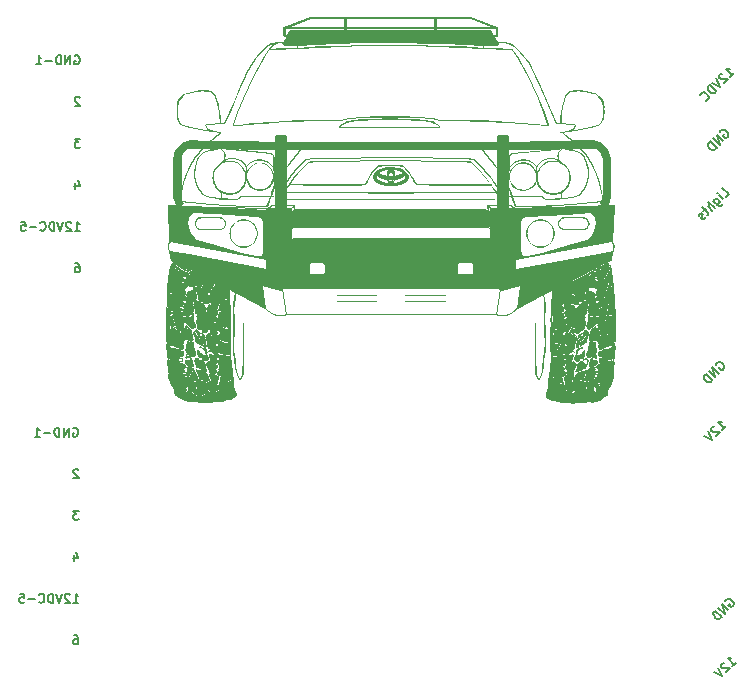
<source format=gbr>
%TF.GenerationSoftware,KiCad,Pcbnew,(5.1.9)-1*%
%TF.CreationDate,2021-12-25T23:37:10-05:00*%
%TF.ProjectId,4runner-seat-heat,3472756e-6e65-4722-9d73-6561742d6865,rev?*%
%TF.SameCoordinates,Original*%
%TF.FileFunction,Legend,Bot*%
%TF.FilePolarity,Positive*%
%FSLAX46Y46*%
G04 Gerber Fmt 4.6, Leading zero omitted, Abs format (unit mm)*
G04 Created by KiCad (PCBNEW (5.1.9)-1) date 2021-12-25 23:37:10*
%MOMM*%
%LPD*%
G01*
G04 APERTURE LIST*
%ADD10C,0.190500*%
%ADD11C,0.100000*%
G04 APERTURE END LIST*
D10*
X5809343Y-52945574D02*
X6244772Y-52945574D01*
X6027058Y-52945574D02*
X6027058Y-52183574D01*
X6099629Y-52292431D01*
X6172200Y-52365002D01*
X6244772Y-52401288D01*
X5519058Y-52256145D02*
X5482772Y-52219860D01*
X5410200Y-52183574D01*
X5228772Y-52183574D01*
X5156200Y-52219860D01*
X5119915Y-52256145D01*
X5083629Y-52328717D01*
X5083629Y-52401288D01*
X5119915Y-52510145D01*
X5555343Y-52945574D01*
X5083629Y-52945574D01*
X4865915Y-52183574D02*
X4611915Y-52945574D01*
X4357915Y-52183574D01*
X4103915Y-52945574D02*
X4103915Y-52183574D01*
X3922486Y-52183574D01*
X3813629Y-52219860D01*
X3741058Y-52292431D01*
X3704772Y-52365002D01*
X3668486Y-52510145D01*
X3668486Y-52619002D01*
X3704772Y-52764145D01*
X3741058Y-52836717D01*
X3813629Y-52909288D01*
X3922486Y-52945574D01*
X4103915Y-52945574D01*
X2906486Y-52873002D02*
X2942772Y-52909288D01*
X3051629Y-52945574D01*
X3124200Y-52945574D01*
X3233058Y-52909288D01*
X3305629Y-52836717D01*
X3341915Y-52764145D01*
X3378200Y-52619002D01*
X3378200Y-52510145D01*
X3341915Y-52365002D01*
X3305629Y-52292431D01*
X3233058Y-52219860D01*
X3124200Y-52183574D01*
X3051629Y-52183574D01*
X2942772Y-52219860D01*
X2906486Y-52256145D01*
X2579915Y-52655288D02*
X1999343Y-52655288D01*
X1273629Y-52183574D02*
X1636486Y-52183574D01*
X1672772Y-52546431D01*
X1636486Y-52510145D01*
X1563915Y-52473860D01*
X1382486Y-52473860D01*
X1309915Y-52510145D01*
X1273629Y-52546431D01*
X1237343Y-52619002D01*
X1237343Y-52800431D01*
X1273629Y-52873002D01*
X1309915Y-52909288D01*
X1382486Y-52945574D01*
X1563915Y-52945574D01*
X1636486Y-52909288D01*
X1672772Y-52873002D01*
X6244772Y-41694825D02*
X6208486Y-41658540D01*
X6135915Y-41622254D01*
X5954486Y-41622254D01*
X5881915Y-41658540D01*
X5845629Y-41694825D01*
X5809343Y-41767397D01*
X5809343Y-41839968D01*
X5845629Y-41948825D01*
X6281058Y-42384254D01*
X5809343Y-42384254D01*
X5881915Y-48917134D02*
X5881915Y-49425134D01*
X6063343Y-48626848D02*
X6244772Y-49171134D01*
X5773058Y-49171134D01*
X6281058Y-45142694D02*
X5809343Y-45142694D01*
X6063343Y-45432980D01*
X5954486Y-45432980D01*
X5881915Y-45469265D01*
X5845629Y-45505551D01*
X5809343Y-45578122D01*
X5809343Y-45759551D01*
X5845629Y-45832122D01*
X5881915Y-45868408D01*
X5954486Y-45904694D01*
X6172200Y-45904694D01*
X6244772Y-45868408D01*
X6281058Y-45832122D01*
X5881915Y-55704014D02*
X6027058Y-55704014D01*
X6099629Y-55740300D01*
X6135915Y-55776585D01*
X6208486Y-55885442D01*
X6244772Y-56030585D01*
X6244772Y-56320871D01*
X6208486Y-56393442D01*
X6172200Y-56429728D01*
X6099629Y-56466014D01*
X5954486Y-56466014D01*
X5881915Y-56429728D01*
X5845629Y-56393442D01*
X5809343Y-56320871D01*
X5809343Y-56139442D01*
X5845629Y-56066871D01*
X5881915Y-56030585D01*
X5954486Y-55994300D01*
X6099629Y-55994300D01*
X6172200Y-56030585D01*
X6208486Y-56066871D01*
X6244772Y-56139442D01*
X5809342Y-38138100D02*
X5881914Y-38101814D01*
X5990771Y-38101814D01*
X6099628Y-38138100D01*
X6172200Y-38210671D01*
X6208485Y-38283242D01*
X6244771Y-38428385D01*
X6244771Y-38537242D01*
X6208485Y-38682385D01*
X6172200Y-38754957D01*
X6099628Y-38827528D01*
X5990771Y-38863814D01*
X5918200Y-38863814D01*
X5809342Y-38827528D01*
X5773057Y-38791242D01*
X5773057Y-38537242D01*
X5918200Y-38537242D01*
X5446485Y-38863814D02*
X5446485Y-38101814D01*
X5011057Y-38863814D01*
X5011057Y-38101814D01*
X4648200Y-38863814D02*
X4648200Y-38101814D01*
X4466771Y-38101814D01*
X4357914Y-38138100D01*
X4285342Y-38210671D01*
X4249057Y-38283242D01*
X4212771Y-38428385D01*
X4212771Y-38537242D01*
X4249057Y-38682385D01*
X4285342Y-38754957D01*
X4357914Y-38827528D01*
X4466771Y-38863814D01*
X4648200Y-38863814D01*
X3886200Y-38573528D02*
X3305628Y-38573528D01*
X2543628Y-38863814D02*
X2979057Y-38863814D01*
X2761342Y-38863814D02*
X2761342Y-38101814D01*
X2833914Y-38210671D01*
X2906485Y-38283242D01*
X2979057Y-38319528D01*
X6371772Y-10186125D02*
X6335486Y-10149840D01*
X6262915Y-10113554D01*
X6081486Y-10113554D01*
X6008915Y-10149840D01*
X5972629Y-10186125D01*
X5936343Y-10258697D01*
X5936343Y-10331268D01*
X5972629Y-10440125D01*
X6408058Y-10875554D01*
X5936343Y-10875554D01*
X6008915Y-17408434D02*
X6008915Y-17916434D01*
X6190343Y-17118148D02*
X6371772Y-17662434D01*
X5900058Y-17662434D01*
X6408058Y-13633994D02*
X5936343Y-13633994D01*
X6190343Y-13924280D01*
X6081486Y-13924280D01*
X6008915Y-13960565D01*
X5972629Y-13996851D01*
X5936343Y-14069422D01*
X5936343Y-14250851D01*
X5972629Y-14323422D01*
X6008915Y-14359708D01*
X6081486Y-14395994D01*
X6299200Y-14395994D01*
X6371772Y-14359708D01*
X6408058Y-14323422D01*
X5936343Y-21436874D02*
X6371772Y-21436874D01*
X6154058Y-21436874D02*
X6154058Y-20674874D01*
X6226629Y-20783731D01*
X6299200Y-20856302D01*
X6371772Y-20892588D01*
X5646058Y-20747445D02*
X5609772Y-20711160D01*
X5537200Y-20674874D01*
X5355772Y-20674874D01*
X5283200Y-20711160D01*
X5246915Y-20747445D01*
X5210629Y-20820017D01*
X5210629Y-20892588D01*
X5246915Y-21001445D01*
X5682343Y-21436874D01*
X5210629Y-21436874D01*
X4992915Y-20674874D02*
X4738915Y-21436874D01*
X4484915Y-20674874D01*
X4230915Y-21436874D02*
X4230915Y-20674874D01*
X4049486Y-20674874D01*
X3940629Y-20711160D01*
X3868058Y-20783731D01*
X3831772Y-20856302D01*
X3795486Y-21001445D01*
X3795486Y-21110302D01*
X3831772Y-21255445D01*
X3868058Y-21328017D01*
X3940629Y-21400588D01*
X4049486Y-21436874D01*
X4230915Y-21436874D01*
X3033486Y-21364302D02*
X3069772Y-21400588D01*
X3178629Y-21436874D01*
X3251200Y-21436874D01*
X3360058Y-21400588D01*
X3432629Y-21328017D01*
X3468915Y-21255445D01*
X3505200Y-21110302D01*
X3505200Y-21001445D01*
X3468915Y-20856302D01*
X3432629Y-20783731D01*
X3360058Y-20711160D01*
X3251200Y-20674874D01*
X3178629Y-20674874D01*
X3069772Y-20711160D01*
X3033486Y-20747445D01*
X2706915Y-21146588D02*
X2126343Y-21146588D01*
X1400629Y-20674874D02*
X1763486Y-20674874D01*
X1799772Y-21037731D01*
X1763486Y-21001445D01*
X1690915Y-20965160D01*
X1509486Y-20965160D01*
X1436915Y-21001445D01*
X1400629Y-21037731D01*
X1364343Y-21110302D01*
X1364343Y-21291731D01*
X1400629Y-21364302D01*
X1436915Y-21400588D01*
X1509486Y-21436874D01*
X1690915Y-21436874D01*
X1763486Y-21400588D01*
X1799772Y-21364302D01*
X6008915Y-24195314D02*
X6154058Y-24195314D01*
X6226629Y-24231600D01*
X6262915Y-24267885D01*
X6335486Y-24376742D01*
X6371772Y-24521885D01*
X6371772Y-24812171D01*
X6335486Y-24884742D01*
X6299200Y-24921028D01*
X6226629Y-24957314D01*
X6081486Y-24957314D01*
X6008915Y-24921028D01*
X5972629Y-24884742D01*
X5936343Y-24812171D01*
X5936343Y-24630742D01*
X5972629Y-24558171D01*
X6008915Y-24521885D01*
X6081486Y-24485600D01*
X6226629Y-24485600D01*
X6299200Y-24521885D01*
X6335486Y-24558171D01*
X6371772Y-24630742D01*
X5936342Y-6629400D02*
X6008914Y-6593114D01*
X6117771Y-6593114D01*
X6226628Y-6629400D01*
X6299200Y-6701971D01*
X6335485Y-6774542D01*
X6371771Y-6919685D01*
X6371771Y-7028542D01*
X6335485Y-7173685D01*
X6299200Y-7246257D01*
X6226628Y-7318828D01*
X6117771Y-7355114D01*
X6045200Y-7355114D01*
X5936342Y-7318828D01*
X5900057Y-7282542D01*
X5900057Y-7028542D01*
X6045200Y-7028542D01*
X5573485Y-7355114D02*
X5573485Y-6593114D01*
X5138057Y-7355114D01*
X5138057Y-6593114D01*
X4775200Y-7355114D02*
X4775200Y-6593114D01*
X4593771Y-6593114D01*
X4484914Y-6629400D01*
X4412342Y-6701971D01*
X4376057Y-6774542D01*
X4339771Y-6919685D01*
X4339771Y-7028542D01*
X4376057Y-7173685D01*
X4412342Y-7246257D01*
X4484914Y-7318828D01*
X4593771Y-7355114D01*
X4775200Y-7355114D01*
X4013200Y-7064828D02*
X3432628Y-7064828D01*
X2670628Y-7355114D02*
X3106057Y-7355114D01*
X2888342Y-7355114D02*
X2888342Y-6593114D01*
X2960914Y-6701971D01*
X3033485Y-6774542D01*
X3106057Y-6810828D01*
X61037618Y-52799766D02*
X61063276Y-52722792D01*
X61140249Y-52645819D01*
X61242881Y-52594503D01*
X61345512Y-52594503D01*
X61422486Y-52620161D01*
X61550775Y-52697134D01*
X61627749Y-52774108D01*
X61704723Y-52902397D01*
X61730380Y-52979371D01*
X61730380Y-53082002D01*
X61679065Y-53184634D01*
X61627749Y-53235950D01*
X61525117Y-53287265D01*
X61473802Y-53287265D01*
X61294197Y-53107660D01*
X61396828Y-53005029D01*
X61294197Y-53569502D02*
X60755381Y-53030687D01*
X60986302Y-53877397D01*
X60447487Y-53338581D01*
X60729723Y-54133975D02*
X60190908Y-53595160D01*
X60062619Y-53723449D01*
X60011303Y-53826081D01*
X60011303Y-53928712D01*
X60036961Y-54005686D01*
X60113934Y-54133975D01*
X60190908Y-54210949D01*
X60319197Y-54287923D01*
X60396171Y-54313580D01*
X60498802Y-54313580D01*
X60601434Y-54262265D01*
X60729723Y-54133975D01*
X61613502Y-58317497D02*
X61921396Y-58009602D01*
X61767449Y-58163550D02*
X61228634Y-57624734D01*
X61356923Y-57650392D01*
X61459554Y-57650392D01*
X61536528Y-57624734D01*
X60920739Y-58035260D02*
X60869423Y-58035260D01*
X60792450Y-58060918D01*
X60664160Y-58189208D01*
X60638502Y-58266181D01*
X60638502Y-58317497D01*
X60664160Y-58394471D01*
X60715476Y-58445786D01*
X60818108Y-58497102D01*
X61433897Y-58497102D01*
X61100344Y-58830654D01*
X60407582Y-58445786D02*
X60766792Y-59164207D01*
X60048371Y-58804997D01*
X60788002Y-38289597D02*
X61095896Y-37981702D01*
X60941949Y-38135650D02*
X60403134Y-37596834D01*
X60531423Y-37622492D01*
X60634054Y-37622492D01*
X60711028Y-37596834D01*
X60095239Y-38007360D02*
X60043923Y-38007360D01*
X59966950Y-38033018D01*
X59838660Y-38161308D01*
X59813002Y-38238281D01*
X59813002Y-38289597D01*
X59838660Y-38366571D01*
X59889976Y-38417886D01*
X59992608Y-38469202D01*
X60608397Y-38469202D01*
X60274844Y-38802754D01*
X59582082Y-38417886D02*
X59941292Y-39136307D01*
X59222871Y-38777097D01*
X60212118Y-32771866D02*
X60237776Y-32694892D01*
X60314749Y-32617919D01*
X60417381Y-32566603D01*
X60520012Y-32566603D01*
X60596986Y-32592261D01*
X60725275Y-32669234D01*
X60802249Y-32746208D01*
X60879223Y-32874497D01*
X60904880Y-32951471D01*
X60904880Y-33054102D01*
X60853565Y-33156734D01*
X60802249Y-33208050D01*
X60699617Y-33259365D01*
X60648302Y-33259365D01*
X60468697Y-33079760D01*
X60571328Y-32977129D01*
X60468697Y-33541602D02*
X59929881Y-33002787D01*
X60160802Y-33849497D01*
X59621987Y-33310681D01*
X59904223Y-34106075D02*
X59365408Y-33567260D01*
X59237119Y-33695549D01*
X59185803Y-33798181D01*
X59185803Y-33900812D01*
X59211461Y-33977786D01*
X59288434Y-34106075D01*
X59365408Y-34183049D01*
X59493697Y-34260023D01*
X59570671Y-34285680D01*
X59673302Y-34285680D01*
X59775934Y-34234365D01*
X59904223Y-34106075D01*
X61466517Y-8413782D02*
X61774412Y-8105887D01*
X61620464Y-8259834D02*
X61081649Y-7721019D01*
X61209938Y-7746677D01*
X61312570Y-7746677D01*
X61389543Y-7721019D01*
X60773754Y-8131545D02*
X60722439Y-8131545D01*
X60645465Y-8157203D01*
X60517176Y-8285492D01*
X60491518Y-8362466D01*
X60491518Y-8413782D01*
X60517176Y-8490755D01*
X60568491Y-8542071D01*
X60671123Y-8593387D01*
X61286912Y-8593387D01*
X60953360Y-8926939D01*
X60260597Y-8542071D02*
X60619807Y-9260491D01*
X59901387Y-8901281D01*
X60260597Y-9619702D02*
X59721782Y-9080886D01*
X59593492Y-9209176D01*
X59542176Y-9311807D01*
X59542176Y-9414439D01*
X59567834Y-9491412D01*
X59644808Y-9619702D01*
X59721782Y-9696675D01*
X59850071Y-9773649D01*
X59927045Y-9799307D01*
X60029676Y-9799307D01*
X60132308Y-9747991D01*
X60260597Y-9619702D01*
X59362571Y-10415096D02*
X59413887Y-10415096D01*
X59516519Y-10363780D01*
X59567834Y-10312464D01*
X59619150Y-10209833D01*
X59619150Y-10107201D01*
X59593492Y-10030228D01*
X59516519Y-9901938D01*
X59439545Y-9824965D01*
X59311256Y-9747991D01*
X59234282Y-9722333D01*
X59131650Y-9722333D01*
X59029019Y-9773649D01*
X58977703Y-9824965D01*
X58926387Y-9927596D01*
X58926387Y-9978912D01*
X61046901Y-18586997D02*
X61303480Y-18330419D01*
X60764665Y-17791603D01*
X60867296Y-18766602D02*
X60508086Y-18407392D01*
X60328481Y-18227787D02*
X60379797Y-18227787D01*
X60379797Y-18279103D01*
X60328481Y-18279103D01*
X60328481Y-18227787D01*
X60379797Y-18279103D01*
X60020586Y-18894892D02*
X60456770Y-19331076D01*
X60533744Y-19356734D01*
X60585060Y-19356734D01*
X60662033Y-19331076D01*
X60739007Y-19254102D01*
X60764665Y-19177128D01*
X60354139Y-19228444D02*
X60431112Y-19202786D01*
X60533744Y-19100155D01*
X60559402Y-19023181D01*
X60559402Y-18971865D01*
X60533744Y-18894892D01*
X60379797Y-18740945D01*
X60302823Y-18715287D01*
X60251507Y-18715287D01*
X60174534Y-18740945D01*
X60071902Y-18843576D01*
X60046244Y-18920550D01*
X60123218Y-19510681D02*
X59584402Y-18971865D01*
X59892297Y-19741602D02*
X59610060Y-19459365D01*
X59584402Y-19382391D01*
X59610060Y-19305418D01*
X59687034Y-19228444D01*
X59764008Y-19202786D01*
X59815323Y-19202786D01*
X59353482Y-19561997D02*
X59148219Y-19767260D01*
X59096903Y-19459365D02*
X59558745Y-19921207D01*
X59584402Y-19998180D01*
X59558745Y-20075154D01*
X59507429Y-20126470D01*
X59327824Y-20254759D02*
X59302166Y-20331733D01*
X59199534Y-20434364D01*
X59122561Y-20460022D01*
X59045587Y-20434364D01*
X59019929Y-20408706D01*
X58994271Y-20331733D01*
X59019929Y-20254759D01*
X59096903Y-20177786D01*
X59122561Y-20100812D01*
X59096903Y-20023838D01*
X59071245Y-19998180D01*
X58994271Y-19972523D01*
X58917298Y-19998180D01*
X58840324Y-20075154D01*
X58814666Y-20152128D01*
X60593118Y-13074166D02*
X60618776Y-12997192D01*
X60695749Y-12920219D01*
X60798381Y-12868903D01*
X60901012Y-12868903D01*
X60977986Y-12894561D01*
X61106275Y-12971534D01*
X61183249Y-13048508D01*
X61260223Y-13176797D01*
X61285880Y-13253771D01*
X61285880Y-13356402D01*
X61234565Y-13459034D01*
X61183249Y-13510350D01*
X61080617Y-13561665D01*
X61029302Y-13561665D01*
X60849697Y-13382060D01*
X60952328Y-13279429D01*
X60849697Y-13843902D02*
X60310881Y-13305087D01*
X60541802Y-14151797D01*
X60002987Y-13612981D01*
X60285223Y-14408375D02*
X59746408Y-13869560D01*
X59618119Y-13997849D01*
X59566803Y-14100481D01*
X59566803Y-14203112D01*
X59592461Y-14280086D01*
X59669434Y-14408375D01*
X59746408Y-14485349D01*
X59874697Y-14562323D01*
X59951671Y-14587980D01*
X60054302Y-14587980D01*
X60156934Y-14536665D01*
X60285223Y-14408375D01*
D11*
%TO.C,4runnerGraphic*%
G36*
X19568000Y-26549500D02*
G01*
X19538000Y-26681500D01*
X19461000Y-27013500D01*
X19378000Y-27687500D01*
X19371000Y-28027500D01*
X19384000Y-28821500D01*
X19373000Y-29946500D01*
X19342000Y-31027500D01*
X19366000Y-31507500D01*
X19466000Y-32463500D01*
X19542000Y-32938500D01*
X19618000Y-33397500D01*
X19762000Y-33856500D01*
X19885000Y-34015500D01*
X19959000Y-34033500D01*
X19960000Y-34034500D01*
X20024000Y-34023500D01*
X20075000Y-33981500D01*
X20142000Y-33895500D01*
X20227000Y-33696500D01*
X20244000Y-33588500D01*
X20240000Y-33153500D01*
X20266000Y-32615500D01*
X20289000Y-32159500D01*
X20303000Y-31884500D01*
X20302000Y-30704500D01*
X20302000Y-30534500D01*
X20296000Y-29779500D01*
X20283000Y-29279500D01*
X20178000Y-29279500D01*
X20191000Y-29778500D01*
X20197000Y-30531500D01*
X20197000Y-31876500D01*
X20184000Y-32149500D01*
X20161000Y-32604500D01*
X20133000Y-33142500D01*
X20139000Y-33586500D01*
X20124000Y-33672500D01*
X20055000Y-33830500D01*
X20002000Y-33900500D01*
X19983000Y-33917500D01*
X19958000Y-33924500D01*
X19917000Y-33911500D01*
X19836000Y-33782500D01*
X19716000Y-33373500D01*
X19637000Y-32918500D01*
X19563000Y-32448500D01*
X19467000Y-31501500D01*
X19444000Y-31026500D01*
X19475000Y-29945500D01*
X19486000Y-28820500D01*
X19473000Y-28026500D01*
X19480000Y-27693500D01*
X19562000Y-27032500D01*
X19637000Y-26707500D01*
X19668000Y-26571500D01*
X19693000Y-26453500D01*
X19593000Y-26432500D01*
X19568000Y-26549500D01*
G37*
G36*
X45493000Y-26457500D02*
G01*
X45514000Y-26554500D01*
X45538000Y-26662500D01*
X45562000Y-26767500D01*
X45584000Y-26874500D01*
X45644000Y-27159500D01*
X45709000Y-27738500D01*
X45713000Y-28030500D01*
X45700000Y-28826500D01*
X45711000Y-29951500D01*
X45742000Y-31030500D01*
X45718000Y-31505500D01*
X45621000Y-32452500D01*
X45548000Y-32922500D01*
X45472000Y-33377500D01*
X45351000Y-33786500D01*
X45269000Y-33915500D01*
X45227000Y-33928500D01*
X45202000Y-33922500D01*
X45183000Y-33905500D01*
X45131000Y-33835500D01*
X45062000Y-33676500D01*
X45046000Y-33590500D01*
X45050000Y-33147500D01*
X45024000Y-32590500D01*
X45001000Y-32143500D01*
X44987000Y-31867500D01*
X44989000Y-30585500D01*
X44989000Y-30534500D01*
X44994000Y-29768500D01*
X45007000Y-29282500D01*
X44907000Y-29282500D01*
X44895000Y-29770500D01*
X44889000Y-30537500D01*
X44889000Y-31876500D01*
X44902000Y-32155500D01*
X44924000Y-32601500D01*
X44952000Y-33152500D01*
X44947000Y-33589500D01*
X44963000Y-33697500D01*
X45049000Y-33896500D01*
X45116000Y-33982500D01*
X45161000Y-34020500D01*
X45219000Y-34034500D01*
X45227000Y-34034500D01*
X45302000Y-34016500D01*
X45425000Y-33857500D01*
X45568000Y-33398500D01*
X45644000Y-32939500D01*
X45719000Y-32464500D01*
X45819000Y-31508500D01*
X45844000Y-31028500D01*
X45813000Y-29949500D01*
X45802000Y-28824500D01*
X45815000Y-28028500D01*
X45811000Y-27731500D01*
X45745000Y-27141500D01*
X45684000Y-26850500D01*
X45660000Y-26739500D01*
X45637000Y-26636500D01*
X45614000Y-26533500D01*
X45593000Y-26436500D01*
X45493000Y-26457500D01*
G37*
G36*
X31183000Y-11973500D02*
G01*
X30667000Y-11993500D01*
X32361000Y-12042500D01*
X32606000Y-12034500D01*
X34023000Y-12081500D01*
X35162000Y-12019500D01*
X35148000Y-12018500D01*
X34914000Y-12007500D01*
X34897000Y-12007500D01*
X34028000Y-11973500D01*
X32609000Y-11926500D01*
X31183000Y-11973500D01*
G37*
G36*
X30318000Y-12007500D02*
G01*
X30301000Y-12007500D01*
X30067000Y-12018500D01*
X29679000Y-12055500D01*
X29627000Y-12061500D01*
X29407000Y-12084500D01*
X29190000Y-12125500D01*
X28975000Y-12185500D01*
X28572000Y-12377500D01*
X28390000Y-12507500D01*
X28341000Y-12557500D01*
X28323000Y-12625500D01*
X28323000Y-12679500D01*
X28353000Y-12725500D01*
X28412000Y-12768500D01*
X28484000Y-12766500D01*
X32670000Y-12730500D01*
X36741000Y-12767500D01*
X36755000Y-12769500D01*
X36814000Y-12762500D01*
X36860000Y-12725500D01*
X36889000Y-12679500D01*
X36888000Y-12625500D01*
X36872000Y-12557500D01*
X36823000Y-12508500D01*
X36641000Y-12378500D01*
X36239000Y-12185500D01*
X36023000Y-12125500D01*
X35807000Y-12084500D01*
X35588000Y-12061500D01*
X35534000Y-12055500D01*
X35162000Y-12019500D01*
X34023000Y-12081500D01*
X34890000Y-12115500D01*
X34907000Y-12115500D01*
X35138000Y-12125500D01*
X35519000Y-12162500D01*
X35573000Y-12168500D01*
X35786000Y-12190500D01*
X35997000Y-12230500D01*
X36202000Y-12287500D01*
X36586000Y-12471500D01*
X36759000Y-12595500D01*
X36777000Y-12613500D01*
X36784000Y-12637500D01*
X36787000Y-12646500D01*
X36784000Y-12655500D01*
X36771000Y-12663500D01*
X36750000Y-12662500D01*
X32670000Y-12624500D01*
X28470000Y-12661500D01*
X28449000Y-12666500D01*
X28428000Y-12661500D01*
X28425000Y-12652500D01*
X28428000Y-12642500D01*
X28435000Y-12617500D01*
X28454000Y-12599500D01*
X28627000Y-12475500D01*
X29010000Y-12292500D01*
X29215000Y-12235500D01*
X29426000Y-12195500D01*
X29639000Y-12173500D01*
X29692000Y-12167500D01*
X30075000Y-12130500D01*
X30307000Y-12120500D01*
X30323000Y-12120500D01*
X31184000Y-12081500D01*
X32361000Y-12042500D01*
X30667000Y-11993500D01*
X30318000Y-12007500D01*
G37*
G36*
X41850000Y-5548500D02*
G01*
X42167000Y-5550500D01*
X42167000Y-5445500D01*
X41851000Y-5443500D01*
X41850000Y-5548500D01*
G37*
G36*
X23213000Y-5445500D02*
G01*
X23213000Y-5550500D01*
X23530000Y-5548500D01*
X23529000Y-5443500D01*
X23213000Y-5445500D01*
G37*
G36*
X30733000Y-5716500D02*
G01*
X27957000Y-5798500D01*
X30252000Y-5825500D01*
X30733000Y-5811500D01*
X32724000Y-5788500D01*
X34696000Y-5811500D01*
X37076000Y-5786500D01*
X34700000Y-5716500D01*
X32726000Y-5693500D01*
X30733000Y-5716500D01*
G37*
G36*
X34696000Y-5811500D02*
G01*
X38653000Y-5928500D01*
X40565000Y-6020500D01*
X41263000Y-6056500D01*
X41952000Y-6097500D01*
X42477000Y-6134500D01*
X43000000Y-6172500D01*
X43472000Y-6911500D01*
X44325000Y-8439500D01*
X45067000Y-10023500D01*
X45695000Y-11657500D01*
X45961000Y-12492500D01*
X44867000Y-12384500D01*
X42676000Y-12215500D01*
X40482000Y-12100500D01*
X38285000Y-12041500D01*
X37186000Y-12034500D01*
X36906000Y-12034500D01*
X36580000Y-11939500D01*
X36244000Y-11889500D01*
X36150000Y-11879500D01*
X36081000Y-11874500D01*
X36046000Y-11874500D01*
X35264000Y-11816500D01*
X33467000Y-11756500D01*
X32604000Y-11759500D01*
X31791000Y-11756500D01*
X30119000Y-11815500D01*
X29337000Y-11874500D01*
X29298000Y-11874500D01*
X29230000Y-11877500D01*
X29140000Y-11888500D01*
X28803000Y-11939500D01*
X28476000Y-12033500D01*
X27532000Y-12033500D01*
X26874000Y-12046500D01*
X26537000Y-12052500D01*
X26075000Y-12063500D01*
X25895000Y-12063500D01*
X25532000Y-12074500D01*
X25192000Y-12085500D01*
X24853000Y-12098500D01*
X23743000Y-12148500D01*
X22653000Y-12215500D01*
X22105000Y-12252500D01*
X21559000Y-12293500D01*
X21537000Y-12293500D01*
X21167000Y-12322500D01*
X20995000Y-12337500D01*
X20415000Y-12387500D01*
X19838000Y-12443500D01*
X19460000Y-12480500D01*
X19726000Y-11645500D01*
X20355000Y-10013500D01*
X21097000Y-8430500D01*
X21949000Y-6902500D01*
X22420000Y-6163500D01*
X22944000Y-6130500D01*
X23469000Y-6097500D01*
X24141000Y-6057500D01*
X24817000Y-6022500D01*
X26742000Y-5929500D01*
X30252000Y-5825500D01*
X27957000Y-5798500D01*
X26740000Y-5833500D01*
X24814000Y-5927500D01*
X24137000Y-5962500D01*
X23465000Y-6002500D01*
X22395000Y-6070500D01*
X22354000Y-6070500D01*
X22354000Y-6091500D01*
X21875000Y-6841500D01*
X21010000Y-8394500D01*
X20258000Y-10003500D01*
X19622000Y-11662500D01*
X19354000Y-12511500D01*
X19378000Y-12519500D01*
X19387000Y-12601500D01*
X19859000Y-12554500D01*
X20436000Y-12499500D01*
X21015000Y-12448500D01*
X21187000Y-12434500D01*
X21556000Y-12404500D01*
X21579000Y-12404500D01*
X22123000Y-12363500D01*
X22670000Y-12326500D01*
X23761000Y-12259500D01*
X24870000Y-12210500D01*
X25208000Y-12197500D01*
X25547000Y-12186500D01*
X25910000Y-12174500D01*
X26089000Y-12174500D01*
X26542000Y-12163500D01*
X26888000Y-12157500D01*
X27544000Y-12147500D01*
X28209000Y-12144500D01*
X28509000Y-12144500D01*
X28830000Y-12050500D01*
X29160000Y-12000500D01*
X29248000Y-11991500D01*
X29313000Y-11986500D01*
X29354000Y-11986500D01*
X30134000Y-11928500D01*
X31802000Y-11869500D01*
X32612000Y-11872500D01*
X33473000Y-11869500D01*
X35265000Y-11928500D01*
X36045000Y-11986500D01*
X36081000Y-11986500D01*
X36148000Y-11990500D01*
X36240000Y-12000500D01*
X36570000Y-12050500D01*
X36890000Y-12143500D01*
X37194000Y-12143500D01*
X38299000Y-12150500D01*
X40508000Y-12210500D01*
X42714000Y-12326500D01*
X44917000Y-12497500D01*
X46017000Y-12606500D01*
X46043000Y-12606500D01*
X46083000Y-12533500D01*
X46077000Y-12512500D01*
X45809000Y-11663500D01*
X45174000Y-10003500D01*
X44422000Y-8394500D01*
X43556000Y-6842500D01*
X43077000Y-6092500D01*
X43062000Y-6071500D01*
X43036000Y-6071500D01*
X42500000Y-6035500D01*
X41961000Y-6002500D01*
X41269000Y-5962500D01*
X40572000Y-5925500D01*
X38660000Y-5833500D01*
X37076000Y-5786500D01*
X34696000Y-5811500D01*
G37*
G36*
X47060000Y-12351500D02*
G01*
X47287000Y-12388500D01*
X47774000Y-12461500D01*
X48253000Y-12515500D01*
X48269000Y-12513500D01*
X48286000Y-12515500D01*
X48226000Y-12622500D01*
X48146000Y-12715500D01*
X48045000Y-12808500D01*
X47804000Y-12937500D01*
X47670000Y-12970500D01*
X47678000Y-13071500D01*
X47696000Y-13071500D01*
X47844000Y-13035500D01*
X48111000Y-12891500D01*
X48223000Y-12787500D01*
X48288000Y-12713500D01*
X48369000Y-12575500D01*
X48382000Y-12490500D01*
X48367000Y-12455500D01*
X48319000Y-12413500D01*
X48255000Y-12413500D01*
X47787000Y-12360500D01*
X47303000Y-12288500D01*
X47078000Y-12251500D01*
X47060000Y-12351500D01*
G37*
G36*
X48190000Y-9553500D02*
G01*
X47952000Y-9604500D01*
X47870000Y-9629500D01*
X47719000Y-9710500D01*
X47652000Y-9765500D01*
X47591000Y-9827500D01*
X47496000Y-9971500D01*
X47462000Y-10051500D01*
X47339000Y-10353500D01*
X47247000Y-10666500D01*
X47179000Y-10940500D01*
X47090000Y-11497500D01*
X47069000Y-11779500D01*
X47059000Y-12011500D01*
X47062000Y-12237500D01*
X47037000Y-12253500D01*
X46981000Y-12280500D01*
X46859000Y-12289500D01*
X46800000Y-12269500D01*
X46742000Y-12233500D01*
X46700000Y-12178500D01*
X46612000Y-12233500D01*
X46672000Y-12313500D01*
X46757000Y-12364500D01*
X46839000Y-12392500D01*
X47009000Y-12383500D01*
X47088000Y-12345500D01*
X47119000Y-12327500D01*
X47148000Y-12306500D01*
X47170000Y-12289500D01*
X47170000Y-12262500D01*
X47167000Y-12027500D01*
X47170000Y-11785500D01*
X47191000Y-11508500D01*
X47279000Y-10961500D01*
X47346000Y-10691500D01*
X47435000Y-10386500D01*
X47555000Y-10091500D01*
X47618000Y-9954500D01*
X47719000Y-9841500D01*
X47836000Y-9753500D01*
X47974000Y-9703500D01*
X48202000Y-9655500D01*
X48666000Y-9634500D01*
X48898000Y-9662500D01*
X49129000Y-9681500D01*
X49583000Y-9767500D01*
X49805000Y-9834500D01*
X49993000Y-9893500D01*
X50168000Y-9982500D01*
X50284000Y-10095500D01*
X50471000Y-10353500D01*
X50601000Y-10643500D01*
X50669000Y-10955500D01*
X50676000Y-11117500D01*
X50699000Y-11333500D01*
X50673000Y-11765500D01*
X50624000Y-11976500D01*
X50594000Y-12074500D01*
X50493000Y-12251500D01*
X50424000Y-12327500D01*
X50327000Y-12405500D01*
X50216000Y-12462500D01*
X49584000Y-12622500D01*
X48306000Y-12876500D01*
X47661000Y-12970500D01*
X47690000Y-13070500D01*
X48342000Y-12976500D01*
X49632000Y-12718500D01*
X50270000Y-12555500D01*
X50356000Y-12515500D01*
X50506000Y-12404500D01*
X50625000Y-12262500D01*
X50707000Y-12095500D01*
X50732000Y-12003500D01*
X50785000Y-11782500D01*
X50812000Y-11329500D01*
X50787000Y-11103500D01*
X50801000Y-10985500D01*
X50791000Y-10755500D01*
X50739000Y-10536500D01*
X50649000Y-10331500D01*
X50523000Y-10148500D01*
X50366000Y-9989500D01*
X50180000Y-9861500D01*
X49970000Y-9768500D01*
X49855000Y-9738500D01*
X49625000Y-9668500D01*
X49154000Y-9578500D01*
X48915000Y-9559500D01*
X48674000Y-9530500D01*
X48190000Y-9553500D01*
G37*
G36*
X47205000Y-13046500D02*
G01*
X47057000Y-13069500D01*
X47074000Y-13168500D01*
X47221000Y-13145500D01*
X47686000Y-13071500D01*
X47669000Y-12971500D01*
X47205000Y-13046500D01*
G37*
G36*
X42166000Y-5553500D02*
G01*
X42402000Y-5562500D01*
X42630000Y-5620500D01*
X42771000Y-5675500D01*
X43037000Y-5819500D01*
X43160000Y-5908500D01*
X43436000Y-6119500D01*
X43682000Y-6365500D01*
X43923000Y-6678500D01*
X44367000Y-7330500D01*
X44763000Y-8011500D01*
X45110000Y-8720500D01*
X45262000Y-9084500D01*
X45897000Y-10621500D01*
X46609000Y-12223500D01*
X46709000Y-12180500D01*
X45997000Y-10580500D01*
X45365000Y-9042500D01*
X45211000Y-8673500D01*
X44860000Y-7957500D01*
X44459000Y-7267500D01*
X44009000Y-6608500D01*
X43765000Y-6292500D01*
X43511000Y-6038500D01*
X43226000Y-5820500D01*
X43096000Y-5727500D01*
X42815000Y-5577500D01*
X42666000Y-5520500D01*
X42544000Y-5486500D01*
X42293000Y-5449500D01*
X42166000Y-5448500D01*
X42166000Y-5553500D01*
G37*
G36*
X18077000Y-12288500D02*
G01*
X17590000Y-12360500D01*
X17116000Y-12413500D01*
X17059000Y-12416500D01*
X17016000Y-12455500D01*
X16996000Y-12490500D01*
X17043000Y-12643500D01*
X17157000Y-12784500D01*
X17270000Y-12889500D01*
X17540000Y-13035500D01*
X17690000Y-13073500D01*
X17702000Y-13071500D01*
X17702000Y-13019500D01*
X17717000Y-12969500D01*
X17699000Y-12969500D01*
X17568000Y-12935500D01*
X17333000Y-12807500D01*
X17234000Y-12715500D01*
X17154000Y-12624500D01*
X17101000Y-12515500D01*
X17119000Y-12515500D01*
X17603000Y-12461500D01*
X18093000Y-12389500D01*
X18320000Y-12351500D01*
X18302000Y-12251500D01*
X18077000Y-12288500D01*
G37*
G36*
X16463000Y-9559500D02*
G01*
X16225000Y-9578500D01*
X15758000Y-9667500D01*
X15530000Y-9736500D01*
X15415000Y-9766500D01*
X15203000Y-9858500D01*
X15016000Y-9986500D01*
X14858000Y-10145500D01*
X14731000Y-10329500D01*
X14640000Y-10533500D01*
X14588000Y-10754500D01*
X14577000Y-10985500D01*
X14591000Y-11103500D01*
X14566000Y-11329500D01*
X14593000Y-11782500D01*
X14646000Y-12003500D01*
X14679000Y-12115500D01*
X14792000Y-12317500D01*
X14870000Y-12403500D01*
X14981000Y-12494500D01*
X15108000Y-12560500D01*
X15746000Y-12722500D01*
X17038000Y-12977500D01*
X17690000Y-13070500D01*
X17707000Y-12970500D01*
X17062000Y-12876500D01*
X15784000Y-12622500D01*
X15152000Y-12462500D01*
X15042000Y-12405500D01*
X14945000Y-12327500D01*
X14876000Y-12251500D01*
X14775000Y-12074500D01*
X14745000Y-11976500D01*
X14696000Y-11765500D01*
X14670000Y-11333500D01*
X14694000Y-11117500D01*
X14700000Y-10955500D01*
X14768000Y-10643500D01*
X14898000Y-10353500D01*
X15085000Y-10095500D01*
X15201000Y-9982500D01*
X15371000Y-9895500D01*
X15553000Y-9837500D01*
X15778000Y-9769500D01*
X16238000Y-9681500D01*
X16472000Y-9662500D01*
X16703000Y-9634500D01*
X17167000Y-9655500D01*
X17395000Y-9703500D01*
X17533000Y-9752500D01*
X17650000Y-9841500D01*
X17751000Y-9954500D01*
X17814000Y-10091500D01*
X17934000Y-10386500D01*
X18023000Y-10691500D01*
X18089000Y-10961500D01*
X18177000Y-11508500D01*
X18199000Y-11785500D01*
X18209000Y-12027500D01*
X18204000Y-12262500D01*
X18204000Y-12289500D01*
X18226000Y-12306500D01*
X18255000Y-12326500D01*
X18285000Y-12344500D01*
X18364000Y-12382500D01*
X18534000Y-12392500D01*
X18617000Y-12364500D01*
X18703000Y-12313500D01*
X18763000Y-12233500D01*
X18674000Y-12178500D01*
X18633000Y-12233500D01*
X18574000Y-12269500D01*
X18515000Y-12289500D01*
X18392000Y-12280500D01*
X18336000Y-12253500D01*
X18311000Y-12237500D01*
X18311000Y-12012500D01*
X18304000Y-11779500D01*
X18282000Y-11497500D01*
X18193000Y-10940500D01*
X18126000Y-10666500D01*
X18034000Y-10353500D01*
X17911000Y-10051500D01*
X17878000Y-9971500D01*
X17782000Y-9827500D01*
X17721000Y-9765500D01*
X17656000Y-9711500D01*
X17508000Y-9629500D01*
X17427000Y-9604500D01*
X17189000Y-9553500D01*
X16705000Y-9530500D01*
X16463000Y-9559500D01*
G37*
G36*
X17694000Y-13064500D02*
G01*
X18299000Y-13167500D01*
X18330000Y-13067500D01*
X18311000Y-13116500D01*
X18317000Y-13064500D01*
X17711000Y-12964500D01*
X17694000Y-13064500D01*
G37*
G36*
X22950000Y-5458500D02*
G01*
X22717000Y-5516500D01*
X22568000Y-5573500D01*
X22287000Y-5724500D01*
X22157000Y-5816500D01*
X21872000Y-6034500D01*
X21618000Y-6288500D01*
X21374000Y-6604500D01*
X20924000Y-7264500D01*
X20523000Y-7953500D01*
X20172000Y-8669500D01*
X20018000Y-9038500D01*
X19390000Y-10565500D01*
X18674000Y-12176500D01*
X18771000Y-12223500D01*
X19138000Y-11407500D01*
X19806000Y-9844500D01*
X20116000Y-9081500D01*
X20268000Y-8717500D01*
X20615000Y-8008500D01*
X21011000Y-7327500D01*
X21455000Y-6675500D01*
X21696000Y-6362500D01*
X21942000Y-6116500D01*
X22218000Y-5905500D01*
X22341000Y-5817500D01*
X22607000Y-5672500D01*
X22748000Y-5617500D01*
X22965000Y-5562500D01*
X23189000Y-5550500D01*
X23213000Y-5550500D01*
X23213000Y-5445500D01*
X23190000Y-5445500D01*
X22950000Y-5458500D01*
G37*
G36*
X19332000Y-12513500D02*
G01*
X19406000Y-12588500D01*
X19429000Y-12565500D01*
X19354000Y-12491500D01*
X19332000Y-12513500D01*
G37*
G36*
X47022000Y-12322500D02*
G01*
X47024000Y-12325500D01*
X47114000Y-12271500D01*
X47022000Y-12322500D01*
G37*
G36*
X18360000Y-12318500D02*
G01*
X18361000Y-12314500D01*
X18264000Y-12275500D01*
X18360000Y-12318500D01*
G37*
G36*
X24752000Y-5780500D02*
G01*
X24762000Y-5980500D01*
X24867000Y-5974500D01*
X24857000Y-5775500D01*
X24752000Y-5780500D01*
G37*
G36*
X40515000Y-5975500D02*
G01*
X40620000Y-5980500D01*
X40630000Y-5782500D01*
X40525000Y-5777500D01*
X40515000Y-5975500D01*
G37*
G36*
X26539000Y-12058500D02*
G01*
X26077000Y-12069500D01*
X26078000Y-12169500D01*
X26540000Y-12158500D01*
X26876000Y-12152500D01*
X26876000Y-12052500D01*
X26539000Y-12058500D01*
G37*
G36*
X25535000Y-12084500D02*
G01*
X25535000Y-12185500D01*
X25898000Y-12173500D01*
X25960000Y-12173500D01*
X25960000Y-12073500D01*
X25898000Y-12073500D01*
X25535000Y-12084500D01*
G37*
G36*
X23747000Y-12154500D02*
G01*
X22658000Y-12221500D01*
X22110000Y-12258500D01*
X21564000Y-12299500D01*
X21567000Y-12403500D01*
X22111000Y-12362500D01*
X22658000Y-12325500D01*
X23747000Y-12259500D01*
X24858000Y-12209500D01*
X24858000Y-12104500D01*
X23747000Y-12154500D01*
G37*
G36*
X20994000Y-12350500D02*
G01*
X20414000Y-12400500D01*
X19837000Y-12456500D01*
X19847000Y-12555500D01*
X20424000Y-12500500D01*
X21003000Y-12449500D01*
X21175000Y-12435500D01*
X21166000Y-12335500D01*
X20994000Y-12350500D01*
G37*
G36*
X33716000Y-16787500D02*
G01*
X33265000Y-16975500D01*
X33021000Y-17009500D01*
X32966000Y-17014500D01*
X32911000Y-17021500D01*
X32714000Y-17031500D01*
X32517000Y-17021500D01*
X32409000Y-17009500D01*
X32171000Y-16972500D01*
X31732000Y-16786500D01*
X31540000Y-16640500D01*
X31468000Y-16716500D01*
X31568000Y-16798500D01*
X31785000Y-16934500D01*
X32019000Y-17035500D01*
X32267000Y-17100500D01*
X32395000Y-17116500D01*
X32450000Y-17121500D01*
X32507000Y-17129500D01*
X32622000Y-17134500D01*
X32824000Y-17134500D01*
X32919000Y-17126500D01*
X32977000Y-17122500D01*
X33034000Y-17114500D01*
X33165000Y-17099500D01*
X33419000Y-17035500D01*
X33659000Y-16934500D01*
X33882000Y-16797500D01*
X33984000Y-16714500D01*
X33912000Y-16638500D01*
X33716000Y-16787500D01*
G37*
G36*
X33610000Y-16607500D02*
G01*
X33238000Y-16755500D01*
X33038000Y-16783500D01*
X32979000Y-16791500D01*
X32919000Y-16796500D01*
X32710000Y-16809500D01*
X32500000Y-16796500D01*
X32441000Y-16792500D01*
X32384000Y-16782500D01*
X32189000Y-16753500D01*
X31827000Y-16606500D01*
X31667000Y-16492500D01*
X31596000Y-16569500D01*
X31768000Y-16694500D01*
X32158000Y-16854500D01*
X32368000Y-16885500D01*
X32429000Y-16895500D01*
X32491000Y-16900500D01*
X32610000Y-16907500D01*
X32727000Y-16909500D01*
X32834000Y-16909500D01*
X32927000Y-16900500D01*
X32990000Y-16896500D01*
X33052000Y-16887500D01*
X33268000Y-16856500D01*
X33669000Y-16694500D01*
X33846000Y-16567500D01*
X33775000Y-16490500D01*
X33610000Y-16607500D01*
G37*
G36*
X32670000Y-16418500D02*
G01*
X32580000Y-16479500D01*
X32570000Y-16496500D01*
X32653000Y-16557500D01*
X32667000Y-16533500D01*
X32718000Y-16517500D01*
X32718000Y-16516500D01*
X32769000Y-16533500D01*
X32862000Y-16481500D01*
X32862000Y-16479500D01*
X32772000Y-16418500D01*
X32721000Y-16412500D01*
X32670000Y-16418500D01*
G37*
G36*
X32769000Y-16533500D02*
G01*
X32860000Y-16709500D01*
X32879000Y-16851500D01*
X32879000Y-16913500D01*
X32877000Y-16990500D01*
X32865000Y-17067500D01*
X32837000Y-17177500D01*
X32755000Y-17300500D01*
X32716000Y-17310500D01*
X32676000Y-17300500D01*
X32593000Y-17176500D01*
X32566000Y-17066500D01*
X32495000Y-17078500D01*
X32565000Y-17065500D01*
X32554000Y-16989500D01*
X32552000Y-16913500D01*
X32552000Y-16850500D01*
X32574000Y-16705500D01*
X32653000Y-16557500D01*
X32570000Y-16496500D01*
X32510000Y-16593500D01*
X32465000Y-16750500D01*
X32455000Y-16842500D01*
X32455000Y-16914500D01*
X32457000Y-17000500D01*
X32470000Y-17086500D01*
X32502000Y-17227500D01*
X32596000Y-17366500D01*
X32675000Y-17412500D01*
X32718000Y-17416500D01*
X32761000Y-17412500D01*
X32840000Y-17367500D01*
X32934000Y-17230500D01*
X32970000Y-17088500D01*
X32984000Y-17002500D01*
X32986000Y-16914500D01*
X32986000Y-16843500D01*
X32976000Y-16750500D01*
X32932000Y-16594500D01*
X32862000Y-16481500D01*
X32769000Y-16533500D01*
G37*
G36*
X32731000Y-16272500D02*
G01*
X32786000Y-16282500D01*
X32884000Y-16370500D01*
X32960000Y-16523500D01*
X33003000Y-16720500D01*
X33008000Y-16830500D01*
X33005000Y-16941500D01*
X32987000Y-17050500D01*
X32948000Y-17198500D01*
X32849000Y-17350500D01*
X32771000Y-17402500D01*
X32730000Y-17408500D01*
X32689000Y-17405500D01*
X32609000Y-17353500D01*
X32505000Y-17197500D01*
X32464000Y-17048500D01*
X32446000Y-16945500D01*
X32443000Y-16840500D01*
X32443000Y-16834500D01*
X32447000Y-16726500D01*
X32489000Y-16532500D01*
X32562000Y-16381500D01*
X32659000Y-16292500D01*
X32713000Y-16280500D01*
X32703000Y-16175500D01*
X32629000Y-16191500D01*
X32499000Y-16295500D01*
X32401000Y-16470500D01*
X32344000Y-16701500D01*
X32338000Y-16833500D01*
X32338000Y-16847500D01*
X32341000Y-16962500D01*
X32361000Y-17076500D01*
X32384000Y-17172500D01*
X32453000Y-17332500D01*
X32545000Y-17448500D01*
X32656000Y-17512500D01*
X32716000Y-17519500D01*
X32711000Y-17517500D01*
X32727000Y-17517500D01*
X32788000Y-17511500D01*
X32898000Y-17449500D01*
X32991000Y-17334500D01*
X33061000Y-17173500D01*
X33085000Y-17077500D01*
X33106000Y-16962500D01*
X33109000Y-16845500D01*
X33104000Y-16707500D01*
X33046000Y-16467500D01*
X32944000Y-16287500D01*
X32808000Y-16184500D01*
X32731000Y-16172500D01*
X32731000Y-16272500D01*
G37*
G36*
X32727000Y-16172500D02*
G01*
X32722000Y-16272500D01*
X32861000Y-16270500D01*
X33135000Y-16300500D01*
X33401000Y-16371500D01*
X33653000Y-16483500D01*
X33772000Y-16555500D01*
X33846000Y-16620500D01*
X33902000Y-16701500D01*
X33933000Y-16767500D01*
X33940000Y-16840500D01*
X33936000Y-16897500D01*
X33886000Y-17007500D01*
X33736000Y-17157500D01*
X33404000Y-17312500D01*
X32971000Y-17400500D01*
X32727000Y-17408500D01*
X32727000Y-17517500D01*
X32999000Y-17508500D01*
X33474000Y-17406500D01*
X33829000Y-17224500D01*
X33989000Y-17046500D01*
X34040000Y-16914500D01*
X34045000Y-16845500D01*
X34036000Y-16746500D01*
X33994000Y-16656500D01*
X33932000Y-16562500D01*
X33848000Y-16488500D01*
X33837000Y-16478500D01*
X33712000Y-16400500D01*
X33446000Y-16280500D01*
X33165000Y-16202500D01*
X32874000Y-16169500D01*
X32727000Y-16172500D01*
G37*
G36*
X32265000Y-16210500D02*
G01*
X31988000Y-16290500D01*
X31727000Y-16413500D01*
X31604000Y-16492500D01*
X31521000Y-16567500D01*
X31459000Y-16660500D01*
X31417000Y-16750500D01*
X31408000Y-16849500D01*
X31413000Y-16917500D01*
X31465000Y-17047500D01*
X31623000Y-17223500D01*
X31975000Y-17404500D01*
X32443000Y-17506500D01*
X32712000Y-17517500D01*
X32712000Y-17417500D01*
X32468000Y-17407500D01*
X32038000Y-17319500D01*
X31712000Y-17165500D01*
X31564000Y-17016500D01*
X31516000Y-16907500D01*
X31512000Y-16849500D01*
X31519000Y-16777500D01*
X31550000Y-16711500D01*
X31601000Y-16634500D01*
X31670000Y-16573500D01*
X31786000Y-16500500D01*
X32032000Y-16387500D01*
X32292000Y-16313500D01*
X32561000Y-16281500D01*
X32698000Y-16282500D01*
X32698000Y-16177500D01*
X32552000Y-16175500D01*
X32265000Y-16210500D01*
G37*
G36*
X32720000Y-16037500D02*
G01*
X32411000Y-16048500D01*
X32069000Y-16126500D01*
X32388000Y-16164500D01*
X32445000Y-16151500D01*
X32727000Y-16141500D01*
X32909000Y-16133500D01*
X33265000Y-16181500D01*
X33472000Y-16148500D01*
X33297000Y-16083500D01*
X32915000Y-16029500D01*
X32720000Y-16037500D01*
G37*
G36*
X31873000Y-16171500D02*
G01*
X31561000Y-16332500D01*
X31402000Y-16462500D01*
X31290000Y-16610500D01*
X31231000Y-16772500D01*
X31226000Y-16857500D01*
X31231000Y-16942500D01*
X31291000Y-17104500D01*
X31404000Y-17252500D01*
X31565000Y-17382500D01*
X31880000Y-17543500D01*
X32419000Y-17666500D01*
X32727000Y-17677500D01*
X33035000Y-17666500D01*
X33573000Y-17543500D01*
X33885000Y-17382500D01*
X34044000Y-17252500D01*
X34156000Y-17104500D01*
X34215000Y-16942500D01*
X34220000Y-16857500D01*
X34214000Y-16778500D01*
X34164000Y-16629500D01*
X34120000Y-16563500D01*
X33979000Y-16428500D01*
X33656000Y-16217500D01*
X33472000Y-16148500D01*
X33265000Y-16181500D01*
X33601000Y-16305500D01*
X33904000Y-16498500D01*
X34037000Y-16622500D01*
X34071000Y-16675500D01*
X34111000Y-16794500D01*
X34115000Y-16857500D01*
X34110000Y-16931500D01*
X34055000Y-17072500D01*
X33949000Y-17201500D01*
X33799000Y-17315500D01*
X33507000Y-17455500D01*
X33009000Y-17562500D01*
X32727000Y-17572500D01*
X32445000Y-17562500D01*
X31946000Y-17453500D01*
X31654000Y-17313500D01*
X31504000Y-17198500D01*
X31399000Y-17070500D01*
X31343000Y-16930500D01*
X31338000Y-16857500D01*
X31343000Y-16784500D01*
X31399000Y-16644500D01*
X31505000Y-16515500D01*
X31655000Y-16401500D01*
X31948000Y-16260500D01*
X32388000Y-16164500D01*
X32069000Y-16126500D01*
X31873000Y-16171500D01*
G37*
G36*
X23049000Y-5494500D02*
G01*
X22807000Y-5607500D01*
X22595000Y-5767500D01*
X22420000Y-5969500D01*
X22351000Y-6085500D01*
X22441000Y-6134500D01*
X22553000Y-5956500D01*
X22704000Y-5810500D01*
X22816000Y-5723500D01*
X23068000Y-5597500D01*
X23204000Y-5559500D01*
X23180000Y-5459500D01*
X23049000Y-5494500D01*
G37*
G36*
X43364000Y-28037500D02*
G01*
X43467000Y-28051500D01*
X43734000Y-26121500D01*
X43630000Y-26107500D01*
X43364000Y-28037500D01*
G37*
G36*
X41614000Y-28538500D02*
G01*
X41718000Y-28553500D01*
X42018000Y-26388500D01*
X41914000Y-26374500D01*
X41614000Y-28538500D01*
G37*
G36*
X40910000Y-19676500D02*
G01*
X41150000Y-19888500D01*
X41227000Y-19816500D01*
X40979000Y-19597500D01*
X40910000Y-19676500D01*
G37*
G36*
X33936000Y-27454500D02*
G01*
X37368000Y-27454500D01*
X37368000Y-27349500D01*
X33936000Y-27349500D01*
X33936000Y-27454500D01*
G37*
G36*
X33936000Y-26982500D02*
G01*
X37368000Y-26982500D01*
X37368000Y-26877500D01*
X33936000Y-26877500D01*
X33936000Y-26982500D01*
G37*
G36*
X46331000Y-26411500D02*
G01*
X45604000Y-26811500D01*
X43259000Y-28104500D01*
X43098000Y-28251500D01*
X42727000Y-28459500D01*
X42317000Y-28560500D01*
X41892000Y-28549500D01*
X41681000Y-28494500D01*
X41654000Y-28489500D01*
X33024000Y-28489500D01*
X33024000Y-28589500D01*
X41657000Y-28589500D01*
X41777000Y-28625500D01*
X42024000Y-28665500D01*
X42149000Y-28670500D01*
X42311000Y-28665500D01*
X42471000Y-28639500D01*
X42711000Y-28579500D01*
X43143000Y-28349500D01*
X43327000Y-28184500D01*
X45655000Y-26903500D01*
X46382000Y-26503500D01*
X50390000Y-24297500D01*
X50340000Y-24205500D01*
X46331000Y-26411500D01*
G37*
G36*
X43282000Y-19529500D02*
G01*
X43282000Y-19634500D01*
X51576000Y-19384500D01*
X51447000Y-22412500D01*
X51447000Y-22430500D01*
X51455000Y-22447500D01*
X51530000Y-22579500D01*
X51562000Y-22728500D01*
X51561000Y-22888500D01*
X51511000Y-23040500D01*
X51495000Y-23084500D01*
X51483000Y-23130500D01*
X51483000Y-23136500D01*
X51368000Y-23692500D01*
X51319000Y-23926500D01*
X51295000Y-23933500D01*
X51040000Y-24003500D01*
X50340000Y-24194500D01*
X49910000Y-24312500D01*
X42090000Y-26454500D01*
X41979000Y-26310500D01*
X41897000Y-26374500D01*
X42028000Y-26546500D01*
X42049000Y-26564500D01*
X42077000Y-26564500D01*
X42091000Y-26564500D01*
X49946000Y-24413500D01*
X50376000Y-24295500D01*
X51076000Y-24104500D01*
X51327000Y-24034500D01*
X51381000Y-24019500D01*
X51407000Y-24006500D01*
X51419000Y-23979500D01*
X51474000Y-23714500D01*
X51532000Y-23437500D01*
X51589000Y-23160500D01*
X51589000Y-23144500D01*
X51596000Y-23119500D01*
X51613000Y-23075500D01*
X51645000Y-22988500D01*
X51673000Y-22807500D01*
X51669000Y-22715500D01*
X51635000Y-22551500D01*
X51555000Y-22404500D01*
X51686000Y-19332500D01*
X51684000Y-19310500D01*
X51671000Y-19293500D01*
X51653000Y-19280500D01*
X51632000Y-19277500D01*
X43282000Y-19529500D01*
G37*
G36*
X32794000Y-26398500D02*
G01*
X41940000Y-26398500D01*
X41940000Y-26293500D01*
X32794000Y-26293500D01*
X32794000Y-26398500D01*
G37*
G36*
X38516000Y-24072500D02*
G01*
X38487000Y-24084500D01*
X39463000Y-24173500D01*
X39495000Y-24173500D01*
X39643000Y-24113500D01*
X39640000Y-24111500D01*
X39548000Y-24072500D01*
X39495000Y-24068500D01*
X38569000Y-24068500D01*
X38516000Y-24072500D01*
G37*
G36*
X38424000Y-24111500D02*
G01*
X38353000Y-24181500D01*
X38314000Y-24273500D01*
X38310000Y-24326500D01*
X38310000Y-24965500D01*
X38314000Y-25018500D01*
X38353000Y-25110500D01*
X38424000Y-25180500D01*
X38516000Y-25219500D01*
X38569000Y-25223500D01*
X39495000Y-25223500D01*
X39548000Y-25219500D01*
X39640000Y-25180500D01*
X39711000Y-25110500D01*
X39750000Y-25018500D01*
X39754000Y-24965500D01*
X39754000Y-24326500D01*
X39750000Y-24273500D01*
X39711000Y-24181500D01*
X39643000Y-24113500D01*
X39495000Y-24173500D01*
X39557000Y-24182500D01*
X39640000Y-24265500D01*
X39649000Y-24326500D01*
X39649000Y-24965500D01*
X39640000Y-25026500D01*
X39557000Y-25109500D01*
X39495000Y-25118500D01*
X38569000Y-25118500D01*
X38507000Y-25109500D01*
X38424000Y-25026500D01*
X38415000Y-24965500D01*
X38415000Y-24326500D01*
X38424000Y-24265500D01*
X38507000Y-24182500D01*
X38569000Y-24173500D01*
X39463000Y-24173500D01*
X38487000Y-24084500D01*
X38424000Y-24111500D01*
G37*
G36*
X41043000Y-22183500D02*
G01*
X41148000Y-22287500D01*
X41222000Y-22213500D01*
X41116000Y-22108500D01*
X41043000Y-22183500D01*
G37*
G36*
X41037000Y-21193500D02*
G01*
X41143000Y-21298500D01*
X41216000Y-21223500D01*
X41111000Y-21118500D01*
X41037000Y-21193500D01*
G37*
G36*
X40875000Y-19637500D02*
G01*
X40980000Y-19650500D01*
X40980000Y-19271500D01*
X40875000Y-19271500D01*
X40875000Y-19637500D01*
G37*
G36*
X42815000Y-19346500D02*
G01*
X43223000Y-19605500D01*
X43279000Y-19517500D01*
X42871000Y-19257500D01*
X42815000Y-19346500D01*
G37*
G36*
X40867000Y-19340500D02*
G01*
X41220000Y-19625500D01*
X41287000Y-19545500D01*
X40932000Y-19258500D01*
X40867000Y-19340500D01*
G37*
G36*
X40905000Y-19346500D02*
G01*
X42844000Y-19346500D01*
X42856000Y-19241500D01*
X40905000Y-19241500D01*
X40905000Y-19346500D01*
G37*
G36*
X41272000Y-19484500D02*
G01*
X43128000Y-19581500D01*
X43150000Y-19581500D01*
X43264000Y-19519500D01*
X43202000Y-19482500D01*
X43150000Y-19477500D01*
X41327000Y-19477500D01*
X41272000Y-19484500D01*
G37*
G36*
X41252000Y-19487500D02*
G01*
X41192000Y-19532500D01*
X41147000Y-19592500D01*
X41137000Y-19667500D01*
X41137000Y-25359500D01*
X41148000Y-25435500D01*
X41251000Y-25538500D01*
X41327000Y-25549500D01*
X43150000Y-25549500D01*
X43226000Y-25538500D01*
X43330000Y-25435500D01*
X43341000Y-25359500D01*
X43341000Y-19667500D01*
X43337000Y-19620500D01*
X43318000Y-19577500D01*
X43289000Y-19534500D01*
X43264000Y-19519500D01*
X43150000Y-19581500D01*
X43175000Y-19583500D01*
X43198000Y-19595500D01*
X43215000Y-19608500D01*
X43227000Y-19626500D01*
X43234000Y-19645500D01*
X43236000Y-19666500D01*
X43236000Y-25358500D01*
X43231000Y-25392500D01*
X43184000Y-25439500D01*
X43150000Y-25444500D01*
X41327000Y-25444500D01*
X41293000Y-25439500D01*
X41246000Y-25392500D01*
X41241000Y-25358500D01*
X41241000Y-19666500D01*
X41246000Y-19631500D01*
X41269000Y-19603500D01*
X41295000Y-19585500D01*
X41327000Y-19581500D01*
X43128000Y-19581500D01*
X41272000Y-19484500D01*
X41252000Y-19487500D01*
G37*
G36*
X21780000Y-26120500D02*
G01*
X22044000Y-28051500D01*
X22148000Y-28037500D01*
X21884000Y-26106500D01*
X21780000Y-26120500D01*
G37*
G36*
X23495000Y-26390500D02*
G01*
X23646000Y-27470500D01*
X23795000Y-28553500D01*
X23895000Y-28553500D01*
X23745000Y-27458500D01*
X23595000Y-26376500D01*
X23495000Y-26390500D01*
G37*
G36*
X24414000Y-19704500D02*
G01*
X24293000Y-19810500D01*
X24352000Y-19898500D01*
X24363000Y-19889500D01*
X24483000Y-19782500D01*
X24603000Y-19676500D01*
X24534000Y-19598500D01*
X24414000Y-19704500D01*
G37*
G36*
X28146000Y-27454500D02*
G01*
X31578000Y-27454500D01*
X31578000Y-27349500D01*
X28146000Y-27349500D01*
X28146000Y-27454500D01*
G37*
G36*
X28146000Y-26982500D02*
G01*
X31578000Y-26982500D01*
X31578000Y-26877500D01*
X28146000Y-26877500D01*
X28146000Y-26982500D01*
G37*
G36*
X15126000Y-24301500D02*
G01*
X22189000Y-28187500D01*
X22373000Y-28352500D01*
X22806000Y-28582500D01*
X23046000Y-28642500D01*
X23204000Y-28666500D01*
X23363000Y-28670500D01*
X23490000Y-28667500D01*
X23741000Y-28629500D01*
X23863000Y-28595500D01*
X33027000Y-28595500D01*
X33027000Y-28495500D01*
X23845000Y-28495500D01*
X23633000Y-28551500D01*
X23206000Y-28565500D01*
X22793000Y-28464500D01*
X22420000Y-28255500D01*
X22258000Y-28108500D01*
X22246000Y-28099500D01*
X15177000Y-24209500D01*
X15126000Y-24301500D01*
G37*
G36*
X13893000Y-19386500D02*
G01*
X22198000Y-19820500D01*
X22203000Y-19715500D01*
X13898000Y-19281500D01*
X13893000Y-19386500D01*
G37*
G36*
X13853000Y-19279500D02*
G01*
X13836000Y-19292500D01*
X13824000Y-19310500D01*
X13822000Y-19331500D01*
X13952000Y-22403500D01*
X13872000Y-22551500D01*
X13839000Y-22715500D01*
X13835000Y-22807500D01*
X13863000Y-22988500D01*
X13895000Y-23075500D01*
X13910000Y-23118500D01*
X13920000Y-23154500D01*
X14090000Y-23973500D01*
X14102000Y-24000500D01*
X14128000Y-24013500D01*
X14294000Y-24058500D01*
X15138000Y-24289500D01*
X15405000Y-24362500D01*
X15583000Y-24411500D01*
X16906000Y-24774500D01*
X18228000Y-25135500D01*
X23422000Y-26558500D01*
X23436000Y-26564500D01*
X23460000Y-26560500D01*
X23478000Y-26544500D01*
X23609000Y-26372500D01*
X23527000Y-26308500D01*
X23416000Y-26452500D01*
X18256000Y-25038500D01*
X16933000Y-24677500D01*
X15611000Y-24314500D01*
X15432000Y-24265500D01*
X15165000Y-24192500D01*
X14322000Y-23962500D01*
X14186000Y-23924500D01*
X14022000Y-23134500D01*
X14022000Y-23123500D01*
X14011000Y-23080500D01*
X13997000Y-23039500D01*
X13967000Y-22965500D01*
X13942000Y-22812500D01*
X13956000Y-22658500D01*
X14009000Y-22512500D01*
X14052000Y-22445500D01*
X14060000Y-22431500D01*
X14061000Y-22416500D01*
X13932000Y-19382500D01*
X14979000Y-19413500D01*
X22226000Y-19632500D01*
X22226000Y-19527500D01*
X14979000Y-19308500D01*
X13899000Y-19276500D01*
X13874000Y-19276500D01*
X13853000Y-19279500D01*
G37*
G36*
X23573000Y-26398500D02*
G01*
X32794000Y-26398500D01*
X32794000Y-26293500D01*
X23573000Y-26293500D01*
X23573000Y-26398500D01*
G37*
G36*
X25966000Y-24072500D02*
G01*
X25937000Y-24084500D01*
X26913000Y-24173500D01*
X26945000Y-24173500D01*
X27093000Y-24113500D01*
X27090000Y-24111500D01*
X26998000Y-24072500D01*
X26945000Y-24068500D01*
X26019000Y-24068500D01*
X25966000Y-24072500D01*
G37*
G36*
X25874000Y-24111500D02*
G01*
X25803000Y-24181500D01*
X25764000Y-24273500D01*
X25760000Y-24326500D01*
X25760000Y-24965500D01*
X25764000Y-25018500D01*
X25803000Y-25110500D01*
X25874000Y-25180500D01*
X25966000Y-25219500D01*
X26019000Y-25223500D01*
X26945000Y-25223500D01*
X26998000Y-25219500D01*
X27090000Y-25180500D01*
X27161000Y-25110500D01*
X27200000Y-25018500D01*
X27204000Y-24965500D01*
X27204000Y-24326500D01*
X27200000Y-24273500D01*
X27161000Y-24181500D01*
X27093000Y-24113500D01*
X26945000Y-24173500D01*
X27007000Y-24182500D01*
X27090000Y-24265500D01*
X27099000Y-24326500D01*
X27099000Y-24965500D01*
X27090000Y-25026500D01*
X27007000Y-25109500D01*
X26945000Y-25118500D01*
X26019000Y-25118500D01*
X25957000Y-25109500D01*
X25874000Y-25026500D01*
X25865000Y-24965500D01*
X25865000Y-24326500D01*
X25874000Y-24265500D01*
X25957000Y-24182500D01*
X26019000Y-24173500D01*
X26913000Y-24173500D01*
X25937000Y-24084500D01*
X25874000Y-24111500D01*
G37*
G36*
X24335000Y-24173500D02*
G01*
X26019000Y-24173500D01*
X26019000Y-24068500D01*
X24335000Y-24068500D01*
X24335000Y-24173500D01*
G37*
G36*
X26946000Y-24173500D02*
G01*
X38569000Y-24173500D01*
X38569000Y-24068500D01*
X26946000Y-24068500D01*
X26946000Y-24173500D01*
G37*
G36*
X39495000Y-24173500D02*
G01*
X41158000Y-24173500D01*
X41158000Y-24068500D01*
X39495000Y-24068500D01*
X39495000Y-24173500D01*
G37*
G36*
X24291000Y-22213500D02*
G01*
X24365000Y-22287500D01*
X24471000Y-22182500D01*
X24397000Y-22108500D01*
X24291000Y-22213500D01*
G37*
G36*
X24437000Y-22193500D02*
G01*
X32758000Y-22193500D01*
X41079000Y-22198500D01*
X41079000Y-22093500D01*
X24437000Y-22093500D01*
X24437000Y-22193500D01*
G37*
G36*
X24298000Y-21223500D02*
G01*
X24371000Y-21298500D01*
X24477000Y-21193500D01*
X24404000Y-21118500D01*
X24298000Y-21223500D01*
G37*
G36*
X24443000Y-21205500D02*
G01*
X40989000Y-21205500D01*
X40989000Y-21100500D01*
X24443000Y-21100500D01*
X24443000Y-21205500D01*
G37*
G36*
X24578000Y-19698500D02*
G01*
X40801000Y-19698500D01*
X40801000Y-19593500D01*
X24586000Y-19593500D01*
X24578000Y-19698500D01*
G37*
G36*
X24533000Y-19637500D02*
G01*
X24638000Y-19650500D01*
X24638000Y-19271500D01*
X24533000Y-19271500D01*
X24533000Y-19637500D01*
G37*
G36*
X22235000Y-19519500D02*
G01*
X22292000Y-19607500D01*
X22698000Y-19343500D01*
X22641000Y-19255500D01*
X22235000Y-19519500D01*
G37*
G36*
X24226000Y-19545500D02*
G01*
X24293000Y-19625500D01*
X24647000Y-19340500D01*
X24582000Y-19258500D01*
X24226000Y-19545500D01*
G37*
G36*
X22658000Y-19346500D02*
G01*
X24608000Y-19346500D01*
X24608000Y-19241500D01*
X22669000Y-19241500D01*
X22658000Y-19346500D01*
G37*
G36*
X22311000Y-19481500D02*
G01*
X22307000Y-19483500D01*
X24152000Y-19581500D01*
X24190000Y-19581500D01*
X24306000Y-19517500D01*
X24262000Y-19485500D01*
X24190000Y-19476500D01*
X22368000Y-19476500D01*
X22311000Y-19481500D01*
G37*
G36*
X22260000Y-19509500D02*
G01*
X22231000Y-19532500D01*
X22209000Y-19561500D01*
X22182000Y-19610500D01*
X22177000Y-19666500D01*
X22177000Y-25358500D01*
X22188000Y-25434500D01*
X22292000Y-25537500D01*
X22368000Y-25548500D01*
X24190000Y-25548500D01*
X24266000Y-25537500D01*
X24370000Y-25434500D01*
X24381000Y-25358500D01*
X24381000Y-19666500D01*
X24370000Y-19588500D01*
X24320000Y-19527500D01*
X24306000Y-19517500D01*
X24190000Y-19581500D01*
X24224000Y-19585500D01*
X24251000Y-19605500D01*
X24272000Y-19632500D01*
X24276000Y-19666500D01*
X24276000Y-25358500D01*
X24271000Y-25392500D01*
X24224000Y-25439500D01*
X24190000Y-25444500D01*
X22368000Y-25444500D01*
X22334000Y-25439500D01*
X22287000Y-25392500D01*
X22282000Y-25358500D01*
X22282000Y-19666500D01*
X22284000Y-19642500D01*
X22296000Y-19620500D01*
X22306000Y-19606500D01*
X22319000Y-19596500D01*
X22342000Y-19583500D01*
X22368000Y-19581500D01*
X24152000Y-19581500D01*
X22307000Y-19483500D01*
X22260000Y-19509500D01*
G37*
G36*
X41802000Y-13328500D02*
G01*
X41758000Y-13361500D01*
X41724000Y-13405500D01*
X41717000Y-13459500D01*
X41717000Y-19459500D01*
X41724000Y-19514500D01*
X41758000Y-19558500D01*
X41802000Y-19591500D01*
X41857000Y-19598500D01*
X41857000Y-13465500D01*
X42577000Y-13465500D01*
X42577000Y-19597500D01*
X42632000Y-19589500D01*
X42707000Y-19514500D01*
X42715000Y-19459500D01*
X42715000Y-13459500D01*
X42707000Y-13404500D01*
X42632000Y-13329500D01*
X42577000Y-13321500D01*
X41856000Y-13321500D01*
X41802000Y-13328500D01*
G37*
G36*
X47288000Y-20301500D02*
G01*
X47258000Y-20314500D01*
X48882000Y-20398500D01*
X48987000Y-20398500D01*
X49221000Y-20353500D01*
X49098000Y-20301500D01*
X48987000Y-20293500D01*
X47399000Y-20293500D01*
X47288000Y-20301500D01*
G37*
G36*
X47092000Y-20385500D02*
G01*
X46944000Y-20533500D01*
X46860000Y-20729500D01*
X46852000Y-20840500D01*
X46860000Y-20952500D01*
X46943000Y-21148500D01*
X47091000Y-21297500D01*
X47287000Y-21380500D01*
X47399000Y-21388500D01*
X48987000Y-21388500D01*
X49095000Y-21381500D01*
X49292000Y-21298500D01*
X49373000Y-21227500D01*
X49445000Y-21146500D01*
X49527000Y-20948500D01*
X49534000Y-20840500D01*
X49526000Y-20729500D01*
X49443000Y-20532500D01*
X49295000Y-20384500D01*
X49221000Y-20353500D01*
X48987000Y-20398500D01*
X49074000Y-20408500D01*
X49226000Y-20479500D01*
X49340000Y-20598500D01*
X49403000Y-20753500D01*
X49409000Y-20840500D01*
X49403000Y-20928500D01*
X49340000Y-21083500D01*
X49226000Y-21202500D01*
X49074000Y-21273500D01*
X48987000Y-21283500D01*
X47399000Y-21283500D01*
X47332000Y-21280500D01*
X47208000Y-21242500D01*
X47102000Y-21170500D01*
X47019000Y-21070500D01*
X46991000Y-21010500D01*
X46968000Y-20947500D01*
X46956000Y-20818500D01*
X46981000Y-20692500D01*
X47042000Y-20577500D01*
X47087000Y-20528500D01*
X47152000Y-20470500D01*
X47312000Y-20404500D01*
X47399000Y-20398500D01*
X48882000Y-20398500D01*
X47258000Y-20314500D01*
X47092000Y-20385500D01*
G37*
G36*
X45258000Y-20473500D02*
G01*
X45023000Y-20521500D01*
X44967000Y-20545500D01*
X45267000Y-20574500D01*
X45268000Y-20574500D01*
X45381000Y-20570500D01*
X45381000Y-20569500D01*
X45494000Y-20573500D01*
X45793000Y-20544500D01*
X45739000Y-20521500D01*
X45504000Y-20473500D01*
X45381000Y-20469500D01*
X45258000Y-20473500D01*
G37*
G36*
X45494000Y-20573500D02*
G01*
X45709000Y-20617500D01*
X45906000Y-20700500D01*
X46082000Y-20819500D01*
X46231000Y-20968500D01*
X46350000Y-21144500D01*
X46433000Y-21341500D01*
X46477000Y-21556500D01*
X46481000Y-21669500D01*
X46477000Y-21782500D01*
X46433000Y-21997500D01*
X46350000Y-22194500D01*
X46231000Y-22370500D01*
X46082000Y-22519500D01*
X45906000Y-22638500D01*
X45709000Y-22721500D01*
X45494000Y-22765500D01*
X45381000Y-22769500D01*
X45268000Y-22765500D01*
X45053000Y-22721500D01*
X44856000Y-22638500D01*
X44680000Y-22519500D01*
X44531000Y-22370500D01*
X44412000Y-22194500D01*
X44329000Y-21997500D01*
X44285000Y-21782500D01*
X44281000Y-21669500D01*
X44285000Y-21556500D01*
X44329000Y-21341500D01*
X44413000Y-21144500D01*
X44531000Y-20969500D01*
X44681000Y-20820500D01*
X44856000Y-20701500D01*
X45053000Y-20618500D01*
X45267000Y-20574500D01*
X44967000Y-20545500D01*
X44808000Y-20612500D01*
X44616000Y-20742500D01*
X44454000Y-20904500D01*
X44324000Y-21096500D01*
X44233000Y-21311500D01*
X44185000Y-21546500D01*
X44181000Y-21669500D01*
X44185000Y-21792500D01*
X44233000Y-22027500D01*
X44324000Y-22242500D01*
X44454000Y-22434500D01*
X44616000Y-22596500D01*
X44808000Y-22726500D01*
X45023000Y-22817500D01*
X45258000Y-22865500D01*
X45381000Y-22869500D01*
X45504000Y-22865500D01*
X45739000Y-22817500D01*
X45954000Y-22726500D01*
X46146000Y-22596500D01*
X46308000Y-22434500D01*
X46438000Y-22242500D01*
X46529000Y-22027500D01*
X46577000Y-21792500D01*
X46581000Y-21669500D01*
X46577000Y-21546500D01*
X46529000Y-21311500D01*
X46438000Y-21096500D01*
X46308000Y-20904500D01*
X46146000Y-20742500D01*
X45954000Y-20612500D01*
X45793000Y-20544500D01*
X45494000Y-20573500D01*
G37*
G36*
X46730000Y-20018500D02*
G01*
X47598000Y-20067500D01*
X49658000Y-19944500D01*
X49757000Y-20016500D01*
X49854000Y-19976500D01*
X49815000Y-19933500D01*
X49701000Y-19852500D01*
X49687000Y-19843500D01*
X49669000Y-19843500D01*
X46730000Y-20018500D01*
G37*
G36*
X49757000Y-20016500D02*
G01*
X49919000Y-20198500D01*
X49980000Y-20304500D01*
X50030000Y-20467500D01*
X50064000Y-20801500D01*
X50022000Y-21132500D01*
X49904000Y-21447500D01*
X49815000Y-21592500D01*
X49809000Y-21605500D01*
X49714000Y-21769500D01*
X49472000Y-22058500D01*
X49327000Y-22180500D01*
X48066000Y-22589500D01*
X45509000Y-23289500D01*
X44215000Y-23580500D01*
X44185000Y-23580500D01*
X44103000Y-23581500D01*
X43954000Y-23558500D01*
X43868000Y-23509500D01*
X43837000Y-23467500D01*
X43786000Y-23340500D01*
X43738000Y-23071500D01*
X43742000Y-22934500D01*
X43734000Y-21390500D01*
X43742000Y-20807500D01*
X43743000Y-20708500D01*
X43801000Y-20522500D01*
X43855000Y-20440500D01*
X43948000Y-20359500D01*
X44174000Y-20269500D01*
X44297000Y-20264500D01*
X47598000Y-20067500D01*
X46730000Y-20018500D01*
X44292000Y-20163500D01*
X44147000Y-20171500D01*
X43883000Y-20279500D01*
X43775000Y-20375500D01*
X43709000Y-20472500D01*
X43639000Y-20692500D01*
X43637000Y-20809500D01*
X43629000Y-21390500D01*
X43637000Y-22939500D01*
X43631000Y-23091500D01*
X43687000Y-23387500D01*
X43748000Y-23526500D01*
X43822000Y-23607500D01*
X44018000Y-23691500D01*
X44127000Y-23689500D01*
X44216000Y-23689500D01*
X44869000Y-23547500D01*
X46167000Y-23232500D01*
X47456000Y-22879500D01*
X48734000Y-22489500D01*
X49368000Y-22279500D01*
X49384000Y-22271500D01*
X49540000Y-22142500D01*
X49800000Y-21834500D01*
X49901000Y-21659500D01*
X49908000Y-21647500D01*
X50003000Y-21490500D01*
X50128000Y-21151500D01*
X50170000Y-20795500D01*
X50129000Y-20436500D01*
X50073000Y-20261500D01*
X50003000Y-20139500D01*
X49854000Y-19976500D01*
X49757000Y-20016500D01*
G37*
G36*
X22997000Y-13329500D02*
G01*
X22922000Y-13404500D01*
X22914000Y-13459500D01*
X22914000Y-19459500D01*
X22921000Y-19514500D01*
X22954000Y-19558500D01*
X22998000Y-19591500D01*
X23053000Y-19598500D01*
X23053000Y-13465500D01*
X23773000Y-13465500D01*
X23773000Y-19597500D01*
X23828000Y-19589500D01*
X23903000Y-19514500D01*
X23911000Y-19459500D01*
X23911000Y-13459500D01*
X23903000Y-13404500D01*
X23828000Y-13329500D01*
X23773000Y-13321500D01*
X23052000Y-13321500D01*
X22997000Y-13329500D01*
G37*
G36*
X16528000Y-20301500D02*
G01*
X16498000Y-20313500D01*
X18191000Y-20398500D01*
X18232000Y-20398500D01*
X18461000Y-20354500D01*
X18338000Y-20301500D01*
X18227000Y-20293500D01*
X16639000Y-20293500D01*
X16528000Y-20301500D01*
G37*
G36*
X16331000Y-20384500D02*
G01*
X16183000Y-20532500D01*
X16100000Y-20729500D01*
X16092000Y-20840500D01*
X16100000Y-20951500D01*
X16183000Y-21148500D01*
X16332000Y-21296500D01*
X16528000Y-21380500D01*
X16639000Y-21388500D01*
X18227000Y-21388500D01*
X18338000Y-21380500D01*
X18535000Y-21296500D01*
X18683000Y-21148500D01*
X18766000Y-20951500D01*
X18774000Y-20840500D01*
X18766000Y-20729500D01*
X18682000Y-20533500D01*
X18534000Y-20385500D01*
X18461000Y-20354500D01*
X18232000Y-20398500D01*
X18322000Y-20405500D01*
X18480000Y-20472500D01*
X18600000Y-20592500D01*
X18667000Y-20750500D01*
X18674000Y-20840500D01*
X18668000Y-20930500D01*
X18601000Y-21089500D01*
X18481000Y-21209500D01*
X18322000Y-21277500D01*
X18232000Y-21283500D01*
X16644000Y-21283500D01*
X16554000Y-21276500D01*
X16395000Y-21209500D01*
X16276000Y-21089500D01*
X16208000Y-20930500D01*
X16202000Y-20840500D01*
X16208000Y-20750500D01*
X16275000Y-20591500D01*
X16395000Y-20471500D01*
X16554000Y-20404500D01*
X16644000Y-20398500D01*
X18191000Y-20398500D01*
X16498000Y-20313500D01*
X16331000Y-20384500D01*
G37*
G36*
X20127000Y-20473500D02*
G01*
X19892000Y-20521500D01*
X19836000Y-20545500D01*
X20136000Y-20574500D01*
X20137000Y-20574500D01*
X20250000Y-20570500D01*
X20250000Y-20569500D01*
X20363000Y-20573500D01*
X20662000Y-20544500D01*
X20608000Y-20521500D01*
X20373000Y-20473500D01*
X20250000Y-20469500D01*
X20127000Y-20473500D01*
G37*
G36*
X20363000Y-20573500D02*
G01*
X20578000Y-20617500D01*
X20775000Y-20700500D01*
X20951000Y-20819500D01*
X21100000Y-20968500D01*
X21219000Y-21144500D01*
X21302000Y-21341500D01*
X21346000Y-21556500D01*
X21350000Y-21669500D01*
X21346000Y-21782500D01*
X21302000Y-21997500D01*
X21219000Y-22194500D01*
X21100000Y-22370500D01*
X20951000Y-22519500D01*
X20775000Y-22638500D01*
X20578000Y-22721500D01*
X20363000Y-22765500D01*
X20250000Y-22769500D01*
X20137000Y-22765500D01*
X19922000Y-22721500D01*
X19725000Y-22638500D01*
X19549000Y-22519500D01*
X19400000Y-22370500D01*
X19281000Y-22194500D01*
X19198000Y-21997500D01*
X19154000Y-21782500D01*
X19150000Y-21669500D01*
X19154000Y-21556500D01*
X19198000Y-21341500D01*
X19282000Y-21144500D01*
X19400000Y-20969500D01*
X19550000Y-20820500D01*
X19725000Y-20701500D01*
X19922000Y-20618500D01*
X20136000Y-20574500D01*
X19836000Y-20545500D01*
X19677000Y-20612500D01*
X19485000Y-20742500D01*
X19323000Y-20904500D01*
X19193000Y-21096500D01*
X19102000Y-21311500D01*
X19054000Y-21546500D01*
X19050000Y-21669500D01*
X19054000Y-21792500D01*
X19102000Y-22027500D01*
X19193000Y-22242500D01*
X19323000Y-22434500D01*
X19485000Y-22596500D01*
X19677000Y-22726500D01*
X19892000Y-22817500D01*
X20127000Y-22865500D01*
X20250000Y-22869500D01*
X20373000Y-22865500D01*
X20608000Y-22817500D01*
X20823000Y-22726500D01*
X21015000Y-22596500D01*
X21177000Y-22434500D01*
X21307000Y-22242500D01*
X21398000Y-22027500D01*
X21446000Y-21792500D01*
X21450000Y-21669500D01*
X21446000Y-21546500D01*
X21398000Y-21311500D01*
X21307000Y-21096500D01*
X21177000Y-20904500D01*
X21015000Y-20742500D01*
X20823000Y-20612500D01*
X20662000Y-20544500D01*
X20363000Y-20573500D01*
G37*
G36*
X15900000Y-19872500D02*
G01*
X15856000Y-19903500D01*
X17781000Y-20055500D01*
X21334000Y-20267500D01*
X21339000Y-20264500D01*
X15900000Y-19872500D01*
G37*
G36*
X21458000Y-20272500D02*
G01*
X21557000Y-20199500D01*
X21486000Y-20170500D01*
X21339000Y-20264500D01*
X21458000Y-20272500D01*
G37*
G36*
X15817000Y-19931500D02*
G01*
X15630000Y-20138500D01*
X15560000Y-20259500D01*
X15504000Y-20434500D01*
X15463000Y-20793500D01*
X15505000Y-21149500D01*
X15630000Y-21488500D01*
X15725000Y-21645500D01*
X15732000Y-21657500D01*
X15834000Y-21832500D01*
X16094000Y-22140500D01*
X16249000Y-22269500D01*
X16265000Y-22277500D01*
X16899000Y-22487500D01*
X18177000Y-22877500D01*
X19465000Y-23230500D01*
X20763000Y-23545500D01*
X21416000Y-23687500D01*
X21505000Y-23687500D01*
X21505000Y-23689500D01*
X21615000Y-23691500D01*
X21811000Y-23606500D01*
X21885000Y-23525500D01*
X21946000Y-23386500D01*
X22002000Y-23089500D01*
X21996000Y-22937500D01*
X22003000Y-21402500D01*
X21996000Y-20808500D01*
X21994000Y-20691500D01*
X21924000Y-20472500D01*
X21858000Y-20375500D01*
X21749000Y-20278500D01*
X21557000Y-20199500D01*
X21458000Y-20272500D01*
X21684000Y-20362500D01*
X21778000Y-20443500D01*
X21832000Y-20525500D01*
X21890000Y-20711500D01*
X21891000Y-20810500D01*
X21899000Y-21402500D01*
X21891000Y-22937500D01*
X21895000Y-23074500D01*
X21847000Y-23343500D01*
X21796000Y-23470500D01*
X21765000Y-23512500D01*
X21679000Y-23561500D01*
X21530000Y-23586500D01*
X21448000Y-23583500D01*
X21417000Y-23583500D01*
X20124000Y-23292500D01*
X17567000Y-22592500D01*
X16306000Y-22183500D01*
X16161000Y-22062500D01*
X15919000Y-21774500D01*
X15824000Y-21611500D01*
X15817000Y-21598500D01*
X15728000Y-21453500D01*
X15611000Y-21138500D01*
X15569000Y-20807500D01*
X15603000Y-20473500D01*
X15653000Y-20310500D01*
X15714000Y-20203500D01*
X15876000Y-20020500D01*
X15975000Y-19947500D01*
X17781000Y-20055500D01*
X15856000Y-19903500D01*
X15817000Y-19931500D01*
G37*
G36*
X21486000Y-20170500D02*
G01*
X21484000Y-20170500D01*
X21339000Y-20162500D01*
X15946000Y-19841500D01*
X15931000Y-19850500D01*
X15900000Y-19872500D01*
X21339000Y-20264500D01*
X21486000Y-20170500D01*
G37*
G36*
X21334000Y-20267500D02*
G01*
X21458000Y-20272500D01*
X21339000Y-20264500D01*
X21334000Y-20267500D01*
G37*
G36*
X42638000Y-13890500D02*
G01*
X42648000Y-14590500D01*
X49937000Y-14490500D01*
X50075000Y-14543500D01*
X50314000Y-14706500D01*
X50496000Y-14927500D01*
X50611000Y-15192500D01*
X50637000Y-15338500D01*
X50637000Y-18617500D01*
X50617000Y-18704500D01*
X50587000Y-18788500D01*
X50510000Y-18950500D01*
X50397000Y-19088500D01*
X50912000Y-19564500D01*
X51012000Y-19447500D01*
X51175000Y-19186500D01*
X51236000Y-19044500D01*
X51296000Y-18876500D01*
X51330000Y-18701500D01*
X51330000Y-15281500D01*
X51290000Y-15030500D01*
X51094000Y-14566500D01*
X50942000Y-14363500D01*
X50856000Y-14265500D01*
X50661000Y-14092500D01*
X50444000Y-13951500D01*
X50207000Y-13843500D01*
X50082000Y-13804500D01*
X50033000Y-13790500D01*
X42638000Y-13890500D01*
G37*
G36*
X23838000Y-14587500D02*
G01*
X32799000Y-14587500D01*
X41788000Y-14593500D01*
X41788000Y-13893500D01*
X32799000Y-13887500D01*
X23838000Y-13887500D01*
X23838000Y-14587500D01*
G37*
G36*
X15550000Y-13798500D02*
G01*
X15424000Y-13837500D01*
X15188000Y-13944500D01*
X14872000Y-14160500D01*
X14546000Y-14546500D01*
X14385000Y-14894500D01*
X14319000Y-15144500D01*
X14302000Y-15275500D01*
X14302000Y-18698500D01*
X14337000Y-18871500D01*
X14396000Y-19038500D01*
X14413000Y-19081500D01*
X14429000Y-19118500D01*
X14487000Y-19238500D01*
X14632000Y-19462500D01*
X14719000Y-19563500D01*
X15235000Y-19093500D01*
X15137000Y-18974500D01*
X15065000Y-18838500D01*
X15043000Y-18784500D01*
X15013000Y-18702500D01*
X14995000Y-18616500D01*
X14995000Y-15334500D01*
X15021000Y-15188500D01*
X15136000Y-14923500D01*
X15318000Y-14702500D01*
X15557000Y-14539500D01*
X15695000Y-14486500D01*
X17175000Y-14507500D01*
X22984000Y-14584500D01*
X22993000Y-13884500D01*
X20091000Y-13844500D01*
X17184000Y-13806500D01*
X15599000Y-13784500D01*
X15550000Y-13798500D01*
G37*
G36*
X42598000Y-17707500D02*
G01*
X42620000Y-17766500D01*
X42770000Y-18165500D01*
X42920000Y-18566500D01*
X43235000Y-19398500D01*
X43335000Y-19361500D01*
X43021000Y-18529500D01*
X42870000Y-18129500D01*
X42721000Y-17729500D01*
X42698000Y-17670500D01*
X42598000Y-17707500D01*
G37*
G36*
X32798000Y-14468500D02*
G01*
X40252000Y-14468500D01*
X40606000Y-14854500D01*
X40944000Y-15255500D01*
X41360000Y-15778500D01*
X41745000Y-16318500D01*
X41831000Y-16258500D01*
X41442000Y-15715500D01*
X41026000Y-15194500D01*
X40679000Y-14781500D01*
X40314000Y-14384500D01*
X40298000Y-14368500D01*
X32798000Y-14368500D01*
X32798000Y-14468500D01*
G37*
G36*
X22858000Y-17569500D02*
G01*
X22804000Y-17711500D01*
X22684000Y-18029500D01*
X22615000Y-18210500D01*
X22547000Y-18390500D01*
X22463000Y-18612500D01*
X22322000Y-18987500D01*
X22181000Y-19361500D01*
X22279000Y-19398500D01*
X22419000Y-19023500D01*
X22561000Y-18649500D01*
X22645000Y-18427500D01*
X22714000Y-18247500D01*
X22782000Y-18066500D01*
X22902000Y-17748500D01*
X22953000Y-17613500D01*
X23030000Y-17481500D01*
X22939000Y-17428500D01*
X22858000Y-17569500D01*
G37*
G36*
X25200000Y-14389500D02*
G01*
X24839000Y-14782500D01*
X24488000Y-15199500D01*
X24139000Y-15634500D01*
X23800000Y-16099500D01*
X23885000Y-16152500D01*
X24220000Y-15695500D01*
X24569000Y-15260500D01*
X24914000Y-14849500D01*
X25260000Y-14473500D01*
X32799000Y-14473500D01*
X32799000Y-14373500D01*
X25215000Y-14373500D01*
X25200000Y-14389500D01*
G37*
G36*
X47206000Y-13161500D02*
G01*
X47502000Y-13393500D01*
X47786000Y-13634500D01*
X48031000Y-13845500D01*
X48408000Y-14197500D01*
X48626000Y-14409500D01*
X49035000Y-14859500D01*
X49225000Y-15097500D01*
X49410000Y-15360500D01*
X49737000Y-15914500D01*
X50008000Y-16495500D01*
X50224000Y-17100500D01*
X50307000Y-17411500D01*
X50408000Y-17777500D01*
X50558000Y-18520500D01*
X50607000Y-18896500D01*
X49728000Y-18999500D01*
X48853000Y-19084500D01*
X48035000Y-19160500D01*
X46602000Y-19255500D01*
X46054000Y-19283500D01*
X45552000Y-19301500D01*
X44430000Y-19330500D01*
X43313000Y-19324500D01*
X43032000Y-18524500D01*
X42932000Y-18558500D01*
X43238000Y-19425500D01*
X43275000Y-19425500D01*
X43598000Y-19434500D01*
X43919000Y-19434500D01*
X44740000Y-19429500D01*
X45556000Y-19407500D01*
X46059000Y-19389500D01*
X46609000Y-19361500D01*
X48044000Y-19266500D01*
X48864000Y-19189500D01*
X49767000Y-19101500D01*
X50672000Y-18995500D01*
X50724000Y-18989500D01*
X50718000Y-18937500D01*
X50669000Y-18546500D01*
X50514000Y-17774500D01*
X50408000Y-17395500D01*
X50324000Y-17078500D01*
X50106000Y-16460500D01*
X49829000Y-15867500D01*
X49497000Y-15303500D01*
X49308000Y-15034500D01*
X49116000Y-14793500D01*
X48702000Y-14336500D01*
X48481000Y-14121500D01*
X48100000Y-13767500D01*
X47855000Y-13555500D01*
X47566000Y-13311500D01*
X47269000Y-13078500D01*
X47206000Y-13161500D01*
G37*
G36*
X47207000Y-14445500D02*
G01*
X45952000Y-14571500D01*
X46711000Y-14602500D01*
X47300000Y-14542500D01*
X47649000Y-14586500D01*
X48051000Y-14554500D01*
X48023000Y-14549500D01*
X47662000Y-14482500D01*
X47297000Y-14437500D01*
X47207000Y-14445500D01*
G37*
G36*
X47649000Y-14586500D02*
G01*
X48000000Y-14653500D01*
X48157000Y-14677500D01*
X48463000Y-14765500D01*
X48610000Y-14827500D01*
X48790000Y-14955500D01*
X49071000Y-15291500D01*
X49164000Y-15491500D01*
X49248000Y-15689500D01*
X49349000Y-16107500D01*
X49364000Y-16322500D01*
X49383000Y-16494500D01*
X49380000Y-16838500D01*
X49329000Y-17178500D01*
X49232000Y-17508500D01*
X49164000Y-17667500D01*
X49074000Y-17850500D01*
X48822000Y-18169500D01*
X48664000Y-18299500D01*
X48540000Y-18379500D01*
X48270000Y-18501500D01*
X48128000Y-18541500D01*
X47894000Y-18602500D01*
X47416000Y-18674500D01*
X47174000Y-18685500D01*
X47014000Y-18695500D01*
X46826000Y-18704500D01*
X46357000Y-18726500D01*
X45905000Y-18739500D01*
X45871000Y-18733500D01*
X45839000Y-18720500D01*
X45802000Y-18698500D01*
X45772000Y-18666500D01*
X45562000Y-18466500D01*
X45541000Y-18466500D01*
X43014000Y-18498500D01*
X42874000Y-18105500D01*
X42736000Y-17710500D01*
X42693000Y-17590500D01*
X42784000Y-15209500D01*
X42795000Y-15124500D01*
X42902000Y-15001500D01*
X42984000Y-14978500D01*
X46711000Y-14602500D01*
X45952000Y-14571500D01*
X42971000Y-14871500D01*
X42910000Y-14884500D01*
X42806000Y-14942500D01*
X42729000Y-15031500D01*
X42687000Y-15142500D01*
X42683000Y-15204500D01*
X42592000Y-17604500D01*
X42641000Y-17743500D01*
X42788000Y-18155500D01*
X42931000Y-18566500D01*
X42944000Y-18602500D01*
X42982000Y-18602500D01*
X45525000Y-18570500D01*
X45698000Y-18737500D01*
X45742000Y-18784500D01*
X45798000Y-18815500D01*
X45851000Y-18835500D01*
X45908000Y-18842500D01*
X46367000Y-18830500D01*
X46831000Y-18809500D01*
X47188000Y-18788500D01*
X47436000Y-18777500D01*
X47925000Y-18703500D01*
X48165000Y-18640500D01*
X48316000Y-18597500D01*
X48601000Y-18468500D01*
X48733000Y-18383500D01*
X48900000Y-18245500D01*
X49168000Y-17906500D01*
X49264000Y-17712500D01*
X49335000Y-17546500D01*
X49437000Y-17203500D01*
X49490000Y-16849500D01*
X49494000Y-16491500D01*
X49475000Y-16312500D01*
X49458000Y-16087500D01*
X49352000Y-15651500D01*
X49264000Y-15444500D01*
X49162000Y-15230500D01*
X48858000Y-14871500D01*
X48664000Y-14735500D01*
X48510000Y-14669500D01*
X48189000Y-14575500D01*
X48051000Y-14554500D01*
X47649000Y-14586500D01*
G37*
G36*
X42688000Y-18604500D02*
G01*
X42971000Y-18604500D01*
X42991000Y-18504500D01*
X42686000Y-18504500D01*
X42688000Y-18604500D01*
G37*
G36*
X17977000Y-13312500D02*
G01*
X17691000Y-13556500D01*
X17487000Y-13732500D01*
X17612000Y-13763500D01*
X17759000Y-13636500D01*
X18045000Y-13393500D01*
X18340000Y-13162500D01*
X18277000Y-13079500D01*
X17977000Y-13312500D01*
G37*
G36*
X18323000Y-14547500D02*
G01*
X22558000Y-14974500D01*
X21865000Y-14804500D01*
X18561000Y-14471500D01*
X18323000Y-14547500D01*
G37*
G36*
X22693000Y-15048500D02*
G01*
X22740000Y-15118500D01*
X22751000Y-15202500D01*
X22842000Y-17585500D01*
X22686000Y-18028500D01*
X22604000Y-18261500D01*
X22522000Y-18493500D01*
X22165000Y-18493500D01*
X21079000Y-18479500D01*
X19994000Y-18466500D01*
X19975000Y-18460500D01*
X19959000Y-18475500D01*
X19865000Y-18566500D01*
X19770000Y-18657500D01*
X19739000Y-18692500D01*
X19698000Y-18716500D01*
X19663000Y-18731500D01*
X19626000Y-18736500D01*
X19179000Y-18723500D01*
X18718000Y-18702500D01*
X18527000Y-18693500D01*
X18365000Y-18682500D01*
X18123000Y-18672500D01*
X17644000Y-18600500D01*
X17410000Y-18538500D01*
X17267000Y-18498500D01*
X16998000Y-18377500D01*
X16873000Y-18297500D01*
X16715000Y-18167500D01*
X16463000Y-17848500D01*
X16373000Y-17664500D01*
X16305000Y-17505500D01*
X16208000Y-17175500D01*
X16157000Y-16835500D01*
X16154000Y-16491500D01*
X16173000Y-16319500D01*
X16189000Y-16104500D01*
X16289000Y-15686500D01*
X16373000Y-15488500D01*
X16467000Y-15288500D01*
X16747000Y-14952500D01*
X16927000Y-14824500D01*
X17074000Y-14762500D01*
X17379000Y-14674500D01*
X17537000Y-14650500D01*
X17893000Y-14583500D01*
X18253000Y-14539500D01*
X18323000Y-14547500D01*
X18561000Y-14471500D01*
X18259000Y-14441500D01*
X17889000Y-14485500D01*
X17522000Y-14554500D01*
X17356000Y-14579500D01*
X17035000Y-14672500D01*
X16881000Y-14739500D01*
X16688000Y-14875500D01*
X16387000Y-15232500D01*
X16286000Y-15445500D01*
X16197000Y-15653500D01*
X16090000Y-16091500D01*
X16073000Y-16316500D01*
X16054000Y-16495500D01*
X16058000Y-16853500D01*
X16111000Y-17207500D01*
X16213000Y-17550500D01*
X16284000Y-17716500D01*
X16380000Y-17911500D01*
X16648000Y-18249500D01*
X16815000Y-18388500D01*
X16947000Y-18473500D01*
X17233000Y-18601500D01*
X17384000Y-18644500D01*
X17624000Y-18707500D01*
X18114000Y-18782500D01*
X18362000Y-18792500D01*
X18718000Y-18813500D01*
X19182000Y-18833500D01*
X19634000Y-18847500D01*
X19693000Y-18839500D01*
X19748000Y-18816500D01*
X19804000Y-18782500D01*
X19848000Y-18733500D01*
X20016000Y-18572500D01*
X21091000Y-18584500D01*
X22165000Y-18599500D01*
X22487000Y-18599500D01*
X22230000Y-19328500D01*
X21627000Y-19328500D01*
X20280000Y-19316500D01*
X18942000Y-19255500D01*
X17508000Y-19160500D01*
X16690000Y-19084500D01*
X15815000Y-18999500D01*
X14936000Y-18896500D01*
X14985000Y-18523500D01*
X15135000Y-17786500D01*
X15236000Y-17423500D01*
X15319000Y-17110500D01*
X15535000Y-16502500D01*
X15808000Y-15918500D01*
X16136000Y-15362500D01*
X16322000Y-15097500D01*
X16512000Y-14859500D01*
X16921000Y-14409500D01*
X17139000Y-14197500D01*
X17498000Y-13862500D01*
X17612000Y-13763500D01*
X17487000Y-13732500D01*
X17429000Y-13783500D01*
X17066000Y-14121500D01*
X16845000Y-14336500D01*
X16431000Y-14794500D01*
X16238000Y-15035500D01*
X16049000Y-15303500D01*
X15717000Y-15865500D01*
X15441000Y-16456500D01*
X15223000Y-17071500D01*
X15138000Y-17387500D01*
X15031000Y-17769500D01*
X14874000Y-18545500D01*
X14825000Y-18938500D01*
X14819000Y-18990500D01*
X14871000Y-18996500D01*
X15776000Y-19101500D01*
X16679000Y-19190500D01*
X17498000Y-19267500D01*
X18935000Y-19362500D01*
X20275000Y-19422500D01*
X21627000Y-19434500D01*
X22305000Y-19434500D01*
X22317000Y-19399500D01*
X22458000Y-19000500D01*
X22598000Y-18599500D01*
X22850000Y-18599500D01*
X22857000Y-18499500D01*
X22634000Y-18499500D01*
X22787000Y-18068500D01*
X22949000Y-17606500D01*
X22949000Y-17506500D01*
X22862000Y-15206500D01*
X22858000Y-15145500D01*
X22816000Y-15035500D01*
X22740000Y-14947500D01*
X22637000Y-14889500D01*
X22577000Y-14876500D01*
X21865000Y-14804500D01*
X22558000Y-14974500D01*
X22634000Y-14996500D01*
X22693000Y-15048500D01*
G37*
G36*
X18254000Y-13112500D02*
G01*
X18357000Y-13132500D01*
X18256000Y-13105500D01*
X18254000Y-13112500D01*
G37*
G36*
X47179000Y-13099500D02*
G01*
X47183000Y-13130500D01*
X47287000Y-13114500D01*
X47282000Y-13083500D01*
X47179000Y-13099500D01*
G37*
G36*
X46657000Y-12254500D02*
G01*
X46660000Y-12149500D01*
X46657000Y-12149500D01*
X46657000Y-12254500D01*
G37*
G36*
X41792000Y-5482500D02*
G01*
X41836000Y-5509500D01*
X41818000Y-5537500D01*
X41837000Y-5510500D01*
X41881000Y-5536500D01*
X41843000Y-5502500D01*
X41844000Y-5501500D01*
X41891000Y-5521500D01*
X41849000Y-5494500D01*
X41880000Y-5452500D01*
X41831000Y-5420500D01*
X41792000Y-5482500D01*
G37*
G36*
X23504000Y-5449500D02*
G01*
X23531000Y-5494500D01*
X23489000Y-5521500D01*
X23536000Y-5502500D01*
X23499000Y-5536500D01*
X23541000Y-5511500D01*
X23558000Y-5540500D01*
X23543000Y-5510500D01*
X23589000Y-5482500D01*
X23553000Y-5428500D01*
X23504000Y-5449500D01*
G37*
G36*
X18720000Y-12254500D02*
G01*
X18723000Y-12149500D01*
X18720000Y-12149500D01*
X18720000Y-12254500D01*
G37*
G36*
X21627000Y-19434500D02*
G01*
X22060000Y-19434500D01*
X22060000Y-19334500D01*
X21628000Y-19334500D01*
X21627000Y-19434500D01*
G37*
G36*
X30802000Y-18311500D02*
G01*
X34709000Y-18311500D01*
X34709000Y-18206500D01*
X30802000Y-18206500D01*
X30802000Y-18311500D01*
G37*
G36*
X19000000Y-15276500D02*
G01*
X18735000Y-15346500D01*
X18606000Y-15403500D01*
X18651000Y-15497500D01*
X18771000Y-15444500D01*
X19017000Y-15379500D01*
X19266000Y-15362500D01*
X19512000Y-15389500D01*
X19748000Y-15461500D01*
X19968000Y-15573500D01*
X20166000Y-15726500D01*
X20335000Y-15916500D01*
X20406000Y-16026500D01*
X20496000Y-15972500D01*
X20420000Y-15853500D01*
X20237000Y-15648500D01*
X20024000Y-15484500D01*
X19787000Y-15362500D01*
X19533000Y-15286500D01*
X19269000Y-15256500D01*
X19000000Y-15276500D01*
G37*
G36*
X21519000Y-15397500D02*
G01*
X21169000Y-15474500D01*
X20843000Y-15620500D01*
X20552000Y-15831500D01*
X20426000Y-15962500D01*
X20411000Y-15977500D01*
X20411000Y-16003500D01*
X20412000Y-16887500D01*
X20512000Y-16887500D01*
X20512000Y-16024500D01*
X20630000Y-15903500D01*
X20900000Y-15708500D01*
X21203000Y-15573500D01*
X21528000Y-15502500D01*
X21697000Y-15494500D01*
X21861000Y-15511500D01*
X22172000Y-15607500D01*
X22450000Y-15771500D01*
X22683000Y-15997500D01*
X22777000Y-16133500D01*
X22798000Y-16160500D01*
X22872000Y-16086500D01*
X22862000Y-16071500D01*
X22761000Y-15926500D01*
X22509000Y-15684500D01*
X22211000Y-15509500D01*
X21877000Y-15407500D01*
X21701000Y-15389500D01*
X21519000Y-15397500D01*
G37*
G36*
X18579000Y-15403500D02*
G01*
X18296000Y-15679500D01*
X18369000Y-15754500D01*
X18657000Y-15473500D01*
X18582000Y-15400500D01*
X18579000Y-15403500D01*
G37*
G36*
X18305000Y-18722500D02*
G01*
X18410000Y-18722500D01*
X18410000Y-18144500D01*
X18305000Y-18144500D01*
X18305000Y-18722500D01*
G37*
G36*
X18301000Y-14569500D02*
G01*
X18406000Y-14640500D01*
X18556000Y-14831500D01*
X18626000Y-15059500D01*
X18611000Y-15301500D01*
X18564000Y-15419500D01*
X18654000Y-15464500D01*
X18709000Y-15328500D01*
X18728000Y-15048500D01*
X18647000Y-14783500D01*
X18475000Y-14561500D01*
X18354000Y-14478500D01*
X18301000Y-14569500D01*
G37*
G36*
X18628000Y-15556500D02*
G01*
X18596000Y-15563500D01*
X18517000Y-15598500D01*
X18792000Y-15611500D01*
X18852000Y-15593500D01*
X19054000Y-15583500D01*
X19056000Y-15588500D01*
X19093000Y-15585500D01*
X18628000Y-15556500D01*
G37*
G36*
X19191000Y-15592500D02*
G01*
X19554000Y-15582500D01*
X19494000Y-15558500D01*
X19093000Y-15585500D01*
X19191000Y-15592500D01*
G37*
G36*
X19191000Y-15592500D02*
G01*
X19449000Y-15642500D01*
X19686000Y-15740500D01*
X19898000Y-15879500D01*
X20080000Y-16055500D01*
X20226000Y-16263500D01*
X20331000Y-16497500D01*
X20389000Y-16753500D01*
X20397000Y-16888500D01*
X20397000Y-16926500D01*
X20387000Y-17128500D01*
X20271000Y-17505500D01*
X20055000Y-17830500D01*
X19751000Y-18082500D01*
X19568000Y-18169500D01*
X19377000Y-18237500D01*
X18984000Y-18274500D01*
X18601000Y-18198500D01*
X18253000Y-18013500D01*
X18103000Y-17877500D01*
X17967000Y-17727500D01*
X17782000Y-17379500D01*
X17706000Y-16996500D01*
X17743000Y-16603500D01*
X17811000Y-16412500D01*
X17898000Y-16229500D01*
X18150000Y-15925500D01*
X18475000Y-15709500D01*
X18792000Y-15611500D01*
X18517000Y-15598500D01*
X18341000Y-15677500D01*
X18115000Y-15837500D01*
X17924000Y-16035500D01*
X17773000Y-16267500D01*
X17668000Y-16526500D01*
X17614000Y-16807500D01*
X17611000Y-16955500D01*
X17618000Y-17102500D01*
X17678000Y-17382500D01*
X17789000Y-17638500D01*
X17946000Y-17866500D01*
X18142000Y-18060500D01*
X18372000Y-18214500D01*
X18630000Y-18322500D01*
X18911000Y-18379500D01*
X19058000Y-18384500D01*
X19056000Y-18379500D01*
X19205000Y-18374500D01*
X19487000Y-18316500D01*
X19747000Y-18206500D01*
X19978000Y-18049500D01*
X20174000Y-17853500D01*
X20331000Y-17622500D01*
X20441000Y-17362500D01*
X20499000Y-17080500D01*
X20504000Y-16931500D01*
X20505000Y-16908500D01*
X20504000Y-16884500D01*
X20494000Y-16737500D01*
X20426000Y-16459500D01*
X20309000Y-16205500D01*
X20147000Y-15981500D01*
X19946000Y-15792500D01*
X19712000Y-15644500D01*
X19554000Y-15582500D01*
X19191000Y-15592500D01*
G37*
G36*
X19494000Y-15558500D02*
G01*
X19452000Y-15542500D01*
X19170000Y-15492500D01*
X19023000Y-15490500D01*
X18875000Y-15499500D01*
X18628000Y-15556500D01*
X19093000Y-15585500D01*
X19494000Y-15558500D01*
G37*
G36*
X19056000Y-15588500D02*
G01*
X19191000Y-15592500D01*
X19093000Y-15585500D01*
X19056000Y-15588500D01*
G37*
G36*
X21589000Y-15670500D02*
G01*
X21468000Y-15679500D01*
X21270000Y-15727500D01*
X21484000Y-15742500D01*
X21507000Y-15737500D01*
X21618000Y-15732500D01*
X21729000Y-15734500D01*
X21978000Y-15720500D01*
X21942000Y-15706500D01*
X21710000Y-15669500D01*
X21589000Y-15670500D01*
G37*
G36*
X21729000Y-15734500D02*
G01*
X21941000Y-15775500D01*
X22137000Y-15854500D01*
X22312000Y-15967500D01*
X22461000Y-16111500D01*
X22582000Y-16282500D01*
X22668000Y-16474500D01*
X22716000Y-16684500D01*
X22723000Y-16795500D01*
X22723000Y-16851500D01*
X22716000Y-16962500D01*
X22668000Y-17172500D01*
X22582000Y-17364500D01*
X22461000Y-17535500D01*
X22312000Y-17679500D01*
X22137000Y-17792500D01*
X21941000Y-17871500D01*
X21729000Y-17912500D01*
X21618000Y-17914500D01*
X21507000Y-17909500D01*
X21297000Y-17863500D01*
X21103000Y-17779500D01*
X20931000Y-17661500D01*
X20785000Y-17513500D01*
X20669000Y-17340500D01*
X20588000Y-17145500D01*
X20545000Y-16934500D01*
X20541000Y-16823500D01*
X20545000Y-16712500D01*
X20588000Y-16501500D01*
X20669000Y-16306500D01*
X20785000Y-16133500D01*
X20931000Y-15985500D01*
X21103000Y-15867500D01*
X21297000Y-15783500D01*
X21484000Y-15742500D01*
X21270000Y-15727500D01*
X21240000Y-15735500D01*
X21032000Y-15832500D01*
X20848000Y-15965500D01*
X20693000Y-16130500D01*
X20571000Y-16321500D01*
X20487000Y-16535500D01*
X20445000Y-16766500D01*
X20443000Y-16887500D01*
X20450000Y-17008500D01*
X20501000Y-17237500D01*
X20594000Y-17447500D01*
X20723000Y-17634500D01*
X20885000Y-17792500D01*
X21074000Y-17918500D01*
X21286000Y-18006500D01*
X21516000Y-18053500D01*
X21636000Y-18057500D01*
X21754000Y-18052500D01*
X21984000Y-18005500D01*
X22200000Y-17915500D01*
X22395000Y-17783500D01*
X22482000Y-17701500D01*
X22563000Y-17614500D01*
X22692000Y-17418500D01*
X22781000Y-17201500D01*
X22826000Y-16970500D01*
X22829000Y-16851500D01*
X22829000Y-16790500D01*
X22818000Y-16670500D01*
X22757000Y-16443500D01*
X22656000Y-16236500D01*
X22519000Y-16055500D01*
X22351000Y-15904500D01*
X22157000Y-15786500D01*
X21978000Y-15720500D01*
X21729000Y-15734500D01*
G37*
G36*
X21635000Y-18057500D02*
G01*
X21637000Y-18057500D01*
X21636000Y-18057500D01*
X21635000Y-18057500D01*
G37*
G36*
X46008000Y-15286500D02*
G01*
X45754000Y-15362500D01*
X45517000Y-15484500D01*
X45304000Y-15648500D01*
X45121000Y-15853500D01*
X45045000Y-15972500D01*
X45135000Y-16026500D01*
X45206000Y-15916500D01*
X45376000Y-15726500D01*
X45574000Y-15573500D01*
X45794000Y-15460500D01*
X46030000Y-15389500D01*
X46275000Y-15362500D01*
X46525000Y-15379500D01*
X46771000Y-15444500D01*
X46891000Y-15497500D01*
X46936000Y-15403500D01*
X46807000Y-15346500D01*
X46541000Y-15276500D01*
X46273000Y-15256500D01*
X46008000Y-15286500D01*
G37*
G36*
X43656000Y-15407500D02*
G01*
X43323000Y-15509500D01*
X43024000Y-15684500D01*
X42773000Y-15926500D01*
X42672000Y-16071500D01*
X42651000Y-16100500D01*
X42745000Y-16147500D01*
X42757000Y-16132500D01*
X42851000Y-15996500D01*
X43085000Y-15771500D01*
X43362000Y-15607500D01*
X43673000Y-15511500D01*
X43837000Y-15494500D01*
X44006000Y-15500500D01*
X44332000Y-15570500D01*
X44635000Y-15706500D01*
X44905000Y-15902500D01*
X45022000Y-16024500D01*
X45027000Y-16887500D01*
X45127000Y-16887500D01*
X45127000Y-15982500D01*
X45112000Y-15967500D01*
X44985000Y-15835500D01*
X44694000Y-15622500D01*
X44367000Y-15474500D01*
X44015000Y-15397500D01*
X43832000Y-15389500D01*
X43656000Y-15407500D01*
G37*
G36*
X46885000Y-15474500D02*
G01*
X46895000Y-15483500D01*
X47172000Y-15754500D01*
X47246000Y-15679500D01*
X46968000Y-15408500D01*
X46885000Y-15474500D01*
G37*
G36*
X47131000Y-18722500D02*
G01*
X47236000Y-18722500D01*
X47236000Y-18144500D01*
X47131000Y-18144500D01*
X47131000Y-18722500D01*
G37*
G36*
X47076000Y-14557500D02*
G01*
X46903000Y-14772500D01*
X46850000Y-14902500D01*
X46815000Y-15043500D01*
X46834000Y-15329500D01*
X46887000Y-15464500D01*
X46982000Y-15419500D01*
X46935000Y-15301500D01*
X46919000Y-15059500D01*
X46989000Y-14831500D01*
X47139000Y-14640500D01*
X47244000Y-14569500D01*
X47191000Y-14478500D01*
X47076000Y-14557500D01*
G37*
G36*
X46363000Y-15492500D02*
G01*
X46083000Y-15544500D01*
X46013000Y-15572500D01*
X46319000Y-15598500D01*
X46350000Y-15592500D01*
X46486000Y-15588500D01*
X46619000Y-15593500D01*
X46954000Y-15566500D01*
X46934000Y-15558500D01*
X46656000Y-15497500D01*
X46510000Y-15490500D01*
X46363000Y-15492500D01*
G37*
G36*
X46619000Y-15593500D02*
G01*
X46877000Y-15645500D01*
X47119000Y-15745500D01*
X47338000Y-15892500D01*
X47435000Y-15983500D01*
X47526000Y-16081500D01*
X47672000Y-16300500D01*
X47772000Y-16542500D01*
X47823000Y-16801500D01*
X47827000Y-16934500D01*
X47819000Y-17113500D01*
X47727000Y-17452500D01*
X47552000Y-17753500D01*
X47304000Y-18002500D01*
X47153000Y-18098500D01*
X46994000Y-18181500D01*
X46656000Y-18270500D01*
X46308000Y-18270500D01*
X45969000Y-18180500D01*
X45810000Y-18098500D01*
X45660000Y-18001500D01*
X45413000Y-17753500D01*
X45239000Y-17451500D01*
X45149000Y-17113500D01*
X45141000Y-16934500D01*
X45141000Y-16896500D01*
X45148000Y-16760500D01*
X45206000Y-16503500D01*
X45311000Y-16267500D01*
X45457000Y-16057500D01*
X45639000Y-15880500D01*
X45852000Y-15740500D01*
X46091000Y-15642500D01*
X46319000Y-15598500D01*
X46013000Y-15572500D01*
X45824000Y-15647500D01*
X45592000Y-15795500D01*
X45393000Y-15984500D01*
X45232000Y-16208500D01*
X45116000Y-16461500D01*
X45049000Y-16738500D01*
X45039000Y-16884500D01*
X45039000Y-16931500D01*
X45044000Y-17080500D01*
X45102000Y-17362500D01*
X45212000Y-17622500D01*
X45368000Y-17853500D01*
X45564000Y-18049500D01*
X45795000Y-18206500D01*
X46055000Y-18316500D01*
X46337000Y-18374500D01*
X46486000Y-18379500D01*
X46635000Y-18374500D01*
X46918000Y-18316500D01*
X47177000Y-18206500D01*
X47409000Y-18050500D01*
X47605000Y-17854500D01*
X47761000Y-17622500D01*
X47871000Y-17363500D01*
X47929000Y-17080500D01*
X47934000Y-16931500D01*
X47928000Y-16784500D01*
X47871000Y-16506500D01*
X47763000Y-16249500D01*
X47609000Y-16020500D01*
X47416000Y-15825500D01*
X47190000Y-15669500D01*
X46954000Y-15566500D01*
X46619000Y-15593500D01*
G37*
G36*
X43605000Y-15684500D02*
G01*
X43464000Y-15737500D01*
X43725000Y-15769500D01*
X43797000Y-15755500D01*
X43906000Y-15751500D01*
X44072000Y-15758500D01*
X44354000Y-15728500D01*
X44317000Y-15711500D01*
X44086000Y-15655500D01*
X43963000Y-15646500D01*
X43841000Y-15645500D01*
X43605000Y-15684500D01*
G37*
G36*
X44072000Y-15758500D02*
G01*
X44382000Y-15850500D01*
X44650000Y-16025500D01*
X44858000Y-16273500D01*
X44930000Y-16422500D01*
X44987000Y-16578500D01*
X45020000Y-16900500D01*
X44959000Y-17215500D01*
X44809000Y-17501500D01*
X44699000Y-17625500D01*
X44576000Y-17737500D01*
X44291000Y-17890500D01*
X43977000Y-17953500D01*
X43655000Y-17924500D01*
X43499000Y-17868500D01*
X43348000Y-17797500D01*
X43099000Y-17592500D01*
X42920000Y-17326500D01*
X42825000Y-17017500D01*
X42817000Y-16851500D01*
X42817000Y-16795500D01*
X42825000Y-16687500D01*
X42875000Y-16481500D01*
X42962000Y-16294500D01*
X43081000Y-16127500D01*
X43228000Y-15987500D01*
X43399000Y-15875500D01*
X43590000Y-15796500D01*
X43725000Y-15769500D01*
X43464000Y-15737500D01*
X43387000Y-15766500D01*
X43191000Y-15887500D01*
X43022000Y-16042500D01*
X42884000Y-16227500D01*
X42783000Y-16437500D01*
X42724000Y-16668500D01*
X42714000Y-16790500D01*
X42714000Y-16851500D01*
X42718000Y-16974500D01*
X42764000Y-17209500D01*
X42854000Y-17424500D01*
X42982000Y-17616500D01*
X43144000Y-17780500D01*
X43335000Y-17910500D01*
X43549000Y-18003500D01*
X43783000Y-18052500D01*
X43906000Y-18057500D01*
X44029000Y-18054500D01*
X44263000Y-18009500D01*
X44479000Y-17921500D01*
X44672000Y-17795500D01*
X44837000Y-17636500D01*
X44969000Y-17447500D01*
X45064000Y-17235500D01*
X45117000Y-17002500D01*
X45124000Y-16880500D01*
X45123000Y-16757500D01*
X45081000Y-16522500D01*
X44996000Y-16305500D01*
X44873000Y-16111500D01*
X44716000Y-15944500D01*
X44529000Y-15809500D01*
X44354000Y-15728500D01*
X44072000Y-15758500D01*
G37*
G36*
X23842000Y-18866500D02*
G01*
X41521000Y-18866500D01*
X41521000Y-18761500D01*
X23842000Y-18761500D01*
X23842000Y-18866500D01*
G37*
G36*
X32690000Y-15283500D02*
G01*
X34515000Y-15317500D01*
X38161000Y-15383500D01*
X39133000Y-15398500D01*
X39333000Y-15398500D01*
X39433000Y-15406500D01*
X39533000Y-15420500D01*
X39696000Y-15461500D01*
X39852000Y-15525500D01*
X40116000Y-15790500D01*
X40620000Y-16343500D01*
X41094000Y-16921500D01*
X41538000Y-17523500D01*
X41746000Y-17834500D01*
X41831000Y-17772500D01*
X41617000Y-17457500D01*
X41163000Y-16847500D01*
X40677000Y-16262500D01*
X40161000Y-15703500D01*
X39890000Y-15435500D01*
X39722000Y-15365500D01*
X39545000Y-15322500D01*
X39441000Y-15307500D01*
X39336000Y-15299500D01*
X39232000Y-15292500D01*
X39127000Y-15293500D01*
X38160000Y-15278500D01*
X34515000Y-15212500D01*
X32690000Y-15178500D01*
X32690000Y-15283500D01*
G37*
G36*
X27599000Y-15272500D02*
G01*
X26163000Y-15294500D01*
X26155000Y-15294500D01*
X26055000Y-15294500D01*
X25955000Y-15300500D01*
X25849000Y-15308500D01*
X25744000Y-15323500D01*
X25567000Y-15366500D01*
X25399000Y-15436500D01*
X24959000Y-15865500D01*
X24162000Y-16800500D01*
X23807000Y-17302500D01*
X23884000Y-17360500D01*
X24232000Y-16868500D01*
X25009000Y-15950500D01*
X25437000Y-15526500D01*
X25593000Y-15462500D01*
X25756000Y-15421500D01*
X25881000Y-15404500D01*
X25956000Y-15399500D01*
X26098000Y-15393500D01*
X26150000Y-15399500D01*
X27536000Y-15378500D01*
X32690000Y-15284500D01*
X32690000Y-15179500D01*
X27599000Y-15272500D01*
G37*
G36*
X23842000Y-18265500D02*
G01*
X41607000Y-18265500D01*
X41607000Y-18160500D01*
X23842000Y-18160500D01*
X23842000Y-18265500D01*
G37*
G36*
X32728000Y-15835500D02*
G01*
X32522000Y-15835500D01*
X32264000Y-15846500D01*
X32081000Y-15846500D01*
X31721000Y-15910500D01*
X31549000Y-15973500D01*
X31437000Y-16048500D01*
X31218000Y-16335500D01*
X31072000Y-16567500D01*
X30773000Y-17042500D01*
X30694000Y-17179500D01*
X30626000Y-17307500D01*
X30521000Y-17407500D01*
X30446000Y-17450500D01*
X30281000Y-17497500D01*
X30195000Y-17499500D01*
X28704000Y-17504500D01*
X24148000Y-17505500D01*
X24148000Y-17605500D01*
X26337000Y-17614500D01*
X29245000Y-17614500D01*
X30197000Y-17607500D01*
X30299000Y-17604500D01*
X30494000Y-17547500D01*
X30582000Y-17495500D01*
X30645000Y-17442500D01*
X30746000Y-17313500D01*
X30782000Y-17239500D01*
X30876000Y-17078500D01*
X31156000Y-16633500D01*
X31299000Y-16407500D01*
X31503000Y-16134500D01*
X31600000Y-16068500D01*
X31761000Y-16012500D01*
X32095000Y-15954500D01*
X32265000Y-15954500D01*
X32524000Y-15941500D01*
X32688000Y-15943500D01*
X32929000Y-15943500D01*
X33137000Y-15954500D01*
X33309000Y-15954500D01*
X33646000Y-16011500D01*
X33808000Y-16068500D01*
X33933000Y-16173500D01*
X34136000Y-16424500D01*
X34213000Y-16568500D01*
X34326000Y-16747500D01*
X34548000Y-17101500D01*
X34621000Y-17225500D01*
X34661000Y-17312500D01*
X34780000Y-17455500D01*
X34935000Y-17555500D01*
X35114000Y-17603500D01*
X35210000Y-17603500D01*
X36687000Y-17608500D01*
X41188000Y-17609500D01*
X41259000Y-17609500D01*
X41259000Y-17509500D01*
X36688000Y-17509500D01*
X35212000Y-17503500D01*
X35126000Y-17501500D01*
X34961000Y-17454500D01*
X34887000Y-17410500D01*
X34785000Y-17315500D01*
X34719000Y-17192500D01*
X34641000Y-17058500D01*
X34414000Y-16692500D01*
X34302000Y-16513500D01*
X34219000Y-16357500D01*
X33995000Y-16085500D01*
X33858000Y-15973500D01*
X33688000Y-15910500D01*
X33332000Y-15847500D01*
X33150000Y-15847500D01*
X32931000Y-15834500D01*
X32728000Y-15835500D01*
G37*
G36*
X27581000Y-15522500D02*
G01*
X26316000Y-15541500D01*
X26252000Y-15541500D01*
X26116000Y-15547500D01*
X26039000Y-15551500D01*
X25916000Y-15570500D01*
X25744000Y-15613500D01*
X25582000Y-15683500D01*
X25166000Y-16103500D01*
X24415000Y-17013500D01*
X24082000Y-17501500D01*
X23949000Y-17684500D01*
X23812000Y-17877500D01*
X23897000Y-17938500D01*
X24034000Y-17746500D01*
X24167000Y-17563500D01*
X24494000Y-17086500D01*
X25228000Y-16192500D01*
X25633000Y-15778500D01*
X25782000Y-15715500D01*
X25940000Y-15678500D01*
X26036000Y-15664500D01*
X26133000Y-15656500D01*
X26262000Y-15649500D01*
X26318000Y-15649500D01*
X27588000Y-15630500D01*
X32678000Y-15536500D01*
X37885000Y-15634500D01*
X38984000Y-15649500D01*
X39047000Y-15649500D01*
X39173000Y-15656500D01*
X39270000Y-15664500D01*
X39367000Y-15678500D01*
X39525000Y-15715500D01*
X39674000Y-15778500D01*
X40084000Y-16197500D01*
X40827000Y-17104500D01*
X41158000Y-17588500D01*
X41377000Y-17892500D01*
X41607000Y-18218500D01*
X41745000Y-18434500D01*
X41831000Y-18375500D01*
X41681000Y-18157500D01*
X41450000Y-17830500D01*
X41231000Y-17527500D01*
X40893000Y-17032500D01*
X40130000Y-16108500D01*
X39708000Y-15683500D01*
X39545000Y-15612500D01*
X39373000Y-15570500D01*
X39245000Y-15553500D01*
X39173000Y-15547500D01*
X39038000Y-15541500D01*
X38980000Y-15541500D01*
X37875000Y-15524500D01*
X32670000Y-15427500D01*
X27581000Y-15522500D01*
G37*
G36*
X16554000Y-30111500D02*
G01*
X16611000Y-30165500D01*
X16625000Y-30179500D01*
X16642000Y-30191500D01*
X16655000Y-30197500D01*
X16670000Y-30199500D01*
X16695000Y-30194500D01*
X16716000Y-30179500D01*
X16777000Y-30140500D01*
X16724000Y-30091500D01*
X16690000Y-30064500D01*
X16662000Y-30043500D01*
X16554000Y-30111500D01*
G37*
G36*
X16529000Y-31190500D02*
G01*
X16463000Y-31285500D01*
X16563000Y-31336500D01*
X16682000Y-31398500D01*
X16692000Y-31402500D01*
X16703000Y-31404500D01*
X16735000Y-31396500D01*
X16757000Y-31372500D01*
X16795000Y-31327500D01*
X16753000Y-31287500D01*
X16600000Y-31187500D01*
X16576000Y-31171500D01*
X16529000Y-31190500D01*
G37*
G36*
X16795000Y-31325500D02*
G01*
X16680000Y-31333500D01*
X16761000Y-31414500D01*
X16789000Y-31445500D01*
X16822000Y-31483500D01*
X16866000Y-31507500D01*
X16901000Y-31523500D01*
X16936000Y-31586500D01*
X16948000Y-31633500D01*
X16960000Y-31679500D01*
X16962000Y-31697500D01*
X16960000Y-31716500D01*
X16957000Y-31752500D01*
X16960000Y-31787500D01*
X16977000Y-31827500D01*
X17005000Y-31861500D01*
X17020000Y-31880500D01*
X17060000Y-31939500D01*
X17102000Y-31880500D01*
X17116000Y-31864500D01*
X17149000Y-31827500D01*
X17157000Y-31778500D01*
X17143000Y-31658500D01*
X17117000Y-31540500D01*
X17106000Y-31482500D01*
X17043000Y-31385500D01*
X16995000Y-31350500D01*
X16897000Y-31320500D01*
X16795000Y-31325500D01*
G37*
G36*
X16342000Y-31535500D02*
G01*
X16339000Y-31549500D01*
X16333000Y-31574500D01*
X16427000Y-31649500D01*
X16427000Y-31642500D01*
X16427000Y-31624500D01*
X16446000Y-31630500D01*
X16451000Y-31630500D01*
X16342000Y-31535500D01*
G37*
G36*
X16464000Y-31641500D02*
G01*
X16570000Y-31628500D01*
X16561000Y-31612500D01*
X16451000Y-31630500D01*
X16464000Y-31641500D01*
G37*
G36*
X16324000Y-31608500D02*
G01*
X16319000Y-31642500D01*
X16317000Y-31674500D01*
X16319000Y-31706500D01*
X16284000Y-31717500D01*
X16298000Y-31767500D01*
X16312000Y-31814500D01*
X16325000Y-31862500D01*
X16358000Y-31983500D01*
X16400000Y-32101500D01*
X16430000Y-32148500D01*
X16517000Y-32214500D01*
X16571000Y-32230500D01*
X16646000Y-32244500D01*
X16715000Y-32212500D01*
X16732000Y-32198500D01*
X16738000Y-32226500D01*
X16764000Y-32329500D01*
X16917000Y-32462500D01*
X17022000Y-32475500D01*
X17027000Y-32470500D01*
X17121000Y-32442500D01*
X17274000Y-32327500D01*
X17327000Y-32245500D01*
X17332000Y-32214500D01*
X17327000Y-32184500D01*
X17327000Y-32178500D01*
X17320000Y-32157500D01*
X17314000Y-32144500D01*
X17269000Y-32045500D01*
X17214000Y-31950500D01*
X17152000Y-31907500D01*
X17104000Y-31906500D01*
X17070000Y-31906500D01*
X17043000Y-31939500D01*
X17034000Y-31961500D01*
X16994000Y-31954500D01*
X16954000Y-31954500D01*
X16888000Y-31933500D01*
X16835000Y-31890500D01*
X16752000Y-31824500D01*
X16648000Y-31803500D01*
X16626000Y-31751500D01*
X16592000Y-31667500D01*
X16570000Y-31628500D01*
X16464000Y-31641500D01*
X16503000Y-31711500D01*
X16533000Y-31786500D01*
X16548000Y-31822500D01*
X16564000Y-31857500D01*
X16584000Y-31894500D01*
X16624000Y-31905500D01*
X16701000Y-31909500D01*
X16774000Y-31966500D01*
X16853000Y-32029500D01*
X16951000Y-32053500D01*
X16980000Y-32053500D01*
X17020000Y-32062500D01*
X17097000Y-32039500D01*
X17126000Y-32009500D01*
X17136000Y-32009500D01*
X17183000Y-32093500D01*
X17223000Y-32181500D01*
X17228000Y-32193500D01*
X17279000Y-32192500D01*
X17227000Y-32200500D01*
X17228000Y-32209500D01*
X17227000Y-32218500D01*
X17142000Y-32311500D01*
X17027000Y-32365500D01*
X16959000Y-32357500D01*
X16860000Y-32271500D01*
X16843000Y-32204500D01*
X16837000Y-32165500D01*
X16808000Y-32095500D01*
X16777000Y-32077500D01*
X16708000Y-32078500D01*
X16650000Y-32126500D01*
X16615000Y-32129500D01*
X16581000Y-32118500D01*
X16532000Y-32098500D01*
X16499000Y-32057500D01*
X16459000Y-31944500D01*
X16428000Y-31829500D01*
X16415000Y-31784500D01*
X16435000Y-31778500D01*
X16427000Y-31703500D01*
X16425000Y-31672500D01*
X16427000Y-31649500D01*
X16333000Y-31574500D01*
X16324000Y-31608500D01*
G37*
G36*
X16561000Y-31612500D02*
G01*
X16548000Y-31589500D01*
X16505000Y-31546500D01*
X16448000Y-31525500D01*
X16430000Y-31519500D01*
X16412000Y-31512500D01*
X16353000Y-31485500D01*
X16342000Y-31535500D01*
X16451000Y-31630500D01*
X16561000Y-31612500D01*
G37*
G36*
X16446000Y-31630500D02*
G01*
X16464000Y-31641500D01*
X16451000Y-31630500D01*
X16446000Y-31630500D01*
G37*
G36*
X17314000Y-32545500D02*
G01*
X17184000Y-32614500D01*
X17236000Y-32749500D01*
X17420000Y-32635500D01*
X17366000Y-32531500D01*
X17314000Y-32545500D01*
G37*
G36*
X17499000Y-32707500D02*
G01*
X17470000Y-32733500D01*
X17594000Y-32792500D01*
X17616000Y-32795500D01*
X17701000Y-32741500D01*
X17637000Y-32696500D01*
X17555000Y-32690500D01*
X17499000Y-32707500D01*
G37*
G36*
X17455000Y-32746500D02*
G01*
X17429000Y-32769500D01*
X17382000Y-32804500D01*
X17423000Y-32847500D01*
X17443000Y-32869500D01*
X17463000Y-32893500D01*
X17521000Y-32958500D01*
X17590000Y-33012500D01*
X17610000Y-33023500D01*
X17633000Y-33022500D01*
X17688000Y-33004500D01*
X17733000Y-32967500D01*
X17758000Y-32949500D01*
X17782000Y-32933500D01*
X17782000Y-32905500D01*
X17778000Y-32858500D01*
X17738000Y-32776500D01*
X17704000Y-32743500D01*
X17701000Y-32741500D01*
X17616000Y-32795500D01*
X17646000Y-32817500D01*
X17668000Y-32846500D01*
X17679000Y-32880500D01*
X17642000Y-32907500D01*
X17596000Y-32866500D01*
X17557000Y-32820500D01*
X17549000Y-32811500D01*
X17563000Y-32799500D01*
X17579000Y-32790500D01*
X17594000Y-32792500D01*
X17470000Y-32733500D01*
X17455000Y-32746500D01*
G37*
G36*
X17288000Y-32442500D02*
G01*
X17228000Y-32482500D01*
X17213000Y-32495500D01*
X17339000Y-32547500D01*
X17374000Y-32548500D01*
X17516000Y-32527500D01*
X17485000Y-32499500D01*
X17431000Y-32451500D01*
X17360000Y-32437500D01*
X17288000Y-32442500D01*
G37*
G36*
X17207000Y-32500500D02*
G01*
X17185000Y-32516500D01*
X17120000Y-32561500D01*
X17070000Y-32702500D01*
X17093000Y-32777500D01*
X17158000Y-32949500D01*
X17219000Y-33123500D01*
X17276000Y-33285500D01*
X17331000Y-33433500D01*
X17360000Y-33476500D01*
X17406000Y-33499500D01*
X17452000Y-33516500D01*
X17500000Y-33507500D01*
X17549000Y-33490500D01*
X17649000Y-33499500D01*
X17694000Y-33526500D01*
X17749000Y-33558500D01*
X17811000Y-33569500D01*
X17881000Y-33553500D01*
X17925000Y-33496500D01*
X17965000Y-33419500D01*
X17956000Y-33252500D01*
X17908000Y-33180500D01*
X17901000Y-33173500D01*
X17913000Y-33166500D01*
X17924000Y-33158500D01*
X17955000Y-33133500D01*
X18030000Y-33074500D01*
X18087000Y-32996500D01*
X18111000Y-32925500D01*
X18050000Y-32825500D01*
X18011000Y-32796500D01*
X17994000Y-32782500D01*
X17929000Y-32729500D01*
X17866000Y-32674500D01*
X17795000Y-32611500D01*
X17765000Y-32647500D01*
X17765000Y-32599500D01*
X17687000Y-32602500D01*
X17543000Y-32551500D01*
X17516000Y-32527500D01*
X17374000Y-32548500D01*
X17419000Y-32580500D01*
X17488000Y-32637500D01*
X17654000Y-32700500D01*
X17744000Y-32703500D01*
X17797000Y-32750500D01*
X17861000Y-32806500D01*
X17927000Y-32860500D01*
X17947000Y-32876500D01*
X18004000Y-32926500D01*
X17995000Y-32946500D01*
X17951000Y-33002500D01*
X17895000Y-33046500D01*
X17862000Y-33072500D01*
X17848000Y-33077500D01*
X17833000Y-33080500D01*
X17802000Y-33087500D01*
X17729000Y-33109500D01*
X17791000Y-33191500D01*
X17815000Y-33223500D01*
X17842000Y-33252500D01*
X17865000Y-33296500D01*
X17865000Y-33391500D01*
X17842000Y-33435500D01*
X17830000Y-33454500D01*
X17793000Y-33457500D01*
X17750000Y-33435500D01*
X17683000Y-33398500D01*
X17533000Y-33385500D01*
X17460000Y-33410500D01*
X17447000Y-33403500D01*
X17427000Y-33389500D01*
X17319000Y-33089500D01*
X17258000Y-32913500D01*
X17191000Y-32738500D01*
X17176000Y-32690500D01*
X17209000Y-32631500D01*
X17249000Y-32600500D01*
X17276000Y-32580500D01*
X17301000Y-32558500D01*
X17316000Y-32546500D01*
X17339000Y-32547500D01*
X17213000Y-32495500D01*
X17207000Y-32500500D01*
G37*
G36*
X17715000Y-32675500D02*
G01*
X17725000Y-32681500D01*
X17759000Y-32647500D01*
X17715000Y-32675500D01*
G37*
G36*
X17726000Y-32681500D02*
G01*
X17761000Y-32701500D01*
X17761000Y-32654500D01*
X17726000Y-32681500D01*
G37*
G36*
X17721000Y-32683500D02*
G01*
X17759000Y-32699500D01*
X17759000Y-32647500D01*
X17795000Y-32609500D01*
X17721000Y-32683500D01*
G37*
G36*
X16326000Y-32595500D02*
G01*
X16316000Y-32615500D01*
X16311000Y-32637500D01*
X16312000Y-32670500D01*
X16332000Y-32697500D01*
X16350000Y-32718500D01*
X16381000Y-32712500D01*
X16416000Y-32704500D01*
X16439000Y-32676500D01*
X16450000Y-32642500D01*
X16439000Y-32609500D01*
X16388000Y-32465500D01*
X16326000Y-32595500D01*
G37*
G36*
X16196000Y-32175500D02*
G01*
X16153000Y-32215500D01*
X16254000Y-32263500D01*
X16269000Y-32253500D01*
X16284000Y-32269500D01*
X16443000Y-32249500D01*
X16422000Y-32236500D01*
X16389000Y-32213500D01*
X16359000Y-32190500D01*
X16308000Y-32157500D01*
X16196000Y-32175500D01*
G37*
G36*
X16141000Y-32226500D02*
G01*
X16096000Y-32268500D01*
X16040000Y-32374500D01*
X16031000Y-32434500D01*
X16049000Y-32512500D01*
X16103000Y-32571500D01*
X16099000Y-32599500D01*
X16103000Y-32628500D01*
X16136000Y-32719500D01*
X16186000Y-32859500D01*
X16245000Y-32995500D01*
X16264000Y-33028500D01*
X16327000Y-33067500D01*
X16365000Y-33070500D01*
X16426000Y-33059500D01*
X16465000Y-33010500D01*
X16474000Y-33031500D01*
X16481000Y-33052500D01*
X16504000Y-33117500D01*
X16555000Y-33163500D01*
X16792000Y-33275500D01*
X17038000Y-33363500D01*
X17055000Y-33368500D01*
X17073000Y-33369500D01*
X17120000Y-33362500D01*
X17156000Y-33332500D01*
X17178000Y-33298500D01*
X17185000Y-33219500D01*
X17169000Y-33182500D01*
X17153000Y-33146500D01*
X17135000Y-33109500D01*
X17103000Y-33043500D01*
X17077000Y-32974500D01*
X17045000Y-32868500D01*
X17019000Y-32761500D01*
X17006000Y-32706500D01*
X16991000Y-32651500D01*
X16964000Y-32545500D01*
X16811000Y-32405500D01*
X16703000Y-32388500D01*
X16641000Y-32384500D01*
X16589000Y-32418500D01*
X16589000Y-32423500D01*
X16561000Y-32365500D01*
X16477000Y-32270500D01*
X16443000Y-32249500D01*
X16284000Y-32269500D01*
X16312000Y-32290500D01*
X16356000Y-32322500D01*
X16417000Y-32365500D01*
X16486000Y-32455500D01*
X16488000Y-32522500D01*
X16488000Y-32564500D01*
X16512000Y-32598500D01*
X16542000Y-32622500D01*
X16574000Y-32644500D01*
X16664000Y-32707500D01*
X16675000Y-32620500D01*
X16675000Y-32599500D01*
X16682000Y-32558500D01*
X16675000Y-32516500D01*
X16679000Y-32492500D01*
X16695000Y-32492500D01*
X16769000Y-32504500D01*
X16863000Y-32592500D01*
X16890000Y-32676500D01*
X16917000Y-32785500D01*
X16944000Y-32896500D01*
X16977000Y-33005500D01*
X17006000Y-33081500D01*
X17041000Y-33154500D01*
X17074000Y-33224500D01*
X17082000Y-33250500D01*
X17074000Y-33261500D01*
X16829000Y-33178500D01*
X16595000Y-33068500D01*
X16582000Y-33044500D01*
X16574000Y-33017500D01*
X16560000Y-32979500D01*
X16542000Y-32943500D01*
X16525000Y-32915500D01*
X16479000Y-32873500D01*
X16442000Y-32871500D01*
X16378000Y-32906500D01*
X16362000Y-32959500D01*
X16342000Y-32962500D01*
X16333000Y-32950500D01*
X16278000Y-32818500D01*
X16233000Y-32683500D01*
X16200000Y-32590500D01*
X16200000Y-32579500D01*
X16202000Y-32537500D01*
X16177000Y-32503500D01*
X16143000Y-32471500D01*
X16128000Y-32427500D01*
X16145000Y-32368500D01*
X16212000Y-32295500D01*
X16254000Y-32263500D01*
X16153000Y-32215500D01*
X16141000Y-32226500D01*
G37*
G36*
X16495000Y-33335500D02*
G01*
X16811000Y-33285500D01*
X16761000Y-33272500D01*
X16404000Y-33324500D01*
X16432000Y-33342500D01*
X16475000Y-33337500D01*
X16495000Y-33335500D01*
G37*
G36*
X16210000Y-33199500D02*
G01*
X16209000Y-33200500D01*
X16244000Y-33222500D01*
X16214000Y-33195500D01*
X16210000Y-33199500D01*
G37*
G36*
X16354000Y-33321500D02*
G01*
X16341000Y-33323500D01*
X16348000Y-33332500D01*
X16363000Y-33330500D01*
X16354000Y-33321500D01*
G37*
G36*
X16296000Y-33269500D02*
G01*
X16244000Y-33222500D01*
X16209000Y-33200500D01*
X16201000Y-33268500D01*
X16228000Y-33346500D01*
X16260000Y-33434500D01*
X16347000Y-33679500D01*
X16448000Y-33923500D01*
X16480000Y-33977500D01*
X16580000Y-34048500D01*
X16642000Y-34059500D01*
X16717000Y-34060500D01*
X16785000Y-34028500D01*
X16790000Y-34038500D01*
X16794000Y-34048500D01*
X16826000Y-34130500D01*
X16957000Y-34240500D01*
X17044000Y-34258500D01*
X17075000Y-34265500D01*
X17106000Y-34267500D01*
X17180000Y-34253500D01*
X17307000Y-34178500D01*
X17354000Y-34119500D01*
X17371000Y-34096500D01*
X17381000Y-33988500D01*
X17354000Y-33884500D01*
X17313000Y-33779500D01*
X17254000Y-33684500D01*
X17228000Y-33641500D01*
X17207000Y-33601500D01*
X17144000Y-33483500D01*
X17046000Y-33392500D01*
X16904000Y-33309500D01*
X16811000Y-33285500D01*
X16495000Y-33335500D01*
X16520000Y-33334500D01*
X16520000Y-33337500D01*
X16646000Y-33344500D01*
X16886000Y-33418500D01*
X16995000Y-33483500D01*
X17070000Y-33558500D01*
X17119000Y-33653500D01*
X17143000Y-33695500D01*
X17166000Y-33736500D01*
X17219000Y-33821500D01*
X17257000Y-33913500D01*
X17278000Y-33980500D01*
X17274000Y-34051500D01*
X17229000Y-34102500D01*
X17132000Y-34163500D01*
X17074000Y-34158500D01*
X17005000Y-34140500D01*
X16920000Y-34081500D01*
X16901000Y-34027500D01*
X16886000Y-33986500D01*
X16862000Y-33949500D01*
X16846000Y-33924500D01*
X16806000Y-33855500D01*
X16758000Y-33920500D01*
X16715000Y-33956500D01*
X16658000Y-33957500D01*
X16589000Y-33939500D01*
X16548000Y-33882500D01*
X16449000Y-33643500D01*
X16363000Y-33401500D01*
X16332000Y-33313500D01*
X16339000Y-33323500D01*
X16341000Y-33323500D01*
X16296000Y-33269500D01*
G37*
G36*
X16388000Y-33352500D02*
G01*
X16432000Y-33342500D01*
X16404000Y-33324500D01*
X16363000Y-33330500D01*
X16388000Y-33352500D01*
G37*
G36*
X16761000Y-33272500D02*
G01*
X16719000Y-33262500D01*
X16354000Y-33321500D01*
X16363000Y-33330500D01*
X16761000Y-33272500D01*
G37*
G36*
X16214000Y-33195500D02*
G01*
X16296000Y-33269500D01*
X16225000Y-33183500D01*
X16214000Y-33195500D01*
G37*
G36*
X16348000Y-33332500D02*
G01*
X16388000Y-33352500D01*
X16363000Y-33330500D01*
X16348000Y-33332500D01*
G37*
G36*
X16719000Y-33262500D02*
G01*
X16588000Y-33228500D01*
X16423000Y-33233500D01*
X16390000Y-33191500D01*
X16285000Y-33161500D01*
X16257000Y-33154500D01*
X16233000Y-33175500D01*
X16225000Y-33183500D01*
X16341000Y-33323500D01*
X16719000Y-33262500D01*
G37*
G36*
X16339000Y-33323500D02*
G01*
X16348000Y-33332500D01*
X16341000Y-33323500D01*
X16339000Y-33323500D01*
G37*
G36*
X16643000Y-30790500D02*
G01*
X16620000Y-30805500D01*
X16602000Y-30825500D01*
X16560000Y-30867500D01*
X16598000Y-30912500D01*
X16624000Y-30934500D01*
X16658000Y-30941500D01*
X16675000Y-30941500D01*
X16700000Y-30930500D01*
X16722000Y-30913500D01*
X16814000Y-30847500D01*
X16732000Y-30809500D01*
X16715000Y-30800500D01*
X16681000Y-30782500D01*
X16643000Y-30790500D01*
G37*
G36*
X16782000Y-30733500D02*
G01*
X16772000Y-30753500D01*
X16756000Y-30787500D01*
X16763000Y-30824500D01*
X16776000Y-30849500D01*
X16794000Y-30871500D01*
X16847000Y-30941500D01*
X16888000Y-30880500D01*
X16913000Y-30848500D01*
X16914000Y-30808500D01*
X16905000Y-30781500D01*
X16891000Y-30756500D01*
X16826000Y-30628500D01*
X16782000Y-30733500D01*
G37*
G36*
X16293000Y-30603500D02*
G01*
X16258000Y-30636500D01*
X16248000Y-30646500D01*
X16204000Y-30684500D01*
X16257000Y-30736500D01*
X16283000Y-30764500D01*
X16316000Y-30782500D01*
X16338000Y-30785500D01*
X16367000Y-30781500D01*
X16394000Y-30769500D01*
X16426000Y-30755500D01*
X16519000Y-30720500D01*
X16438000Y-30663500D01*
X16407000Y-30641500D01*
X16376000Y-30617500D01*
X16341000Y-30601500D01*
X16293000Y-30603500D01*
G37*
G36*
X16514000Y-30610500D02*
G01*
X16653000Y-30663500D01*
X16710000Y-30685500D01*
X16769000Y-30701500D01*
X16787000Y-30703500D01*
X16826000Y-30694500D01*
X16857000Y-30668500D01*
X16871000Y-30657500D01*
X16935000Y-30613500D01*
X16735000Y-30480500D01*
X16514000Y-30610500D01*
G37*
G36*
X16176000Y-29790500D02*
G01*
X16107000Y-29847500D01*
X16074000Y-29884500D01*
X16138000Y-29973500D01*
X16170000Y-29942500D01*
X16170000Y-29979500D01*
X16210000Y-30028500D01*
X16244000Y-30042500D01*
X16279000Y-30050500D01*
X16317000Y-30059500D01*
X16341000Y-30048500D01*
X16412000Y-30040500D01*
X16441000Y-30048500D01*
X16453000Y-30068500D01*
X16441000Y-30114500D01*
X16438000Y-30134500D01*
X16430000Y-30158500D01*
X16407000Y-30241500D01*
X16430000Y-30324500D01*
X16481000Y-30387500D01*
X16557000Y-30415500D01*
X16583000Y-30422500D01*
X16783000Y-30467500D01*
X16798000Y-30355500D01*
X16813000Y-30255500D01*
X16852000Y-30385500D01*
X16890000Y-30540500D01*
X16898000Y-30581500D01*
X16921000Y-30688500D01*
X16941000Y-30793500D01*
X16962000Y-30898500D01*
X16940000Y-30878500D01*
X16913000Y-30866500D01*
X16898000Y-30857500D01*
X16882000Y-30853500D01*
X16882000Y-30854500D01*
X16867000Y-30855500D01*
X16853000Y-30861500D01*
X16802000Y-30892500D01*
X16862000Y-30976500D01*
X16875000Y-30966500D01*
X16883000Y-30978500D01*
X16893000Y-31002500D01*
X16900000Y-31028500D01*
X16981000Y-31141500D01*
X16987000Y-31135500D01*
X17006000Y-31093500D01*
X17017000Y-31143500D01*
X17046000Y-30763500D01*
X17026000Y-30661500D01*
X17004000Y-30554500D01*
X16994000Y-30511500D01*
X16957000Y-30355500D01*
X16909000Y-30203500D01*
X16880000Y-30159500D01*
X16833000Y-30136500D01*
X16811000Y-30125500D01*
X16752000Y-30087500D01*
X16727000Y-30173500D01*
X16720000Y-30195500D01*
X16715000Y-30217500D01*
X16706000Y-30279500D01*
X16698000Y-30340500D01*
X16588000Y-30314500D01*
X16550000Y-30303500D01*
X16523000Y-30274500D01*
X16513000Y-30231500D01*
X16523000Y-30188500D01*
X16531000Y-30161500D01*
X16537000Y-30133500D01*
X16546000Y-30090500D01*
X16527000Y-30007500D01*
X16501000Y-29972500D01*
X16447000Y-29937500D01*
X16383000Y-29934500D01*
X16414000Y-29910500D01*
X16412000Y-29871500D01*
X16381000Y-29810500D01*
X16320000Y-29781500D01*
X16247000Y-29762500D01*
X16176000Y-29790500D01*
G37*
G36*
X16019000Y-29945500D02*
G01*
X15986000Y-30046500D01*
X16000000Y-30178500D01*
X16024000Y-30268500D01*
X16045000Y-30336500D01*
X16069000Y-30402500D01*
X16091000Y-30463500D01*
X16107000Y-30504500D01*
X16125000Y-30543500D01*
X16150000Y-30587500D01*
X16167000Y-30684500D01*
X16158000Y-30733500D01*
X16153000Y-30791500D01*
X16223000Y-30903500D01*
X16258000Y-30933500D01*
X16371000Y-31004500D01*
X16490000Y-31065500D01*
X16554000Y-31098500D01*
X16608000Y-31124500D01*
X16662000Y-31149500D01*
X16762000Y-31196500D01*
X16802000Y-31096500D01*
X16822000Y-31045500D01*
X16847000Y-30996500D01*
X16859000Y-30979500D01*
X16862000Y-30976500D01*
X16802000Y-30892500D01*
X16799000Y-30894500D01*
X16763000Y-30946500D01*
X16736000Y-30999500D01*
X16713000Y-31055500D01*
X16661000Y-31033500D01*
X16613000Y-31007500D01*
X16547000Y-30973500D01*
X16435000Y-30916500D01*
X16329000Y-30849500D01*
X16290000Y-30812500D01*
X16267000Y-30763500D01*
X16281000Y-30696500D01*
X16261000Y-30562500D01*
X16229000Y-30501500D01*
X16213000Y-30467500D01*
X16199000Y-30431500D01*
X16188000Y-30399500D01*
X16176000Y-30368500D01*
X16153000Y-30306500D01*
X16134000Y-30242500D01*
X16103000Y-30127500D01*
X16114000Y-29998500D01*
X16138000Y-29973500D01*
X16074000Y-29884500D01*
X16019000Y-29945500D01*
G37*
G36*
X17017000Y-31143500D02*
G01*
X17016000Y-31189500D01*
X17003000Y-31233500D01*
X16999000Y-31233500D01*
X16966000Y-31216500D01*
X16946000Y-31208500D01*
X16928000Y-31196500D01*
X16932000Y-31190500D01*
X16955000Y-31168500D01*
X16981000Y-31141500D01*
X16900000Y-31028500D01*
X16902000Y-31064500D01*
X16877000Y-31091500D01*
X16826000Y-31144500D01*
X16817000Y-31216500D01*
X16854000Y-31284500D01*
X16917000Y-31316500D01*
X16962000Y-31331500D01*
X17010000Y-31334500D01*
X17045000Y-31330500D01*
X17089000Y-31294500D01*
X17119000Y-31204500D01*
X17122000Y-31142500D01*
X17122000Y-31129500D01*
X17092000Y-30992500D01*
X17040000Y-31000500D01*
X17092000Y-30990500D01*
X17073000Y-30898500D01*
X17060000Y-30833500D01*
X17047000Y-30769500D01*
X17046000Y-30763500D01*
X17017000Y-31143500D01*
G37*
G36*
X15789000Y-30928500D02*
G01*
X15748000Y-30944500D01*
X15714000Y-30971500D01*
X15695000Y-30986500D01*
X15635000Y-31027500D01*
X15694000Y-31071500D01*
X15710000Y-31084500D01*
X15740000Y-31110500D01*
X15776000Y-31125500D01*
X15793000Y-31125500D01*
X15793000Y-31127500D01*
X15828000Y-31120500D01*
X15857000Y-31100500D01*
X15870000Y-31092500D01*
X15882000Y-31085500D01*
X15949000Y-30972500D01*
X15889000Y-30951500D01*
X15872000Y-30944500D01*
X15832000Y-30926500D01*
X15789000Y-30928500D01*
G37*
G36*
X15412000Y-31291500D02*
G01*
X15394000Y-31297500D01*
X15357000Y-31324500D01*
X15342000Y-31367500D01*
X15317000Y-31426500D01*
X15317000Y-31427500D01*
X15413000Y-31602500D01*
X15400000Y-31499500D01*
X15427000Y-31394500D01*
X15427000Y-31384500D01*
X15448000Y-31374500D01*
X15417000Y-31288500D01*
X15412000Y-31291500D01*
G37*
G36*
X15587000Y-31921500D02*
G01*
X15594000Y-31918500D01*
X15618000Y-31911500D01*
X15618000Y-31933500D01*
X15635000Y-31908500D01*
X15595000Y-31794500D01*
X15590000Y-31786500D01*
X15569000Y-31759500D01*
X15540000Y-31727500D01*
X15505000Y-31702500D01*
X15463000Y-31677500D01*
X15433000Y-31639500D01*
X15587000Y-31921500D01*
G37*
G36*
X15307000Y-31550500D02*
G01*
X15341000Y-31667500D01*
X15417000Y-31765500D01*
X15470000Y-31801500D01*
X15488000Y-31815500D01*
X15503000Y-31832500D01*
X15517000Y-31850500D01*
X15509000Y-31850500D01*
X15453000Y-31839500D01*
X15401000Y-31860500D01*
X15357000Y-31908500D01*
X15346000Y-31972500D01*
X15343000Y-32003500D01*
X15337000Y-32031500D01*
X15330000Y-32070500D01*
X15325000Y-32121500D01*
X15325000Y-32153500D01*
X15335000Y-32183500D01*
X15335000Y-32199500D01*
X15350000Y-32265500D01*
X15410000Y-32234500D01*
X15427000Y-32227500D01*
X15459000Y-32212500D01*
X15487000Y-32190500D01*
X15528000Y-32159500D01*
X15579000Y-32155500D01*
X15626000Y-32165500D01*
X15658000Y-32201500D01*
X15665000Y-32215500D01*
X15679000Y-32268500D01*
X15665000Y-32321500D01*
X15619000Y-32350500D01*
X15565000Y-32357500D01*
X15529000Y-32356500D01*
X15493000Y-32349500D01*
X15443000Y-32341500D01*
X15393000Y-32341500D01*
X15351000Y-32347500D01*
X15267000Y-32407500D01*
X15252000Y-32450500D01*
X15241000Y-32538500D01*
X15253000Y-32667500D01*
X15286000Y-32703500D01*
X15517000Y-32861500D01*
X15767000Y-32988500D01*
X15790000Y-32995500D01*
X15813000Y-32996500D01*
X15910000Y-32980500D01*
X15997000Y-32934500D01*
X16032000Y-32900500D01*
X16046000Y-32786500D01*
X16034000Y-32741500D01*
X15999000Y-32642500D01*
X15969000Y-32541500D01*
X15938000Y-32426500D01*
X15865000Y-32255500D01*
X15823000Y-32426500D01*
X15867000Y-32570500D01*
X15899000Y-32675500D01*
X15934000Y-32778500D01*
X15941000Y-32812500D01*
X15937000Y-32847500D01*
X15878000Y-32878500D01*
X15813000Y-32891500D01*
X15565000Y-32771500D01*
X15338000Y-32615500D01*
X15332000Y-32537500D01*
X15345000Y-32460500D01*
X15367000Y-32450500D01*
X15391000Y-32442500D01*
X15428000Y-32442500D01*
X15465000Y-32449500D01*
X15515000Y-32457500D01*
X15565000Y-32457500D01*
X15615000Y-32451500D01*
X15706000Y-32408500D01*
X15742000Y-32373500D01*
X15761000Y-32332500D01*
X15767000Y-32287500D01*
X15773000Y-32301500D01*
X15635000Y-31908500D01*
X15618000Y-31933500D01*
X15610000Y-31963500D01*
X15610000Y-31994500D01*
X15613000Y-32024500D01*
X15621000Y-32052500D01*
X15601000Y-32046500D01*
X15581000Y-32044500D01*
X15556000Y-32047500D01*
X15479000Y-32056500D01*
X15415000Y-32099500D01*
X15424000Y-32045500D01*
X15433000Y-31983500D01*
X15436000Y-31963500D01*
X15443000Y-31944500D01*
X15466000Y-31944500D01*
X15518000Y-31948500D01*
X15566000Y-31928500D01*
X15587000Y-31921500D01*
X15433000Y-31639500D01*
X15414000Y-31616500D01*
X15413000Y-31602500D01*
X15317000Y-31427500D01*
X15307000Y-31550500D01*
G37*
G36*
X15471000Y-30802500D02*
G01*
X15445000Y-30819500D01*
X15434000Y-30848500D01*
X15419000Y-30912500D01*
X15390000Y-31042500D01*
X15393000Y-31175500D01*
X15401000Y-31212500D01*
X15416000Y-31247500D01*
X15423000Y-31264500D01*
X15429000Y-31282500D01*
X15417000Y-31288500D01*
X15448000Y-31374500D01*
X15476000Y-31361500D01*
X15507000Y-31318500D01*
X15519000Y-31257500D01*
X15495000Y-31199500D01*
X15485000Y-31177500D01*
X15479000Y-31153500D01*
X15479000Y-31039500D01*
X15505000Y-30929500D01*
X15514000Y-30885500D01*
X15525000Y-30885500D01*
X15644000Y-30934500D01*
X15773000Y-30944500D01*
X15842000Y-30938500D01*
X15907000Y-30916500D01*
X15907000Y-30992500D01*
X15926000Y-31084500D01*
X15948000Y-31199500D01*
X15977000Y-31318500D01*
X16036000Y-31547500D01*
X16089000Y-31329500D01*
X16080000Y-31292500D01*
X16052000Y-31176500D01*
X16030000Y-31064500D01*
X16013000Y-30979500D01*
X16020000Y-30932500D01*
X16013000Y-30850500D01*
X15987000Y-30822500D01*
X15937000Y-30804500D01*
X15887000Y-30822500D01*
X15838000Y-30839500D01*
X15787000Y-30844500D01*
X15679000Y-30834500D01*
X15578000Y-30793500D01*
X15523000Y-30784500D01*
X15471000Y-30802500D01*
G37*
G36*
X15773000Y-32301500D02*
G01*
X15823000Y-32426500D01*
X15865000Y-32255500D01*
X15845000Y-32207500D01*
X15784000Y-32104500D01*
X15752000Y-32060500D01*
X15716000Y-32020500D01*
X15716000Y-32011500D01*
X15762000Y-32045500D01*
X15844000Y-32106500D01*
X15863000Y-32120500D01*
X15892000Y-32144500D01*
X15920000Y-32029500D01*
X15903000Y-32017500D01*
X15823000Y-31958500D01*
X15787000Y-31931500D01*
X15750000Y-31905500D01*
X15727000Y-31892500D01*
X15702000Y-31883500D01*
X15641000Y-31862500D01*
X15608000Y-31814500D01*
X15595000Y-31794500D01*
X15773000Y-32301500D01*
G37*
G36*
X16036000Y-31547500D02*
G01*
X16077000Y-31704500D01*
X16118000Y-31851500D01*
X16109000Y-31912500D01*
X16048000Y-32015500D01*
X15998000Y-32051500D01*
X15971000Y-32068500D01*
X15927000Y-32034500D01*
X15920000Y-32029500D01*
X15892000Y-32144500D01*
X15906000Y-32157500D01*
X16014000Y-32166500D01*
X16063000Y-32137500D01*
X16137000Y-32080500D01*
X16219000Y-31918500D01*
X16221000Y-31824500D01*
X16180000Y-31676500D01*
X16127000Y-31485500D01*
X16089000Y-31329500D01*
X16036000Y-31547500D01*
G37*
G36*
X17676000Y-34029500D02*
G01*
X17600000Y-34096500D01*
X17563000Y-34129500D01*
X17649000Y-34243500D01*
X17706000Y-34186500D01*
X17734000Y-34158500D01*
X17760000Y-34129500D01*
X17778000Y-34089500D01*
X17760000Y-34050500D01*
X17728000Y-33999500D01*
X17676000Y-34029500D01*
G37*
G36*
X17482000Y-33490500D02*
G01*
X17430000Y-33502500D01*
X17389000Y-33521500D01*
X17542000Y-33581500D01*
X17596000Y-33578500D01*
X17692000Y-33618500D01*
X17838000Y-33579500D01*
X17745000Y-33535500D01*
X17683000Y-33505500D01*
X17550000Y-33483500D01*
X17482000Y-33490500D01*
G37*
G36*
X17382000Y-33524500D02*
G01*
X17331000Y-33548500D01*
X17303000Y-33596500D01*
X17291000Y-33651500D01*
X17312000Y-33703500D01*
X17362000Y-33813500D01*
X17412000Y-33924500D01*
X17480000Y-34082500D01*
X17552000Y-34238500D01*
X17589000Y-34292500D01*
X17644000Y-34327500D01*
X17718000Y-34368500D01*
X17790000Y-34407500D01*
X17866000Y-34449500D01*
X17887000Y-34444500D01*
X17978000Y-34444500D01*
X18050000Y-34426500D01*
X18071000Y-34395500D01*
X18113000Y-34319500D01*
X18113000Y-34152500D01*
X18071000Y-34076500D01*
X18095000Y-34064500D01*
X18143000Y-34022500D01*
X18198000Y-33908500D01*
X18202000Y-33844500D01*
X18193000Y-33779500D01*
X18145000Y-33735500D01*
X17947000Y-33630500D01*
X17838000Y-33579500D01*
X17692000Y-33618500D01*
X17890000Y-33718500D01*
X18086000Y-33818500D01*
X18090000Y-33844500D01*
X18086000Y-33869500D01*
X18072000Y-33926500D01*
X18032000Y-33969500D01*
X18011000Y-33978500D01*
X17988000Y-33985500D01*
X17945000Y-33999500D01*
X17845000Y-34033500D01*
X17930000Y-34091500D01*
X17977000Y-34126500D01*
X18018000Y-34241500D01*
X17983000Y-34334500D01*
X17978000Y-34334500D01*
X17953000Y-34335500D01*
X17927000Y-34334500D01*
X17885000Y-34334500D01*
X17830000Y-34305500D01*
X17759000Y-34267500D01*
X17689000Y-34227500D01*
X17661000Y-34209500D01*
X17638000Y-34185500D01*
X17567000Y-34030500D01*
X17499000Y-33872500D01*
X17399000Y-33650500D01*
X17393000Y-33638500D01*
X17391000Y-33624500D01*
X17405000Y-33615500D01*
X17420000Y-33608500D01*
X17455000Y-33592500D01*
X17492000Y-33584500D01*
X17542000Y-33581500D01*
X17389000Y-33521500D01*
X17382000Y-33524500D01*
G37*
G36*
X14057000Y-33019500D02*
G01*
X14107000Y-33056500D01*
X14127000Y-33070500D01*
X14151000Y-33074500D01*
X14177000Y-33074500D01*
X14236000Y-33012500D01*
X14204000Y-32975500D01*
X14189000Y-32958500D01*
X14151000Y-32919500D01*
X14057000Y-33019500D01*
G37*
G36*
X14115000Y-34491500D02*
G01*
X14130000Y-34546500D01*
X14136000Y-34564500D01*
X14143000Y-34581500D01*
X14161000Y-34620500D01*
X14273000Y-34587500D01*
X14258000Y-34530500D01*
X14249000Y-34511500D01*
X14238000Y-34493500D01*
X14215000Y-34465500D01*
X14115000Y-34491500D01*
G37*
G36*
X14477000Y-24455500D02*
G01*
X14455000Y-24475500D01*
X14424000Y-24506500D01*
X14501000Y-24622500D01*
X14551000Y-24561500D01*
X14563000Y-24543500D01*
X14571000Y-24522500D01*
X14579000Y-24496500D01*
X14558000Y-24467500D01*
X14526000Y-24409500D01*
X14477000Y-24455500D01*
G37*
G36*
X16918000Y-25937500D02*
G01*
X16902000Y-26001500D01*
X16974000Y-26008500D01*
X16996000Y-26004500D01*
X17058000Y-25966500D01*
X17023000Y-25908500D01*
X16975000Y-25847500D01*
X16918000Y-25937500D01*
G37*
G36*
X15754000Y-25224500D02*
G01*
X15707000Y-25261500D01*
X15744000Y-25307500D01*
X15760000Y-25323500D01*
X15779000Y-25335500D01*
X15798000Y-25341500D01*
X15818000Y-25341500D01*
X15985000Y-25347500D01*
X15860000Y-25239500D01*
X15843000Y-25224500D01*
X15824000Y-25212500D01*
X15786000Y-25203500D01*
X15754000Y-25224500D01*
G37*
G36*
X14273000Y-25389500D02*
G01*
X14271000Y-25395500D01*
X14322000Y-25476500D01*
X14322000Y-25458500D01*
X14360000Y-25446500D01*
X14349000Y-25471500D01*
X14389000Y-25413500D01*
X14377000Y-25398500D01*
X14359000Y-25383500D01*
X14337000Y-25373500D01*
X14322000Y-25373500D01*
X14273000Y-25389500D01*
G37*
G36*
X14257000Y-25437500D02*
G01*
X14260000Y-25457500D01*
X14267000Y-25475500D01*
X14290000Y-25540500D01*
X14349000Y-25502500D01*
X14368000Y-25487500D01*
X14417000Y-25446500D01*
X14389000Y-25413500D01*
X14349000Y-25471500D01*
X14322000Y-25476500D01*
X14271000Y-25395500D01*
X14257000Y-25437500D01*
G37*
G36*
X18314000Y-34987500D02*
G01*
X18386000Y-35063500D01*
X18378000Y-35054500D01*
X18395000Y-35040500D01*
X18394000Y-35053500D01*
X18412000Y-35002500D01*
X18402000Y-34986500D01*
X18367000Y-34975500D01*
X18340000Y-34961500D01*
X18314000Y-34987500D01*
G37*
G36*
X18312000Y-34989500D02*
G01*
X18289000Y-35022500D01*
X18294000Y-35062500D01*
X18303000Y-35079500D01*
X18316000Y-35093500D01*
X18373000Y-35156500D01*
X18412000Y-35086500D01*
X18428000Y-35053500D01*
X18422000Y-35016500D01*
X18412000Y-35002500D01*
X18394000Y-35053500D01*
X18386000Y-35063500D01*
X18314000Y-34987500D01*
X18312000Y-34989500D01*
G37*
G36*
X15787000Y-30490500D02*
G01*
X15807000Y-30478500D01*
X15800000Y-30509500D01*
X15861000Y-30424500D01*
X15855000Y-30414500D01*
X15755000Y-30393500D01*
X15787000Y-30490500D01*
G37*
G36*
X15784000Y-30492500D02*
G01*
X15787000Y-30490500D01*
X15755000Y-30393500D01*
X15758000Y-30543500D01*
X15872000Y-30530500D01*
X15884000Y-30460500D01*
X15861000Y-30424500D01*
X15800000Y-30509500D01*
X15791000Y-30501500D01*
X15784000Y-30492500D01*
G37*
G36*
X17339000Y-34336500D02*
G01*
X17310000Y-34391500D01*
X17310000Y-34432500D01*
X17337000Y-34455500D01*
X17355000Y-34466500D01*
X17376000Y-34469500D01*
X17386000Y-34469500D01*
X17408000Y-34463500D01*
X17426000Y-34450500D01*
X17494000Y-34401500D01*
X17431000Y-34354500D01*
X17405000Y-34337500D01*
X17374000Y-34331500D01*
X17339000Y-34336500D01*
G37*
G36*
X15794000Y-35365500D02*
G01*
X15966000Y-35396500D01*
X15978000Y-35267500D01*
X15808000Y-35246500D01*
X15794000Y-35365500D01*
G37*
G36*
X14209000Y-28792500D02*
G01*
X14182000Y-28814500D01*
X14135000Y-28858500D01*
X14187000Y-28895500D01*
X14212000Y-28916500D01*
X14245000Y-28921500D01*
X14268000Y-28917500D01*
X14288000Y-28904500D01*
X14353000Y-28869500D01*
X14245000Y-28764500D01*
X14209000Y-28792500D01*
G37*
G36*
X14067000Y-25839500D02*
G01*
X14057000Y-25862500D01*
X14054000Y-25886500D01*
X14060000Y-25917500D01*
X14082000Y-25939500D01*
X14121000Y-25979500D01*
X14163000Y-25937500D01*
X14187000Y-25916500D01*
X14198000Y-25886500D01*
X14195000Y-25856500D01*
X14179000Y-25830500D01*
X14116000Y-25722500D01*
X14067000Y-25839500D01*
G37*
G36*
X15422000Y-34051500D02*
G01*
X15396000Y-34081500D01*
X15354000Y-34128500D01*
X15405000Y-34165500D01*
X15429000Y-34180500D01*
X15454000Y-34192500D01*
X15464000Y-34196500D01*
X15475000Y-34197500D01*
X15503000Y-34191500D01*
X15525000Y-34172500D01*
X15601000Y-34109500D01*
X15509000Y-34067500D01*
X15486000Y-34056500D01*
X15461000Y-34049500D01*
X15422000Y-34051500D01*
G37*
G36*
X16450000Y-35480500D02*
G01*
X16438000Y-35492500D01*
X16411000Y-35520500D01*
X16412000Y-35559500D01*
X16420000Y-35582500D01*
X16435000Y-35601500D01*
X16468000Y-35642500D01*
X16517000Y-35618500D01*
X16549000Y-35594500D01*
X16558000Y-35555500D01*
X16554000Y-35531500D01*
X16544000Y-35509500D01*
X16506000Y-35419500D01*
X16450000Y-35480500D01*
G37*
G36*
X15498000Y-29747500D02*
G01*
X15527000Y-29876500D01*
X15577000Y-29866500D01*
X15661000Y-29848500D01*
X15711000Y-29836500D01*
X15684000Y-29710500D01*
X15498000Y-29747500D01*
G37*
G36*
X18836000Y-29918500D02*
G01*
X18755000Y-29947500D01*
X18870000Y-30059500D01*
X19013000Y-29983500D01*
X18940000Y-29935500D01*
X18917000Y-29918500D01*
X18891000Y-29908500D01*
X18862000Y-29907500D01*
X18836000Y-29918500D01*
G37*
G36*
X16295000Y-27425500D02*
G01*
X16317000Y-27474500D01*
X16286000Y-27432500D01*
X16258000Y-27457500D01*
X16249000Y-27494500D01*
X16253000Y-27528500D01*
X16272000Y-27556500D01*
X16295000Y-27609500D01*
X16395000Y-27546500D01*
X16438000Y-27513500D01*
X16338000Y-27388500D01*
X16295000Y-27425500D01*
G37*
G36*
X18680000Y-31526500D02*
G01*
X18655000Y-31539500D01*
X18631000Y-31555500D01*
X18572000Y-31594500D01*
X18669000Y-31734500D01*
X18728000Y-31667500D01*
X18746000Y-31647500D01*
X18762000Y-31625500D01*
X18782000Y-31596500D01*
X18761000Y-31563500D01*
X18723000Y-31522500D01*
X18680000Y-31526500D01*
G37*
G36*
X16222000Y-24900500D02*
G01*
X16173000Y-24922500D01*
X16185000Y-24975500D01*
X16208000Y-25024500D01*
X16238000Y-25089500D01*
X16368000Y-25028500D01*
X16329000Y-24958500D01*
X16316000Y-24934500D01*
X16302000Y-24911500D01*
X16293000Y-24900500D01*
X16258000Y-24884500D01*
X16222000Y-24900500D01*
G37*
G36*
X14194000Y-24450500D02*
G01*
X14174000Y-24473500D01*
X14161000Y-24501500D01*
X14157000Y-24540500D01*
X14177000Y-24574500D01*
X14191000Y-24596500D01*
X14236000Y-24679500D01*
X14297000Y-24573500D01*
X14315000Y-24545500D01*
X14326000Y-24514500D01*
X14323000Y-24471500D01*
X14292000Y-24440500D01*
X14249000Y-24395500D01*
X14194000Y-24450500D01*
G37*
G36*
X16781000Y-35517500D02*
G01*
X16771000Y-35566500D01*
X17008000Y-35566500D01*
X17008000Y-35434500D01*
X16781000Y-35434500D01*
X16781000Y-35517500D01*
G37*
G36*
X14186000Y-25689500D02*
G01*
X14273000Y-25798500D01*
X14466000Y-25640500D01*
X14433000Y-25600500D01*
X14417000Y-25580500D01*
X14386000Y-25537500D01*
X14186000Y-25689500D01*
G37*
G36*
X18209000Y-34951500D02*
G01*
X18455000Y-35043500D01*
X18497000Y-34906500D01*
X18246000Y-34824500D01*
X18209000Y-34951500D01*
G37*
G36*
X17382000Y-27878500D02*
G01*
X17363000Y-27902500D01*
X17333000Y-27939500D01*
X17337000Y-27989500D01*
X17356000Y-28022500D01*
X17382000Y-28050500D01*
X17434000Y-28110500D01*
X17474000Y-28070500D01*
X17487000Y-28059500D01*
X17523000Y-28028500D01*
X17526000Y-27976500D01*
X17511000Y-27941500D01*
X17489000Y-27909500D01*
X17469000Y-27880500D01*
X17427000Y-27815500D01*
X17382000Y-27878500D01*
G37*
G36*
X18841000Y-31383500D02*
G01*
X18819000Y-31417500D01*
X18803000Y-31454500D01*
X18816000Y-31524500D01*
X18850000Y-31554500D01*
X18880000Y-31573500D01*
X18910000Y-31555500D01*
X18943000Y-31533500D01*
X18972000Y-31507500D01*
X19023000Y-31463500D01*
X18892000Y-31300500D01*
X18841000Y-31383500D01*
G37*
G36*
X18145000Y-34694500D02*
G01*
X17945000Y-34725500D01*
X17897000Y-34732500D01*
X17905000Y-34832500D01*
X17957000Y-34857500D01*
X18205000Y-34837500D01*
X18205000Y-34686500D01*
X18145000Y-34694500D01*
G37*
G36*
X14107000Y-34313500D02*
G01*
X14074000Y-34346500D01*
X14066000Y-34391500D01*
X14073000Y-34429500D01*
X14088000Y-34465500D01*
X14101000Y-34496500D01*
X14127000Y-34564500D01*
X14227000Y-34484500D01*
X14194000Y-34444500D01*
X14230000Y-34482500D01*
X14256000Y-34461500D01*
X14264000Y-34428500D01*
X14264000Y-34413500D01*
X14256000Y-34401500D01*
X14230000Y-34361500D01*
X14200000Y-34323500D01*
X14147000Y-34255500D01*
X14107000Y-34313500D01*
G37*
G36*
X15278000Y-29922500D02*
G01*
X15258000Y-29940500D01*
X15232000Y-29987500D01*
X15245000Y-30016500D01*
X15271000Y-30053500D01*
X15301000Y-30087500D01*
X15354000Y-30149500D01*
X15394000Y-30111500D01*
X15430000Y-30079500D01*
X15470000Y-30045500D01*
X15443000Y-29998500D01*
X15332000Y-29871500D01*
X15278000Y-29922500D01*
G37*
G36*
X16551000Y-34857500D02*
G01*
X16495000Y-34892500D01*
X16427000Y-34934500D01*
X16487000Y-34982500D01*
X16503000Y-34995500D01*
X16536000Y-35022500D01*
X16577000Y-35033500D01*
X16585000Y-35034500D01*
X16624000Y-35028500D01*
X16657000Y-35008500D01*
X16675000Y-34999500D01*
X16763000Y-34958500D01*
X16681000Y-34907500D01*
X16628000Y-34871500D01*
X16580000Y-34839500D01*
X16551000Y-34857500D01*
G37*
G36*
X14979000Y-32737500D02*
G01*
X14966000Y-32752500D01*
X14932000Y-32790500D01*
X14935000Y-32842500D01*
X14958000Y-32879500D01*
X14988000Y-32910500D01*
X15047000Y-32974500D01*
X15168000Y-32836500D01*
X15014000Y-32691500D01*
X14979000Y-32737500D01*
G37*
G36*
X17465000Y-29153500D02*
G01*
X17436000Y-29177500D01*
X17398000Y-29216500D01*
X17369000Y-29261500D01*
X17361000Y-29308500D01*
X17382000Y-29351500D01*
X17391000Y-29370500D01*
X17402000Y-29394500D01*
X17445000Y-29504500D01*
X17518000Y-29356500D01*
X17545000Y-29302500D01*
X17569000Y-29246500D01*
X17573000Y-29206500D01*
X17546000Y-29177500D01*
X17513000Y-29148500D01*
X17465000Y-29153500D01*
G37*
G36*
X18910000Y-31575500D02*
G01*
X18874000Y-31598500D01*
X18844000Y-31629500D01*
X18791000Y-31681500D01*
X18940000Y-31834500D01*
X18976000Y-31783500D01*
X19035000Y-31700500D01*
X19064000Y-31660500D01*
X19026000Y-31628500D01*
X19003000Y-31608500D01*
X18962000Y-31570500D01*
X18910000Y-31575500D01*
G37*
G36*
X18394000Y-34683500D02*
G01*
X18371000Y-34726500D01*
X18369000Y-34749500D01*
X18362000Y-34818500D01*
X18627000Y-34824500D01*
X18644000Y-34690500D01*
X18591000Y-34690500D01*
X18508000Y-34682500D01*
X18426000Y-34677500D01*
X18394000Y-34683500D01*
G37*
G36*
X18731000Y-33353500D02*
G01*
X18792000Y-33395500D01*
X18812000Y-33410500D01*
X18847000Y-33441500D01*
X18893000Y-33453500D01*
X18904000Y-33453500D01*
X18952000Y-33435500D01*
X18989000Y-33400500D01*
X19009000Y-33382500D01*
X19068000Y-33333500D01*
X18893000Y-33233500D01*
X18731000Y-33353500D01*
G37*
G36*
X13896000Y-27092500D02*
G01*
X13856000Y-27118500D01*
X13765000Y-27175500D01*
X13828000Y-27221500D01*
X13850000Y-27239500D01*
X13888000Y-27270500D01*
X13933000Y-27290500D01*
X13950000Y-27292500D01*
X13995000Y-27279500D01*
X14028000Y-27245500D01*
X14058000Y-27218500D01*
X14105000Y-27178500D01*
X14058000Y-27138500D01*
X14031000Y-27112500D01*
X13992000Y-27073500D01*
X13940000Y-27073500D01*
X13896000Y-27092500D01*
G37*
G36*
X14271000Y-25099500D02*
G01*
X14254000Y-25128500D01*
X14250000Y-25161500D01*
X14253000Y-25227500D01*
X14260000Y-25293500D01*
X14268000Y-25388500D01*
X14413000Y-25399500D01*
X14413000Y-25151500D01*
X14399000Y-25110500D01*
X14363000Y-25086500D01*
X14352000Y-25079500D01*
X14298000Y-25035500D01*
X14271000Y-25099500D01*
G37*
G36*
X15674000Y-34988500D02*
G01*
X15646000Y-35012500D01*
X15586000Y-35058500D01*
X15641000Y-35106500D01*
X15673000Y-35128500D01*
X15711000Y-35134500D01*
X15922000Y-35120500D01*
X16078000Y-35110500D01*
X16078000Y-34980500D01*
X15710000Y-34980500D01*
X15674000Y-34988500D01*
G37*
G36*
X17728000Y-34509500D02*
G01*
X17691000Y-34546500D01*
X17720000Y-34591500D01*
X17750000Y-34622500D01*
X17798000Y-34674500D01*
X17850000Y-34722500D01*
X17868000Y-34733500D01*
X17889000Y-34734500D01*
X17923000Y-34727500D01*
X17954000Y-34711500D01*
X17977000Y-34699500D01*
X18000000Y-34688500D01*
X18092000Y-34646500D01*
X17971000Y-34575500D01*
X17883000Y-34523500D01*
X17810000Y-34484500D01*
X17752000Y-34477500D01*
X17728000Y-34509500D01*
G37*
G36*
X15939000Y-25485500D02*
G01*
X15919000Y-25503500D01*
X15896000Y-25524500D01*
X15867000Y-25574500D01*
X15877000Y-25603500D01*
X15916000Y-25657500D01*
X15964000Y-25703500D01*
X15979000Y-25717500D01*
X15999000Y-25721500D01*
X16033000Y-25712500D01*
X16062000Y-25691500D01*
X16090000Y-25671500D01*
X16136000Y-25641500D01*
X15981000Y-25441500D01*
X15939000Y-25485500D01*
G37*
G36*
X14057000Y-34342500D02*
G01*
X14108000Y-34177500D01*
X14130000Y-34117500D01*
X14134000Y-33992500D01*
X14115000Y-33931500D01*
X14067000Y-33853500D01*
X13996000Y-33796500D01*
X13867000Y-33696500D01*
X14057000Y-34342500D01*
G37*
G36*
X18562000Y-26117500D02*
G01*
X18532000Y-26137500D01*
X18461000Y-26177500D01*
X18516000Y-26232500D01*
X18548000Y-26261500D01*
X18589000Y-26273500D01*
X18797000Y-26273500D01*
X18849000Y-26279500D01*
X18855000Y-26130500D01*
X18768000Y-26123500D01*
X18628000Y-26112500D01*
X18597000Y-26112500D01*
X18562000Y-26117500D01*
G37*
G36*
X16494000Y-34841500D02*
G01*
X16589000Y-34874500D01*
X16989000Y-35011500D01*
X17043000Y-35028500D01*
X17059000Y-34976500D01*
X17064000Y-34957500D01*
X17071000Y-34938500D01*
X17089000Y-34888500D01*
X16537000Y-34702500D01*
X16494000Y-34841500D01*
G37*
G36*
X17671000Y-35108500D02*
G01*
X17631000Y-35127500D01*
X17614000Y-35136500D01*
X17553000Y-35160500D01*
X17589000Y-35213500D01*
X17600000Y-35232500D01*
X17621000Y-35272500D01*
X17658000Y-35299500D01*
X17707000Y-35315500D01*
X17758000Y-35324500D01*
X17782000Y-35324500D01*
X17808000Y-35332500D01*
X17822000Y-35334500D01*
X17983000Y-35305500D01*
X17922000Y-35235500D01*
X17909000Y-35218500D01*
X17886000Y-35186500D01*
X17854000Y-35163500D01*
X17788000Y-35128500D01*
X17716000Y-35107500D01*
X17671000Y-35108500D01*
G37*
G36*
X18735000Y-30377500D02*
G01*
X18845000Y-30525500D01*
X18894000Y-30497500D01*
X18925000Y-30471500D01*
X18974000Y-30432500D01*
X19015000Y-30383500D01*
X19028000Y-30326500D01*
X18994000Y-30270500D01*
X18985000Y-30255500D01*
X18978000Y-30242500D01*
X18947000Y-30177500D01*
X18735000Y-30377500D01*
G37*
G36*
X17909000Y-25954500D02*
G01*
X17900000Y-25964500D01*
X17958000Y-26052500D01*
X17978000Y-26030500D01*
X17985000Y-26037500D01*
X18060000Y-25964500D01*
X18016000Y-25918500D01*
X17976000Y-25876500D01*
X17909000Y-25954500D01*
G37*
G36*
X17874000Y-25992500D02*
G01*
X17848000Y-26036500D01*
X17842000Y-26076500D01*
X17865000Y-26110500D01*
X17901000Y-26148500D01*
X17951000Y-26163500D01*
X17967000Y-26163500D01*
X18020000Y-26143500D01*
X18067000Y-26113500D01*
X18096000Y-26094500D01*
X18152000Y-26061500D01*
X18107000Y-26013500D01*
X18060000Y-25964500D01*
X17985000Y-26037500D01*
X17958000Y-26052500D01*
X17900000Y-25964500D01*
X17874000Y-25992500D01*
G37*
G36*
X14976000Y-30594500D02*
G01*
X14975000Y-30594500D01*
X14991000Y-30612500D01*
X14992000Y-30613500D01*
X14997000Y-30611500D01*
X14976000Y-30594500D01*
G37*
G36*
X14970000Y-30588500D02*
G01*
X14864000Y-30500500D01*
X14863000Y-30503500D01*
X14858000Y-30517500D01*
X14970000Y-30597500D01*
X14975000Y-30594500D01*
X14970000Y-30588500D01*
G37*
G36*
X15020000Y-30629500D02*
G01*
X15117000Y-30575500D01*
X15097000Y-30559500D01*
X15096000Y-30558500D01*
X14997000Y-30611500D01*
X15020000Y-30629500D01*
G37*
G36*
X14855000Y-30527500D02*
G01*
X14835000Y-30580500D01*
X14849000Y-30634500D01*
X14905000Y-30719500D01*
X14994000Y-30769500D01*
X15006000Y-30770500D01*
X15018000Y-30769500D01*
X15075000Y-30761500D01*
X15127000Y-30734500D01*
X15167000Y-30714500D01*
X15252000Y-30680500D01*
X15139000Y-30592500D01*
X15117000Y-30575500D01*
X15020000Y-30629500D01*
X15048000Y-30653500D01*
X15034000Y-30661500D01*
X15018000Y-30664500D01*
X14996000Y-30657500D01*
X14943000Y-30586500D01*
X14968000Y-30598500D01*
X14970000Y-30597500D01*
X14858000Y-30517500D01*
X14855000Y-30527500D01*
G37*
G36*
X15096000Y-30558500D02*
G01*
X15071000Y-30540500D01*
X14976000Y-30594500D01*
X14997000Y-30611500D01*
X15096000Y-30558500D01*
G37*
G36*
X14864000Y-30500500D02*
G01*
X14970000Y-30588500D01*
X14870000Y-30477500D01*
X14864000Y-30500500D01*
G37*
G36*
X14992000Y-30613500D02*
G01*
X15020000Y-30629500D01*
X14997000Y-30611500D01*
X14992000Y-30613500D01*
G37*
G36*
X15071000Y-30540500D02*
G01*
X15054000Y-30528500D01*
X15018000Y-30506500D01*
X14979000Y-30488500D01*
X14879000Y-30439500D01*
X14870000Y-30477500D01*
X14975000Y-30594500D01*
X15071000Y-30540500D01*
G37*
G36*
X14968000Y-30598500D02*
G01*
X14992000Y-30613500D01*
X14975000Y-30594500D01*
X14968000Y-30598500D01*
G37*
G36*
X13957000Y-29965500D02*
G01*
X13954000Y-29972500D01*
X13941000Y-29988500D01*
X13937000Y-29994500D01*
X14015000Y-30057500D01*
X14023000Y-30045500D01*
X14042000Y-30055500D01*
X13957000Y-29965500D01*
G37*
G36*
X14057000Y-30070500D02*
G01*
X14145000Y-30020500D01*
X14142000Y-30016500D01*
X14123000Y-29995500D01*
X14042000Y-30055500D01*
X14057000Y-30070500D01*
G37*
G36*
X13901000Y-30045500D02*
G01*
X13906000Y-30107500D01*
X13956000Y-30196500D01*
X14033000Y-30263500D01*
X14055000Y-30272500D01*
X14079000Y-30272500D01*
X14115000Y-30268500D01*
X14150000Y-30256500D01*
X14164000Y-30250500D01*
X14179000Y-30247500D01*
X14241000Y-30233500D01*
X14216000Y-30175500D01*
X14204000Y-30143500D01*
X14193000Y-30116500D01*
X14172000Y-30064500D01*
X14145000Y-30020500D01*
X14057000Y-30070500D01*
X14080000Y-30108500D01*
X14095000Y-30150500D01*
X14098000Y-30163500D01*
X14086000Y-30163500D01*
X14040000Y-30121500D01*
X14007000Y-30069500D01*
X14015000Y-30057500D01*
X13937000Y-29994500D01*
X13901000Y-30045500D01*
G37*
G36*
X14123000Y-29995500D02*
G01*
X14107000Y-29979500D01*
X14062000Y-29954500D01*
X14035000Y-29939500D01*
X13988000Y-29908500D01*
X13960000Y-29957500D01*
X13957000Y-29965500D01*
X14042000Y-30055500D01*
X14123000Y-29995500D01*
G37*
G36*
X14042000Y-30055500D02*
G01*
X14057000Y-30070500D01*
X14042000Y-30055500D01*
G37*
G36*
X14044000Y-27688500D02*
G01*
X14020000Y-27710500D01*
X14101000Y-27771500D01*
X14102000Y-27770500D01*
X14111000Y-27777500D01*
X14204000Y-27716500D01*
X14161000Y-27676500D01*
X14105000Y-27655500D01*
X14081000Y-27655500D01*
X14044000Y-27688500D01*
G37*
G36*
X14008000Y-27722500D02*
G01*
X13952000Y-27797500D01*
X13949000Y-27839500D01*
X13982000Y-27909500D01*
X14044000Y-27954500D01*
X14060000Y-27965500D01*
X14074000Y-27978500D01*
X14089000Y-27996500D01*
X14295000Y-27939500D01*
X14258000Y-27857500D01*
X14246000Y-27830500D01*
X14234000Y-27803500D01*
X14234000Y-27784500D01*
X14225000Y-27748500D01*
X14205000Y-27717500D01*
X14204000Y-27716500D01*
X14111000Y-27777500D01*
X14119000Y-27785500D01*
X14124000Y-27797500D01*
X14127000Y-27809500D01*
X14136000Y-27841500D01*
X14149000Y-27870500D01*
X14114000Y-27880500D01*
X14098000Y-27869500D01*
X14071000Y-27849500D01*
X14048000Y-27826500D01*
X14073000Y-27796500D01*
X14101000Y-27771500D01*
X14020000Y-27710500D01*
X14008000Y-27722500D01*
G37*
G36*
X17418000Y-30289500D02*
G01*
X17404000Y-30274500D01*
X17361000Y-30243500D01*
X17292000Y-30222500D01*
X17222000Y-30243500D01*
X17189000Y-30269500D01*
X17260000Y-30314500D01*
X17246000Y-30288500D01*
X17261000Y-30314500D01*
X17285000Y-30329500D01*
X17418000Y-30289500D01*
G37*
G36*
X17272000Y-30333500D02*
G01*
X17289000Y-30332500D01*
X17285000Y-30329500D01*
X17272000Y-30333500D01*
G37*
G36*
X17312000Y-30332500D02*
G01*
X17338000Y-30353500D01*
X17360000Y-30378500D01*
X17376000Y-30397500D01*
X17376000Y-30402500D01*
X17313000Y-30385500D01*
X17252000Y-30361500D01*
X17261000Y-30347500D01*
X17271000Y-30334500D01*
X17260000Y-30314500D01*
X17189000Y-30269500D01*
X17185000Y-30272500D01*
X17161000Y-30313500D01*
X17143000Y-30341500D01*
X17115000Y-30381500D01*
X17169000Y-30427500D01*
X17191000Y-30448500D01*
X17218000Y-30462500D01*
X17288000Y-30489500D01*
X17361000Y-30509500D01*
X17411000Y-30519500D01*
X17461000Y-30524500D01*
X17639000Y-30547500D01*
X17525000Y-30413500D01*
X17490000Y-30371500D01*
X17454000Y-30330500D01*
X17439000Y-30314500D01*
X17418000Y-30289500D01*
X17285000Y-30329500D01*
X17289000Y-30332500D01*
X17300000Y-30330500D01*
X17312000Y-30332500D01*
G37*
G36*
X17261000Y-30314500D02*
G01*
X17272000Y-30333500D01*
X17285000Y-30329500D01*
X17261000Y-30314500D01*
G37*
G36*
X15427000Y-24256500D02*
G01*
X15398000Y-24267500D01*
X15346000Y-24286500D01*
X15591000Y-24515500D01*
X15556000Y-24451500D01*
X15559000Y-24452500D01*
X15579000Y-24430500D01*
X15569000Y-24436500D01*
X15555000Y-24444500D01*
X15555000Y-24451500D01*
X15535000Y-24430500D01*
X15515000Y-24410500D01*
X15506000Y-24399500D01*
X15488000Y-24379500D01*
X15524000Y-24390500D01*
X15558000Y-24405500D01*
X15571000Y-24415500D01*
X15583000Y-24425500D01*
X15653000Y-24347500D01*
X15631000Y-24326500D01*
X15619000Y-24315500D01*
X15605000Y-24307500D01*
X15557000Y-24284500D01*
X15505000Y-24269500D01*
X15462000Y-24256500D01*
X15445000Y-24250500D01*
X15427000Y-24256500D01*
G37*
G36*
X15307000Y-24300500D02*
G01*
X15354000Y-24371500D01*
X15367000Y-24391500D01*
X15382000Y-24411500D01*
X15400000Y-24434500D01*
X15422000Y-24459500D01*
X15430000Y-24469500D01*
X15439000Y-24478500D01*
X15455000Y-24494500D01*
X15492000Y-24536500D01*
X15546000Y-24552500D01*
X15560000Y-24552500D01*
X15582000Y-24547500D01*
X15602000Y-24536500D01*
X15631000Y-24519500D01*
X15659000Y-24499500D01*
X15687000Y-24479500D01*
X15740000Y-24445500D01*
X15697000Y-24399500D01*
X15675000Y-24373500D01*
X15655000Y-24348500D01*
X15653000Y-24347500D01*
X15583000Y-24425500D01*
X15583000Y-24427500D01*
X15579000Y-24430500D01*
X15559000Y-24452500D01*
X15591000Y-24515500D01*
X15346000Y-24286500D01*
X15307000Y-24300500D01*
G37*
G36*
X14237000Y-34648500D02*
G01*
X14246000Y-34680500D01*
X14259000Y-34711500D01*
X14306000Y-34788500D01*
X14375000Y-34845500D01*
X14496000Y-34908500D01*
X14629000Y-34934500D01*
X14711000Y-34950500D01*
X14790000Y-34977500D01*
X14839000Y-35003500D01*
X14859000Y-34952500D01*
X14872000Y-34919500D01*
X14888000Y-34870500D01*
X14838000Y-34853500D01*
X14813000Y-34847500D01*
X14788000Y-34835500D01*
X14724000Y-34812500D01*
X14657000Y-34795500D01*
X14592000Y-34781500D01*
X14486000Y-34705500D01*
X14451000Y-34648500D01*
X14433000Y-34608500D01*
X14396000Y-34584500D01*
X14363000Y-34575500D01*
X14329000Y-34568500D01*
X14205000Y-34548500D01*
X14237000Y-34648500D01*
G37*
G36*
X13980000Y-26599500D02*
G01*
X13979000Y-26601500D01*
X14063000Y-26676500D01*
X14064000Y-26677500D01*
X14173000Y-26630500D01*
X14147000Y-26608500D01*
X14103000Y-26640500D01*
X14137000Y-26600500D01*
X14093000Y-26564500D01*
X14037000Y-26563500D01*
X13980000Y-26599500D01*
G37*
G36*
X13957000Y-26663500D02*
G01*
X13949000Y-26713500D01*
X13946000Y-26763500D01*
X13946000Y-26806500D01*
X13936000Y-26934500D01*
X14004000Y-26919500D01*
X14026000Y-26919500D01*
X14061000Y-26914500D01*
X14094000Y-26901500D01*
X14158000Y-26864500D01*
X14216000Y-26827500D01*
X14326000Y-26760500D01*
X14226000Y-26675500D01*
X14173000Y-26630500D01*
X14064000Y-26677500D01*
X14075000Y-26687500D01*
X14116000Y-26711500D01*
X14149000Y-26739500D01*
X14149000Y-26743500D01*
X14101000Y-26773500D01*
X14049000Y-26803500D01*
X14049000Y-26759500D01*
X14050000Y-26719500D01*
X14057000Y-26680500D01*
X14057000Y-26672500D01*
X14063000Y-26676500D01*
X13979000Y-26601500D01*
X13957000Y-26663500D01*
G37*
G36*
X14079000Y-25060500D02*
G01*
X14055000Y-25085500D01*
X14047000Y-25103500D01*
X14128000Y-25205500D01*
X14133000Y-25183500D01*
X14150000Y-25197500D01*
X14213000Y-25113500D01*
X14177000Y-25082500D01*
X14170000Y-25073500D01*
X14120000Y-25011500D01*
X14079000Y-25060500D01*
G37*
G36*
X14041000Y-25117500D02*
G01*
X14006000Y-25272500D01*
X13974000Y-25438500D01*
X13977000Y-25480500D01*
X14000000Y-25516500D01*
X14008000Y-25528500D01*
X14038000Y-25581500D01*
X14086000Y-25544500D01*
X14104000Y-25532500D01*
X14148000Y-25506500D01*
X14167000Y-25458500D01*
X14167000Y-25400500D01*
X14208000Y-25292500D01*
X14247000Y-25249500D01*
X14259000Y-25241500D01*
X14289000Y-25177500D01*
X14213000Y-25113500D01*
X14150000Y-25197500D01*
X14135000Y-25214500D01*
X14122000Y-25232500D01*
X14128000Y-25205500D01*
X14047000Y-25103500D01*
X14041000Y-25117500D01*
G37*
G36*
X14241000Y-30095500D02*
G01*
X14336000Y-30165500D01*
X14358000Y-30149500D01*
X14510000Y-30231500D01*
X14584000Y-30154500D01*
X14348000Y-30027500D01*
X14241000Y-30095500D01*
G37*
G36*
X14301000Y-30196500D02*
G01*
X14301000Y-30189500D01*
X14336000Y-30165500D01*
X14241000Y-30095500D01*
X14148000Y-30154500D01*
X14177000Y-30198500D01*
X14189000Y-30221500D01*
X14213000Y-30268500D01*
X14260000Y-30295500D01*
X14432000Y-30326500D01*
X14599000Y-30348500D01*
X14616000Y-30349500D01*
X14656000Y-30340500D01*
X14687000Y-30313500D01*
X14704000Y-30296500D01*
X14704000Y-30267500D01*
X14696000Y-30227500D01*
X14666000Y-30198500D01*
X14584000Y-30154500D01*
X14510000Y-30231500D01*
X14405000Y-30215500D01*
X14301000Y-30196500D01*
G37*
G36*
X16377000Y-25599500D02*
G01*
X16365000Y-25609500D01*
X16522000Y-25692500D01*
X16527000Y-25690500D01*
X16377000Y-25599500D01*
G37*
G36*
X16564000Y-25713500D02*
G01*
X16676000Y-25662500D01*
X16664000Y-25651500D01*
X16650000Y-25643500D01*
X16527000Y-25690500D01*
X16564000Y-25713500D01*
G37*
G36*
X16362000Y-25611500D02*
G01*
X16346000Y-25661500D01*
X16362000Y-25711500D01*
X16389000Y-25780500D01*
X16438000Y-25861500D01*
X16471000Y-25880500D01*
X16490000Y-25890500D01*
X16512000Y-25893500D01*
X16592000Y-25878500D01*
X16667000Y-25845500D01*
X16647000Y-25796500D01*
X16667000Y-25844500D01*
X16816000Y-25786500D01*
X16749000Y-25729500D01*
X16710000Y-25694500D01*
X16676000Y-25662500D01*
X16564000Y-25713500D01*
X16592000Y-25730500D01*
X16618000Y-25751500D01*
X16566000Y-25774500D01*
X16511000Y-25788500D01*
X16484000Y-25740500D01*
X16464000Y-25688500D01*
X16515000Y-25695500D01*
X16522000Y-25692500D01*
X16365000Y-25609500D01*
X16362000Y-25611500D01*
G37*
G36*
X16650000Y-25643500D02*
G01*
X16610000Y-25619500D01*
X16531000Y-25588500D01*
X16447000Y-25580500D01*
X16399000Y-25580500D01*
X16377000Y-25599500D01*
X16527000Y-25690500D01*
X16650000Y-25643500D01*
G37*
G36*
X16515000Y-25695500D02*
G01*
X16564000Y-25713500D01*
X16527000Y-25690500D01*
X16515000Y-25695500D01*
G37*
G36*
X17835000Y-26368500D02*
G01*
X17790000Y-26387500D01*
X17765000Y-26425500D01*
X17857000Y-26470500D01*
X17859000Y-26468500D01*
X17882000Y-26477500D01*
X18000000Y-26435500D01*
X17991000Y-26428500D01*
X17883000Y-26364500D01*
X17835000Y-26368500D01*
G37*
G36*
X17714000Y-26500500D02*
G01*
X17668000Y-26597500D01*
X17661000Y-26611500D01*
X17643000Y-26648500D01*
X17640000Y-26690500D01*
X17642000Y-26708500D01*
X17648000Y-26725500D01*
X17655000Y-26748500D01*
X17665000Y-26769500D01*
X17675000Y-26795500D01*
X17701000Y-26867500D01*
X17759000Y-26816500D01*
X17777000Y-26802500D01*
X17799000Y-26785500D01*
X17822000Y-26764500D01*
X17836000Y-26736500D01*
X17870000Y-26643500D01*
X17948000Y-26590500D01*
X18044000Y-26594500D01*
X18200000Y-26601500D01*
X18065000Y-26489500D01*
X18000000Y-26435500D01*
X17882000Y-26477500D01*
X17899000Y-26490500D01*
X17847000Y-26503500D01*
X17809000Y-26543500D01*
X17837000Y-26488500D01*
X17857000Y-26470500D01*
X17765000Y-26425500D01*
X17714000Y-26500500D01*
G37*
G36*
X15082000Y-28060500D02*
G01*
X14997000Y-28098500D01*
X14949000Y-28119500D01*
X15069000Y-28180500D01*
X15091000Y-28171500D01*
X15105000Y-28187500D01*
X15180000Y-28112500D01*
X15163000Y-28095500D01*
X15145000Y-28075500D01*
X15119000Y-28042500D01*
X15082000Y-28060500D01*
G37*
G36*
X15105000Y-28187500D02*
G01*
X15130000Y-28211500D01*
X15147000Y-28240500D01*
X15145000Y-28254500D01*
X15136000Y-28266500D01*
X15092000Y-28300500D01*
X15036000Y-28305500D01*
X14972000Y-28290500D01*
X14918000Y-28252500D01*
X14976000Y-28219500D01*
X15038000Y-28193500D01*
X15069000Y-28180500D01*
X14949000Y-28119500D01*
X14905000Y-28138500D01*
X14824000Y-28198500D01*
X14799000Y-28234500D01*
X14807000Y-28278500D01*
X14847000Y-28334500D01*
X14963000Y-28404500D01*
X15031000Y-28414500D01*
X15041000Y-28411500D01*
X15090000Y-28407500D01*
X15178000Y-28370500D01*
X15214000Y-28337500D01*
X15250000Y-28286500D01*
X15250000Y-28224500D01*
X15227000Y-28162500D01*
X15181000Y-28114500D01*
X15180000Y-28112500D01*
X15105000Y-28187500D01*
G37*
G36*
X14096000Y-28881500D02*
G01*
X14094000Y-28851500D01*
X14080000Y-28790500D01*
X14049000Y-28735500D01*
X14036000Y-28712500D01*
X13995000Y-28670500D01*
X13936000Y-28672500D01*
X13894000Y-28699500D01*
X14001000Y-28896500D01*
X14001000Y-28851500D01*
X14004000Y-28902500D01*
X14023000Y-28936500D01*
X14096000Y-28881500D01*
G37*
G36*
X14007000Y-28948500D02*
G01*
X14077000Y-29034500D01*
X14023000Y-28936500D01*
X14007000Y-28948500D01*
G37*
G36*
X14007000Y-28948500D02*
G01*
X14023000Y-28936500D01*
X14004000Y-28902500D01*
X14007000Y-28948500D01*
G37*
G36*
X14066000Y-29047500D02*
G01*
X14008000Y-29050500D01*
X14001000Y-29047500D01*
X13996000Y-29010500D01*
X14001000Y-28974500D01*
X14001000Y-28896500D01*
X13894000Y-28699500D01*
X13889000Y-28702500D01*
X13878000Y-28756500D01*
X13878000Y-28850500D01*
X13886000Y-28944500D01*
X13886000Y-28987500D01*
X13878000Y-29067500D01*
X13916000Y-29137500D01*
X13968000Y-29165500D01*
X14027000Y-29161500D01*
X14123000Y-29161500D01*
X14173000Y-29158500D01*
X14223000Y-29149500D01*
X14263000Y-29132500D01*
X14295000Y-29102500D01*
X14313000Y-29086500D01*
X14376000Y-29037500D01*
X14306000Y-28999500D01*
X14285000Y-28986500D01*
X14246000Y-28960500D01*
X14201000Y-28951500D01*
X14139000Y-28951500D01*
X14098000Y-28914500D01*
X14096000Y-28881500D01*
X14023000Y-28936500D01*
X14077000Y-29034500D01*
X14156000Y-29047500D01*
X14066000Y-29047500D01*
G37*
G36*
X15358000Y-24608500D02*
G01*
X15307000Y-24628500D01*
X15291000Y-24653500D01*
X15400000Y-24709500D01*
X15414000Y-24706500D01*
X15446000Y-24722500D01*
X15531000Y-24663500D01*
X15512000Y-24644500D01*
X15441000Y-24602500D01*
X15358000Y-24608500D01*
G37*
G36*
X15277000Y-24675500D02*
G01*
X15262000Y-24714500D01*
X15242000Y-24765500D01*
X15219000Y-24814500D01*
X15192000Y-24879500D01*
X15201000Y-24949500D01*
X15229000Y-25002500D01*
X15281000Y-25033500D01*
X15311000Y-25049500D01*
X15344000Y-25053500D01*
X15391000Y-25045500D01*
X15455000Y-24985500D01*
X15476000Y-24953500D01*
X15511000Y-24901500D01*
X15551000Y-24853500D01*
X15573000Y-24827500D01*
X15594000Y-24801500D01*
X15621000Y-24767500D01*
X15578000Y-24716500D01*
X15547000Y-24678500D01*
X15531000Y-24663500D01*
X15446000Y-24722500D01*
X15469000Y-24744500D01*
X15489000Y-24768500D01*
X15475000Y-24785500D01*
X15430000Y-24838500D01*
X15390000Y-24895500D01*
X15351000Y-24951500D01*
X15331000Y-24941500D01*
X15315000Y-24933500D01*
X15305000Y-24917500D01*
X15304000Y-24889500D01*
X15316000Y-24864500D01*
X15343000Y-24808500D01*
X15364000Y-24750500D01*
X15378000Y-24713500D01*
X15400000Y-24709500D01*
X15291000Y-24653500D01*
X15277000Y-24675500D01*
G37*
G36*
X16200000Y-25183500D02*
G01*
X16177000Y-25187500D01*
X16136000Y-25195500D01*
X16108000Y-25211500D01*
X16662000Y-25460500D01*
X16622000Y-25435500D01*
X16662000Y-25435500D01*
X16750000Y-25362500D01*
X16672000Y-25326500D01*
X16637000Y-25326500D01*
X16537000Y-25318500D01*
X16443000Y-25284500D01*
X16373000Y-25252500D01*
X16307000Y-25214500D01*
X16282000Y-25200500D01*
X16259000Y-25187500D01*
X16241000Y-25177500D01*
X16222000Y-25177500D01*
X16200000Y-25183500D01*
G37*
G36*
X16100000Y-25215500D02*
G01*
X16073000Y-25244500D01*
X16059000Y-25281500D01*
X16054000Y-25297500D01*
X16033000Y-25345500D01*
X16082000Y-25366500D01*
X16094000Y-25372500D01*
X16125000Y-25389500D01*
X16161000Y-25390500D01*
X16289000Y-25395500D01*
X16529000Y-25478500D01*
X16633000Y-25554500D01*
X16713000Y-25605500D01*
X16795000Y-25654500D01*
X16808000Y-25673500D01*
X16826000Y-25687500D01*
X16849000Y-25701500D01*
X16873000Y-25713500D01*
X16968000Y-25767500D01*
X16968000Y-25679500D01*
X16968000Y-25668500D01*
X16968000Y-25657500D01*
X16972000Y-25609500D01*
X16952000Y-25566500D01*
X16902000Y-25521500D01*
X16839000Y-25497500D01*
X16801000Y-25484500D01*
X16770000Y-25451500D01*
X16768000Y-25426500D01*
X16753000Y-25363500D01*
X16750000Y-25362500D01*
X16662000Y-25435500D01*
X16662000Y-25460500D01*
X16108000Y-25211500D01*
X16100000Y-25215500D01*
G37*
G36*
X18386000Y-27157500D02*
G01*
X18414000Y-27155500D01*
X18411000Y-27154500D01*
X18386000Y-27157500D01*
G37*
G36*
X18316000Y-27132500D02*
G01*
X18204000Y-27105500D01*
X18203000Y-27106500D01*
X18200000Y-27115500D01*
X18386000Y-27157500D01*
X18316000Y-27132500D01*
G37*
G36*
X18181000Y-27175500D02*
G01*
X18173000Y-27247500D01*
X18167000Y-27294500D01*
X18157000Y-27359500D01*
X18276000Y-27359500D01*
X18314000Y-27325500D01*
X18336000Y-27285500D01*
X18405000Y-27274500D01*
X18471000Y-27296500D01*
X18614000Y-27344500D01*
X18753000Y-27387500D01*
X18898000Y-27426500D01*
X19117000Y-27299500D01*
X19041000Y-27253500D01*
X19007000Y-27230500D01*
X18960000Y-27197500D01*
X18907000Y-27177500D01*
X18830000Y-27159500D01*
X18624000Y-27205500D01*
X18741000Y-27244500D01*
X18885000Y-27281500D01*
X18901000Y-27286500D01*
X18915000Y-27295500D01*
X18886000Y-27312500D01*
X18791000Y-27282500D01*
X18649000Y-27238500D01*
X18516000Y-27194500D01*
X18594000Y-27212500D01*
X18620000Y-27204500D01*
X18414000Y-27155500D01*
X18386000Y-27157500D01*
X18409000Y-27165500D01*
X18381000Y-27163500D01*
X18334000Y-27167500D01*
X18292000Y-27190500D01*
X18296000Y-27175500D01*
X18301000Y-27160500D01*
X18331000Y-27154500D01*
X18362000Y-27153500D01*
X18386000Y-27157500D01*
X18200000Y-27115500D01*
X18181000Y-27175500D01*
G37*
G36*
X18624000Y-27205500D02*
G01*
X18830000Y-27159500D01*
X18793000Y-27150500D01*
X18620000Y-27204500D01*
X18624000Y-27205500D01*
G37*
G36*
X18204000Y-27105500D02*
G01*
X18316000Y-27132500D01*
X18211000Y-27094500D01*
X18204000Y-27105500D01*
G37*
G36*
X18457000Y-27149500D02*
G01*
X18411000Y-27154500D01*
X18620000Y-27204500D01*
X18457000Y-27149500D01*
G37*
G36*
X18457000Y-27149500D02*
G01*
X18235000Y-27074500D01*
X18221000Y-27080500D01*
X18211000Y-27094500D01*
X18386000Y-27157500D01*
X18457000Y-27149500D01*
G37*
G36*
X18386000Y-27157500D02*
G01*
X18409000Y-27165500D01*
X18386000Y-27157500D01*
G37*
G36*
X18793000Y-27150500D02*
G01*
X18757000Y-27141500D01*
X18607000Y-27108500D01*
X18474000Y-27078500D01*
X18440000Y-27067500D01*
X18399000Y-27054500D01*
X18357000Y-27048500D01*
X18298000Y-27051500D01*
X18235000Y-27074500D01*
X18620000Y-27204500D01*
X18793000Y-27150500D01*
G37*
G36*
X18594000Y-27212500D02*
G01*
X18741000Y-27244500D01*
X18620000Y-27204500D01*
X18594000Y-27212500D01*
G37*
G36*
X15332000Y-28384500D02*
G01*
X15312000Y-28401500D01*
X15279000Y-28428500D01*
X15253000Y-28461500D01*
X15245000Y-28475500D01*
X15342000Y-28512500D01*
X15349000Y-28503500D01*
X15359000Y-28494500D01*
X15372000Y-28510500D01*
X15456000Y-28446500D01*
X15428000Y-28414500D01*
X15409000Y-28391500D01*
X15374000Y-28347500D01*
X15332000Y-28384500D01*
G37*
G36*
X15372000Y-28510500D02*
G01*
X15383000Y-28528500D01*
X15390000Y-28559500D01*
X15391000Y-28590500D01*
X15393000Y-28625500D01*
X15377000Y-28683500D01*
X15402000Y-28795500D01*
X15441000Y-28841500D01*
X15385000Y-28818500D01*
X15333000Y-28787500D01*
X15219000Y-28712500D01*
X15112000Y-28628500D01*
X15102000Y-28619500D01*
X15094000Y-28608500D01*
X15104000Y-28608500D01*
X15174000Y-28624500D01*
X15301000Y-28573500D01*
X15341000Y-28513500D01*
X15342000Y-28512500D01*
X15245000Y-28475500D01*
X15235000Y-28493500D01*
X15204000Y-28511500D01*
X15169000Y-28520500D01*
X15134000Y-28509500D01*
X15084000Y-28501500D01*
X15034000Y-28509500D01*
X15003000Y-28515500D01*
X14915000Y-28524500D01*
X14966000Y-28597500D01*
X14985000Y-28626500D01*
X15012000Y-28671500D01*
X15049000Y-28708500D01*
X15161000Y-28795500D01*
X15279000Y-28873500D01*
X15357000Y-28917500D01*
X15440000Y-28949500D01*
X15453000Y-28954500D01*
X15467000Y-28956500D01*
X15491000Y-28954500D01*
X15515000Y-28947500D01*
X15532000Y-28947500D01*
X15586000Y-28937500D01*
X15574000Y-28884500D01*
X15574000Y-28868500D01*
X15569000Y-28826500D01*
X15542000Y-28793500D01*
X15510000Y-28768500D01*
X15487000Y-28694500D01*
X15498000Y-28655500D01*
X15498000Y-28591500D01*
X15496000Y-28540500D01*
X15482000Y-28491500D01*
X15459000Y-28449500D01*
X15456000Y-28446500D01*
X15372000Y-28510500D01*
G37*
G36*
X18036000Y-30848500D02*
G01*
X17989000Y-30883500D01*
X17941000Y-30914500D01*
X17889000Y-30936500D01*
X17850000Y-30953500D01*
X17817000Y-30965500D01*
X17816000Y-30965500D01*
X17902000Y-31037500D01*
X17922000Y-31029500D01*
X17990000Y-31001500D01*
X18051000Y-30961500D01*
X18046000Y-31050500D01*
X18163000Y-30966500D01*
X18164000Y-30960500D01*
X18166000Y-30917500D01*
X18149000Y-30877500D01*
X18127000Y-30852500D01*
X18095000Y-30842500D01*
X18036000Y-30848500D01*
G37*
G36*
X17784000Y-30974500D02*
G01*
X17670000Y-31010500D01*
X17731000Y-31071500D01*
X17743000Y-31084500D01*
X17754000Y-31098500D01*
X17792000Y-31143500D01*
X17844000Y-31171500D01*
X17879000Y-31184500D01*
X17907000Y-31227500D01*
X17905000Y-31264500D01*
X17901000Y-31296500D01*
X17894000Y-31327500D01*
X17885000Y-31365500D01*
X17879000Y-31404500D01*
X17876000Y-31442500D01*
X17879000Y-31480500D01*
X17880000Y-31590500D01*
X17980000Y-31534500D01*
X18017000Y-31514500D01*
X18050000Y-31489500D01*
X18079000Y-31449500D01*
X18085000Y-31400500D01*
X18086000Y-31381500D01*
X18093000Y-31363500D01*
X18115000Y-31362500D01*
X18136000Y-31370500D01*
X18191000Y-31384500D01*
X18237000Y-31395500D01*
X18254000Y-31386500D01*
X18289000Y-31370500D01*
X18319000Y-31346500D01*
X18338000Y-31328500D01*
X18338000Y-31294500D01*
X18324000Y-31248500D01*
X18288000Y-31216500D01*
X18221000Y-31174500D01*
X18155000Y-31038500D01*
X18163000Y-30966500D01*
X18046000Y-31050500D01*
X18109000Y-31212500D01*
X18173000Y-31274500D01*
X18163000Y-31274500D01*
X18130000Y-31263500D01*
X18096000Y-31258500D01*
X18099000Y-31254500D01*
X18064000Y-31257500D01*
X18032000Y-31273500D01*
X18009000Y-31293500D01*
X17994000Y-31320500D01*
X17997000Y-31297500D01*
X18002000Y-31274500D01*
X18007000Y-31203500D01*
X17934000Y-31090500D01*
X17867000Y-31066500D01*
X17854000Y-31056500D01*
X17884000Y-31045500D01*
X17902000Y-31037500D01*
X17816000Y-30965500D01*
X17784000Y-30974500D01*
G37*
G36*
X18872000Y-30824500D02*
G01*
X18964000Y-30725500D01*
X18943000Y-30714500D01*
X18911000Y-30716500D01*
X18776000Y-30798500D01*
X18872000Y-30824500D01*
G37*
G36*
X18579000Y-30744500D02*
G01*
X18532000Y-30756500D01*
X18735000Y-30823500D01*
X18776000Y-30798500D01*
X18579000Y-30744500D01*
G37*
G36*
X18441000Y-30778500D02*
G01*
X18523000Y-30758500D01*
X18390000Y-30712500D01*
X18334000Y-30720500D01*
X18441000Y-30778500D01*
G37*
G36*
X18726000Y-30829500D02*
G01*
X18735000Y-30823500D01*
X18532000Y-30756500D01*
X18523000Y-30758500D01*
X18726000Y-30829500D01*
G37*
G36*
X18195000Y-30644500D02*
G01*
X18145000Y-30627500D01*
X18175000Y-30695500D01*
X18182000Y-30714500D01*
X18188000Y-30733500D01*
X18208000Y-30799500D01*
X18257000Y-30840500D01*
X18466000Y-30921500D01*
X18672000Y-30996500D01*
X18862000Y-31074500D01*
X18876000Y-31034500D01*
X18976000Y-31013500D01*
X19052000Y-30913500D01*
X19055000Y-30865500D01*
X19050000Y-30801500D01*
X19012000Y-30750500D01*
X18964000Y-30725500D01*
X18872000Y-30824500D01*
X18903000Y-30821500D01*
X18923000Y-30821500D01*
X18942000Y-30828500D01*
X18950000Y-30844500D01*
X18950000Y-30862500D01*
X18949000Y-30887500D01*
X18916000Y-30922500D01*
X18867000Y-30930500D01*
X18800000Y-30940500D01*
X18700000Y-30905500D01*
X18497000Y-30831500D01*
X18295000Y-30753500D01*
X18289000Y-30739500D01*
X18284000Y-30724500D01*
X18295000Y-30722500D01*
X18306000Y-30724500D01*
X18334000Y-30720500D01*
X18195000Y-30644500D01*
G37*
G36*
X18911000Y-30716500D02*
G01*
X18866000Y-30718500D01*
X18733000Y-30723500D01*
X18695000Y-30716500D01*
X18579000Y-30744500D01*
X18776000Y-30798500D01*
X18911000Y-30716500D01*
G37*
G36*
X18726000Y-30829500D02*
G01*
X18872000Y-30824500D01*
X18776000Y-30798500D01*
X18726000Y-30829500D01*
G37*
G36*
X18695000Y-30716500D02*
G01*
X18547000Y-30690500D01*
X18390000Y-30712500D01*
X18523000Y-30758500D01*
X18695000Y-30716500D01*
G37*
G36*
X18195000Y-30644500D02*
G01*
X18163000Y-30627500D01*
X18145000Y-30627500D01*
X18195000Y-30644500D01*
G37*
G36*
X18441000Y-30778500D02*
G01*
X18726000Y-30829500D01*
X18523000Y-30758500D01*
X18441000Y-30778500D01*
G37*
G36*
X18547000Y-30690500D02*
G01*
X18474000Y-30677500D01*
X18351000Y-30627500D01*
X18301000Y-30617500D01*
X18251000Y-30627500D01*
X18163000Y-30627500D01*
X18334000Y-30720500D01*
X18547000Y-30690500D01*
G37*
G36*
X18306000Y-30724500D02*
G01*
X18441000Y-30778500D01*
X18334000Y-30720500D01*
X18306000Y-30724500D01*
G37*
G36*
X14151000Y-28043500D02*
G01*
X14079000Y-28098500D01*
X14068000Y-28126500D01*
X14160000Y-28159500D01*
X14175000Y-28143500D01*
X14203000Y-28162500D01*
X14314000Y-28112500D01*
X14308000Y-28106500D01*
X14264000Y-28068500D01*
X14186000Y-28033500D01*
X14151000Y-28043500D01*
G37*
G36*
X14203000Y-28162500D02*
G01*
X14229000Y-28184500D01*
X14246000Y-28200500D01*
X14260000Y-28218500D01*
X14248000Y-28226500D01*
X14238000Y-28237500D01*
X14207000Y-28307500D01*
X14222000Y-28382500D01*
X14236000Y-28461500D01*
X14210000Y-28615500D01*
X14171000Y-28685500D01*
X14157000Y-28685500D01*
X14142000Y-28672500D01*
X14119000Y-28653500D01*
X14093000Y-28640500D01*
X13986000Y-28593500D01*
X13896000Y-28478500D01*
X13900000Y-28382500D01*
X13921000Y-28407500D01*
X13943000Y-28429500D01*
X13969000Y-28455500D01*
X13996000Y-28479500D01*
X14083000Y-28559500D01*
X14107000Y-28477500D01*
X14116000Y-28448500D01*
X14129000Y-28408500D01*
X14136000Y-28367500D01*
X14138000Y-28329500D01*
X14136000Y-28291500D01*
X14132000Y-28248500D01*
X14136000Y-28205500D01*
X14150000Y-28170500D01*
X14160000Y-28159500D01*
X14068000Y-28126500D01*
X14046000Y-28182500D01*
X14037000Y-28239500D01*
X14040000Y-28297500D01*
X14040000Y-28370500D01*
X14029000Y-28358500D01*
X13989000Y-28314500D01*
X13946000Y-28265500D01*
X13846000Y-28150500D01*
X13825000Y-28250500D01*
X13806000Y-28350500D01*
X13807000Y-28502500D01*
X13861000Y-28613500D01*
X13977000Y-28697500D01*
X14063000Y-28734500D01*
X14074000Y-28741500D01*
X14083000Y-28749500D01*
X14108000Y-28770500D01*
X14137000Y-28783500D01*
X14150000Y-28788500D01*
X14163000Y-28791500D01*
X14218000Y-28785500D01*
X14257000Y-28747500D01*
X14309000Y-28657500D01*
X14345000Y-28457500D01*
X14329000Y-28355500D01*
X14321000Y-28313500D01*
X14329000Y-28306500D01*
X14345000Y-28304500D01*
X14360000Y-28306500D01*
X14487000Y-28319500D01*
X14405000Y-28219500D01*
X14376000Y-28182500D01*
X14345000Y-28142500D01*
X14314000Y-28112500D01*
X14203000Y-28162500D01*
G37*
G36*
X18111000Y-29568500D02*
G01*
X18095000Y-29592500D01*
X18078000Y-29616500D01*
X18037000Y-29675500D01*
X18028000Y-29692500D01*
X18104000Y-29767500D01*
X18114000Y-29746500D01*
X18134000Y-29715500D01*
X18152000Y-29789500D01*
X18238000Y-29703500D01*
X18236000Y-29695500D01*
X18217000Y-29626500D01*
X18175000Y-29468500D01*
X18111000Y-29568500D01*
G37*
G36*
X18003000Y-29739500D02*
G01*
X17982000Y-29782500D01*
X17941000Y-29813500D01*
X17909000Y-29811500D01*
X17850000Y-29810500D01*
X17809000Y-29852500D01*
X17798000Y-29884500D01*
X17809000Y-29949500D01*
X17829000Y-29976500D01*
X17867000Y-30018500D01*
X17919000Y-30040500D01*
X17938000Y-30045500D01*
X17952000Y-30071500D01*
X17945000Y-30106500D01*
X17925000Y-30197500D01*
X17906000Y-30306500D01*
X17887000Y-30416500D01*
X17905000Y-30436500D01*
X17921000Y-30456500D01*
X17963000Y-30509500D01*
X18021000Y-30544500D01*
X18043000Y-30549500D01*
X18066000Y-30549500D01*
X18087000Y-30548500D01*
X18107000Y-30539500D01*
X18154000Y-30498500D01*
X18172000Y-30439500D01*
X18179000Y-30415500D01*
X18197000Y-30362500D01*
X18207000Y-30307500D01*
X18214000Y-30270500D01*
X18238000Y-30241500D01*
X18269000Y-30233500D01*
X18300000Y-30241500D01*
X18342000Y-30241500D01*
X18382000Y-30225500D01*
X18402000Y-30217500D01*
X18476000Y-30193500D01*
X18426000Y-30133500D01*
X18415000Y-30117500D01*
X18393000Y-30086500D01*
X18363000Y-30063500D01*
X18311000Y-30030500D01*
X18258000Y-29924500D01*
X18263000Y-29863500D01*
X18263000Y-29816500D01*
X18254000Y-29770500D01*
X18238000Y-29703500D01*
X18152000Y-29789500D01*
X18158000Y-29820500D01*
X18158000Y-29851500D01*
X18154000Y-29932500D01*
X18217000Y-30076500D01*
X18279000Y-30128500D01*
X18271000Y-30128500D01*
X18222000Y-30132500D01*
X18178000Y-30155500D01*
X18123000Y-30212500D01*
X18104000Y-30289500D01*
X18095000Y-30334500D01*
X18081000Y-30378500D01*
X18071000Y-30411500D01*
X18066000Y-30430500D01*
X18057000Y-30448500D01*
X18026000Y-30419500D01*
X18001000Y-30386500D01*
X18001000Y-30379500D01*
X18011000Y-30318500D01*
X18030000Y-30214500D01*
X18049000Y-30126500D01*
X18060000Y-30055500D01*
X18010000Y-29958500D01*
X17949000Y-29934500D01*
X17931000Y-29926500D01*
X17918000Y-29912500D01*
X17979000Y-29905500D01*
X18074000Y-29834500D01*
X18098000Y-29778500D01*
X18104000Y-29767500D01*
X18028000Y-29692500D01*
X18003000Y-29739500D01*
G37*
G36*
X14833000Y-27755500D02*
G01*
X14770000Y-27786500D01*
X14767000Y-27789500D01*
X14883000Y-27864500D01*
X14887000Y-27866500D01*
X14901000Y-27872500D01*
X15045000Y-27924500D01*
X15314000Y-28066500D01*
X15439000Y-28155500D01*
X15336000Y-28097500D01*
X15221000Y-28068500D01*
X15173000Y-28053500D01*
X15750000Y-28430500D01*
X15741000Y-28418500D01*
X15763000Y-28434500D01*
X15805000Y-28331500D01*
X15759000Y-28297500D01*
X15691000Y-28234500D01*
X15528000Y-28082500D01*
X15151000Y-27850500D01*
X14942000Y-27772500D01*
X14889000Y-27751500D01*
X14833000Y-27755500D01*
G37*
G36*
X14724000Y-27838500D02*
G01*
X14710000Y-27858500D01*
X14717000Y-27889500D01*
X14743000Y-27946500D01*
X14792000Y-27984500D01*
X14841000Y-28010500D01*
X14892000Y-28037500D01*
X15043000Y-28121500D01*
X15208000Y-28170500D01*
X15311000Y-28202500D01*
X15492000Y-28313500D01*
X15566000Y-28391500D01*
X15609000Y-28432500D01*
X15653000Y-28472500D01*
X15666000Y-28483500D01*
X15677000Y-28496500D01*
X15672000Y-28500500D01*
X15651000Y-28513500D01*
X15580000Y-28561500D01*
X15519000Y-28620500D01*
X15496000Y-28652500D01*
X15491000Y-28727500D01*
X15509000Y-28762500D01*
X15545000Y-28796500D01*
X15634000Y-28837500D01*
X15683000Y-28842500D01*
X15788000Y-28828500D01*
X15883000Y-28782500D01*
X15943000Y-28731500D01*
X15983000Y-28663500D01*
X16000000Y-28635500D01*
X16018000Y-28606500D01*
X16039000Y-28576500D01*
X16017000Y-28546500D01*
X16004000Y-28527500D01*
X15992000Y-28507500D01*
X15967000Y-28466500D01*
X15933000Y-28432500D01*
X15883000Y-28391500D01*
X15833000Y-28352500D01*
X15805000Y-28331500D01*
X15763000Y-28434500D01*
X15812000Y-28471500D01*
X15863000Y-28510500D01*
X15885000Y-28534500D01*
X15901000Y-28561500D01*
X15910000Y-28575500D01*
X15890000Y-28608500D01*
X15865000Y-28653500D01*
X15827000Y-28689500D01*
X15831000Y-28689500D01*
X15753000Y-28727500D01*
X15635000Y-28732500D01*
X15588000Y-28699500D01*
X15588000Y-28689500D01*
X15638000Y-28642500D01*
X15695000Y-28603500D01*
X15751000Y-28566500D01*
X15773000Y-28503500D01*
X15769000Y-28456500D01*
X15750000Y-28430500D01*
X15173000Y-28053500D01*
X15072000Y-28022500D01*
X14937000Y-27946500D01*
X14885000Y-27917500D01*
X14837000Y-27891500D01*
X14827000Y-27879500D01*
X14844000Y-27865500D01*
X14863000Y-27854500D01*
X14863000Y-27855500D01*
X14883000Y-27864500D01*
X14767000Y-27789500D01*
X14724000Y-27838500D01*
G37*
G36*
X15360000Y-24994500D02*
G01*
X15330000Y-25016500D01*
X15300000Y-25048500D01*
X15268000Y-25082500D01*
X15389000Y-25104500D01*
X15394000Y-25099500D01*
X15410000Y-25099500D01*
X15563000Y-25044500D01*
X15548000Y-25035500D01*
X15466000Y-24994500D01*
X15431000Y-24983500D01*
X15360000Y-24994500D01*
G37*
G36*
X15410000Y-25099500D02*
G01*
X15442000Y-25115500D01*
X15474000Y-25132500D01*
X15423000Y-25137500D01*
X15399000Y-25175500D01*
X15385000Y-25209500D01*
X15375000Y-25231500D01*
X15347000Y-25291500D01*
X15345000Y-25422500D01*
X15371000Y-25483500D01*
X15358000Y-25508500D01*
X15341000Y-25533500D01*
X15322000Y-25557500D01*
X15292000Y-25596500D01*
X15267000Y-25637500D01*
X15246000Y-25679500D01*
X15231000Y-25723500D01*
X15221000Y-25753500D01*
X15208000Y-25782500D01*
X15184000Y-25830500D01*
X15138000Y-25846500D01*
X15091000Y-25827500D01*
X15045000Y-25809500D01*
X14999000Y-25793500D01*
X14952000Y-25777500D01*
X14906000Y-25758500D01*
X14916000Y-25758500D01*
X14933000Y-25764500D01*
X15032000Y-25795500D01*
X15097000Y-25778500D01*
X15145000Y-25731500D01*
X15170000Y-25631500D01*
X15170000Y-25599500D01*
X15172000Y-25583500D01*
X15177000Y-25568500D01*
X15195000Y-25500500D01*
X15177000Y-25433500D01*
X15163000Y-25407500D01*
X15141000Y-25386500D01*
X15185000Y-25371500D01*
X15248000Y-25308500D01*
X15264000Y-25265500D01*
X15307000Y-25192500D01*
X15364000Y-25130500D01*
X15389000Y-25104500D01*
X15268000Y-25082500D01*
X15228000Y-25123500D01*
X15177000Y-25214500D01*
X15159000Y-25254500D01*
X15123000Y-25273500D01*
X15094000Y-25266500D01*
X15051000Y-25263500D01*
X15011000Y-25278500D01*
X14993000Y-25285500D01*
X14903000Y-25310500D01*
X14971000Y-25374500D01*
X14985000Y-25387500D01*
X15012000Y-25416500D01*
X15046000Y-25434500D01*
X15072000Y-25444500D01*
X15091000Y-25465500D01*
X15094000Y-25492500D01*
X15085000Y-25518500D01*
X15076000Y-25545500D01*
X15072000Y-25573500D01*
X15072000Y-25596500D01*
X15062000Y-25638500D01*
X15046000Y-25678500D01*
X14968000Y-25653500D01*
X14932000Y-25639500D01*
X14894000Y-25645500D01*
X14856000Y-25660500D01*
X14820000Y-25678500D01*
X14737000Y-25719500D01*
X14785000Y-25770500D01*
X14800000Y-25788500D01*
X14826000Y-25821500D01*
X14861000Y-25844500D01*
X14914000Y-25866500D01*
X14969000Y-25885500D01*
X15012000Y-25900500D01*
X15054000Y-25917500D01*
X15103000Y-25940500D01*
X15156000Y-25950500D01*
X15201000Y-25945500D01*
X15272000Y-25885500D01*
X15303000Y-25828500D01*
X15318000Y-25793500D01*
X15330000Y-25757500D01*
X15343000Y-25721500D01*
X15359000Y-25687500D01*
X15380000Y-25653500D01*
X15405000Y-25621500D01*
X15427000Y-25593500D01*
X15446000Y-25564500D01*
X15484000Y-25490500D01*
X15469000Y-25441500D01*
X15447000Y-25402500D01*
X15459000Y-25321500D01*
X15482000Y-25272500D01*
X15499000Y-25234500D01*
X15675000Y-25234500D01*
X15709000Y-25188500D01*
X15734000Y-25143500D01*
X15624000Y-25080500D01*
X15563000Y-25044500D01*
X15410000Y-25099500D01*
G37*
G36*
X16979000Y-28912500D02*
G01*
X17042000Y-28827500D01*
X17026000Y-28813500D01*
X17022000Y-28810500D01*
X16962000Y-28889500D01*
X16979000Y-28912500D01*
G37*
G36*
X16004000Y-27572500D02*
G01*
X16164000Y-27793500D01*
X16159000Y-27770500D01*
X16006000Y-27557500D01*
X16004000Y-27572500D01*
G37*
G36*
X17185000Y-28594500D02*
G01*
X17192000Y-28625500D01*
X17260000Y-28532500D01*
X17254000Y-28502500D01*
X17185000Y-28594500D01*
G37*
G36*
X17089000Y-28720500D02*
G01*
X17100000Y-28749500D01*
X17176000Y-28646500D01*
X17166000Y-28618500D01*
X17089000Y-28720500D01*
G37*
G36*
X16942000Y-28861500D02*
G01*
X16942000Y-28862500D01*
X16961000Y-28889500D01*
X16962000Y-28889500D01*
X16942000Y-28861500D01*
G37*
G36*
X16916000Y-28833500D02*
G01*
X16912000Y-28841500D01*
X16933000Y-28873500D01*
X16938000Y-28866500D01*
X16916000Y-28833500D01*
G37*
G36*
X16868000Y-28776500D02*
G01*
X16862000Y-28787500D01*
X16904000Y-28858500D01*
X16912000Y-28841500D01*
X16868000Y-28776500D01*
G37*
G36*
X16821000Y-28719500D02*
G01*
X16797000Y-28711500D01*
X16557000Y-28584500D01*
X16447000Y-28503500D01*
X16369000Y-28450500D01*
X16307000Y-28384500D01*
X16277000Y-28298500D01*
X16236000Y-28133500D01*
X16202000Y-27967500D01*
X16174000Y-27836500D01*
X16164000Y-27793500D01*
X16004000Y-27572500D01*
X15993000Y-27631500D01*
X16008000Y-27688500D01*
X16014000Y-27715500D01*
X16044000Y-27843500D01*
X16071000Y-27973500D01*
X16106000Y-28141500D01*
X16148000Y-28309500D01*
X16166000Y-28371500D01*
X16235000Y-28478500D01*
X16283000Y-28521500D01*
X16359000Y-28573500D01*
X16413000Y-28610500D01*
X16346000Y-28597500D01*
X16291000Y-28604500D01*
X16259000Y-28645500D01*
X16247000Y-28660500D01*
X16225000Y-28684500D01*
X16249000Y-28736500D01*
X16261000Y-28742500D01*
X16281000Y-28752500D01*
X16274000Y-28788500D01*
X16364000Y-28976500D01*
X16374000Y-28957500D01*
X16391000Y-28915500D01*
X16374000Y-28873500D01*
X16374000Y-28850500D01*
X16379000Y-28827500D01*
X16389000Y-28770500D01*
X16374000Y-28714500D01*
X16398000Y-28714500D01*
X16475000Y-28726500D01*
X16542000Y-28764500D01*
X16642000Y-28854500D01*
X16876000Y-28986500D01*
X17005000Y-29025500D01*
X17102000Y-29058500D01*
X17194000Y-29096500D01*
X17262000Y-29122500D01*
X17334000Y-29137500D01*
X17357000Y-29142500D01*
X17416000Y-29153500D01*
X17474000Y-29172500D01*
X17490000Y-29178500D01*
X17505000Y-29186500D01*
X17655000Y-29271500D01*
X17799000Y-29364500D01*
X17915000Y-29439500D01*
X17931000Y-29448500D01*
X17951000Y-29339500D01*
X17943000Y-29334500D01*
X17878000Y-29292500D01*
X17728000Y-29197500D01*
X17578000Y-29110500D01*
X17557000Y-29099500D01*
X17534000Y-29090500D01*
X17499000Y-29077500D01*
X17463000Y-29068500D01*
X17506000Y-29044500D01*
X17555000Y-29045500D01*
X17602000Y-29059500D01*
X17636000Y-29095500D01*
X17661000Y-29115500D01*
X17685000Y-29134500D01*
X17702000Y-29146500D01*
X17737000Y-29176500D01*
X17822000Y-29202500D01*
X17867000Y-29197500D01*
X17878000Y-29188500D01*
X17887000Y-29178500D01*
X17891000Y-29186500D01*
X17905000Y-29242500D01*
X17954000Y-29320500D01*
X17981000Y-29175500D01*
X17966000Y-29156500D01*
X17969000Y-29046500D01*
X17969000Y-29015500D01*
X17875000Y-28937500D01*
X17850000Y-29011500D01*
X17822000Y-29075500D01*
X17810000Y-29080500D01*
X17798000Y-29081500D01*
X17740000Y-29046500D01*
X17721000Y-29032500D01*
X17701000Y-29017500D01*
X17682000Y-29001500D01*
X17618000Y-28945500D01*
X17457000Y-28926500D01*
X17382000Y-28965500D01*
X17370000Y-28972500D01*
X17357000Y-28976500D01*
X17347000Y-28954500D01*
X17343000Y-28930500D01*
X17305000Y-28740500D01*
X17264000Y-28550500D01*
X17260000Y-28532500D01*
X17192000Y-28625500D01*
X17223000Y-28773500D01*
X17261000Y-28963500D01*
X17267000Y-28993500D01*
X17278000Y-29021500D01*
X17259000Y-29013500D01*
X17220000Y-28996500D01*
X17179000Y-28980500D01*
X17191000Y-28930500D01*
X17196000Y-28910500D01*
X17203000Y-28890500D01*
X17225000Y-28829500D01*
X17216000Y-28764500D01*
X17176000Y-28646500D01*
X17100000Y-28749500D01*
X17122000Y-28809500D01*
X17115000Y-28834500D01*
X17106000Y-28858500D01*
X17087000Y-28853500D01*
X17069000Y-28846500D01*
X17047000Y-28831500D01*
X17042000Y-28827500D01*
X16979000Y-28912500D01*
X16864000Y-28867500D01*
X16782000Y-28818500D01*
X16833000Y-28838500D01*
X16862000Y-28787500D01*
X16821000Y-28719500D01*
G37*
G36*
X16958000Y-28894500D02*
G01*
X16961000Y-28889500D01*
X16942000Y-28862500D01*
X16938000Y-28866500D01*
X16958000Y-28894500D01*
G37*
G36*
X17022000Y-28810500D02*
G01*
X16997000Y-28790500D01*
X16942000Y-28861500D01*
X16962000Y-28889500D01*
X17022000Y-28810500D01*
G37*
G36*
X16006000Y-27557500D02*
G01*
X16159000Y-27770500D01*
X16153000Y-27743500D01*
X16010000Y-27539500D01*
X16006000Y-27557500D01*
G37*
G36*
X17177000Y-28557500D02*
G01*
X17183000Y-28585500D01*
X17185000Y-28594500D01*
X17254000Y-28502500D01*
X17247000Y-28467500D01*
X17177000Y-28557500D01*
G37*
G36*
X17077000Y-28687500D02*
G01*
X17089000Y-28720500D01*
X17166000Y-28618500D01*
X17155000Y-28585500D01*
X17077000Y-28687500D01*
G37*
G36*
X16958000Y-28894500D02*
G01*
X16979000Y-28912500D01*
X16962000Y-28889500D01*
X16958000Y-28894500D01*
G37*
G36*
X16997000Y-28790500D02*
G01*
X16980000Y-28776500D01*
X16948000Y-28764500D01*
X16916000Y-28833500D01*
X16938000Y-28866500D01*
X16997000Y-28790500D01*
G37*
G36*
X16014000Y-27517500D02*
G01*
X16010000Y-27539500D01*
X16153000Y-27743500D01*
X16144000Y-27706500D01*
X16015000Y-27515500D01*
X16014000Y-27517500D01*
G37*
G36*
X17136000Y-28364500D02*
G01*
X17141000Y-28390500D01*
X17177000Y-28557500D01*
X17247000Y-28467500D01*
X17223000Y-28355500D01*
X17198000Y-28231500D01*
X17136000Y-28364500D01*
G37*
G36*
X17044000Y-28558500D02*
G01*
X17073000Y-28676500D01*
X17077000Y-28687500D01*
X17155000Y-28585500D01*
X17130000Y-28510500D01*
X17115000Y-28408500D01*
X17044000Y-28558500D01*
G37*
G36*
X16933000Y-28873500D02*
G01*
X16958000Y-28894500D01*
X16938000Y-28866500D01*
X16933000Y-28873500D01*
G37*
G36*
X18917000Y-29646500D02*
G01*
X18920000Y-29642500D01*
X18812000Y-29612500D01*
X18810000Y-29613500D01*
X18917000Y-29646500D01*
G37*
G36*
X18937000Y-29647500D02*
G01*
X18990000Y-29558500D01*
X18983000Y-29552500D01*
X18920000Y-29642500D01*
X18937000Y-29647500D01*
G37*
G36*
X18418000Y-29509500D02*
G01*
X18526000Y-29542500D01*
X18500000Y-29524500D01*
X18420000Y-29501500D01*
X18418000Y-29509500D01*
G37*
G36*
X18759000Y-29598500D02*
G01*
X18739000Y-29607500D01*
X18793000Y-29624500D01*
X18810000Y-29613500D01*
X18759000Y-29598500D01*
G37*
G36*
X18599000Y-29570500D02*
G01*
X18575000Y-29577500D01*
X18667000Y-29642500D01*
X18707000Y-29623500D01*
X18599000Y-29570500D01*
G37*
G36*
X18526000Y-29542500D02*
G01*
X18418000Y-29509500D01*
X18393000Y-29665500D01*
X18468000Y-29696500D01*
X18566000Y-29735500D01*
X18654000Y-29770500D01*
X18731000Y-29801500D01*
X18807000Y-29828500D01*
X18886000Y-29811500D01*
X18957000Y-29772500D01*
X18997000Y-29701500D01*
X19017000Y-29662500D01*
X19024000Y-29619500D01*
X19019000Y-29579500D01*
X18990000Y-29558500D01*
X18937000Y-29647500D01*
X18928000Y-29665500D01*
X18900000Y-29710500D01*
X18838000Y-29735500D01*
X18794000Y-29720500D01*
X18705000Y-29684500D01*
X18626000Y-29653500D01*
X18534000Y-29617500D01*
X18435000Y-29576500D01*
X18426000Y-29570500D01*
X18418000Y-29562500D01*
X18498000Y-29599500D01*
X18575000Y-29577500D01*
X18526000Y-29542500D01*
G37*
G36*
X18755000Y-29646500D02*
G01*
X18793000Y-29624500D01*
X18739000Y-29607500D01*
X18707000Y-29623500D01*
X18755000Y-29646500D01*
G37*
G36*
X16639000Y-26403500D02*
G01*
X17091000Y-26531500D01*
X17074000Y-26521500D01*
X17035000Y-26494500D01*
X16991000Y-26464500D01*
X16945000Y-26438500D01*
X16870000Y-26403500D01*
X16791000Y-26372500D01*
X16722000Y-26344500D01*
X16674000Y-26323500D01*
X16639000Y-26403500D01*
G37*
G36*
X17227000Y-26424500D02*
G01*
X17207000Y-26492500D01*
X17196000Y-26527500D01*
X17191000Y-26550500D01*
X17187000Y-26558500D01*
X17310000Y-26593500D01*
X17316000Y-26569500D01*
X17316000Y-26571500D01*
X17404000Y-26528500D01*
X17398000Y-26504500D01*
X17387000Y-26478500D01*
X17366000Y-26442500D01*
X17343000Y-26408500D01*
X17265000Y-26291500D01*
X17227000Y-26424500D01*
G37*
G36*
X16622000Y-26441500D02*
G01*
X16674000Y-26480500D01*
X16701000Y-26503500D01*
X16732000Y-26520500D01*
X16793000Y-26551500D01*
X16853000Y-26580500D01*
X16966000Y-26635500D01*
X17076000Y-26694500D01*
X17122000Y-26733500D01*
X17147000Y-26787500D01*
X17208000Y-27030500D01*
X17269000Y-27334500D01*
X17274000Y-27380500D01*
X17260000Y-27424500D01*
X17187000Y-27502500D01*
X17093000Y-27551500D01*
X17006000Y-27545500D01*
X16925000Y-27512500D01*
X16936000Y-27463500D01*
X16939000Y-27412500D01*
X16926000Y-27334500D01*
X16875000Y-27273500D01*
X16801000Y-27248500D01*
X16724000Y-27266500D01*
X16690000Y-27283500D01*
X16663000Y-27309500D01*
X16646000Y-27326500D01*
X16592000Y-27317500D01*
X16513000Y-27248500D01*
X16498000Y-27195500D01*
X16473000Y-27079500D01*
X16451000Y-26963500D01*
X16395000Y-26687500D01*
X16331000Y-26417500D01*
X16242000Y-26444500D01*
X16308000Y-26718500D01*
X16363000Y-26993500D01*
X16386000Y-27109500D01*
X16410000Y-27225500D01*
X16440000Y-27316500D01*
X16584000Y-27429500D01*
X16679000Y-27437500D01*
X16721000Y-27423500D01*
X16753000Y-27392500D01*
X16762000Y-27382500D01*
X16773000Y-27374500D01*
X16802000Y-27366500D01*
X16832000Y-27369500D01*
X16845000Y-27396500D01*
X16849000Y-27426500D01*
X16846000Y-27463500D01*
X16838000Y-27500500D01*
X16831000Y-27533500D01*
X16837000Y-27591500D01*
X16865000Y-27607500D01*
X16892000Y-27618500D01*
X17006000Y-27664500D01*
X17129000Y-27665500D01*
X17194000Y-27640500D01*
X17307000Y-27560500D01*
X17352000Y-27507500D01*
X17376000Y-27466500D01*
X17394000Y-27373500D01*
X17387000Y-27326500D01*
X17373000Y-27258500D01*
X17431000Y-27479500D01*
X17483000Y-27666500D01*
X17492000Y-27687500D01*
X17554000Y-27579500D01*
X17482000Y-27314500D01*
X17390000Y-26945500D01*
X17393000Y-26912500D01*
X17412000Y-26884500D01*
X17486000Y-26827500D01*
X17609000Y-26821500D01*
X17694000Y-26869500D01*
X17742000Y-26898500D01*
X17794000Y-26917500D01*
X17834000Y-26916500D01*
X17867000Y-26893500D01*
X17894000Y-26865500D01*
X17898000Y-26827500D01*
X17885000Y-26785500D01*
X17813000Y-26713500D01*
X17772000Y-26687500D01*
X17736000Y-26666500D01*
X17699000Y-26649500D01*
X17623000Y-26619500D01*
X17542000Y-26624500D01*
X17493000Y-26641500D01*
X17442000Y-26651500D01*
X17421000Y-26602500D01*
X17405000Y-26551500D01*
X17405000Y-26531500D01*
X17404000Y-26528500D01*
X17316000Y-26571500D01*
X17323000Y-26597500D01*
X17359000Y-26714500D01*
X17413000Y-26764500D01*
X17439000Y-26772500D01*
X17402000Y-26795500D01*
X17368000Y-26823500D01*
X17324000Y-26874500D01*
X17308000Y-26940500D01*
X17288000Y-26855500D01*
X17267000Y-26775500D01*
X17249000Y-26727500D01*
X17220000Y-26685500D01*
X17235000Y-26682500D01*
X17249000Y-26677500D01*
X17299000Y-26636500D01*
X17310000Y-26593500D01*
X17187000Y-26558500D01*
X17181000Y-26571500D01*
X17168000Y-26568500D01*
X17115000Y-26545500D01*
X17091000Y-26531500D01*
X16639000Y-26403500D01*
X16622000Y-26441500D01*
G37*
G36*
X16948000Y-28764500D02*
G01*
X16926000Y-28755500D01*
X16888000Y-28742500D01*
X16868000Y-28776500D01*
X16912000Y-28841500D01*
X16948000Y-28764500D01*
G37*
G36*
X15514000Y-26568500D02*
G01*
X15436000Y-26660500D01*
X15503000Y-26759500D01*
X15509000Y-26744500D01*
X15576000Y-26663500D01*
X15588000Y-26658500D01*
X15529000Y-26560500D01*
X15514000Y-26568500D01*
G37*
G36*
X15910000Y-27361500D02*
G01*
X15908000Y-27352500D01*
X15908000Y-27341500D01*
X15932000Y-27382500D01*
X16004000Y-27440500D01*
X16048000Y-27456500D01*
X16048000Y-27468500D01*
X16015000Y-27515500D01*
X16144000Y-27706500D01*
X16144000Y-27693500D01*
X16133000Y-27642500D01*
X16140000Y-27580500D01*
X15942000Y-27250500D01*
X15925000Y-27247500D01*
X15900000Y-27247500D01*
X15835000Y-27231500D01*
X15835000Y-27239500D01*
X15799000Y-27173500D01*
X15792000Y-27158500D01*
X15779000Y-27128500D01*
X15757000Y-27104500D01*
X15709000Y-27063500D01*
X15910000Y-27361500D01*
G37*
G36*
X17127000Y-28324500D02*
G01*
X17136000Y-28364500D01*
X17198000Y-28231500D01*
X17193000Y-28209500D01*
X17127000Y-28324500D01*
G37*
G36*
X17029000Y-28495500D02*
G01*
X17044000Y-28558500D01*
X17115000Y-28408500D01*
X17108000Y-28358500D01*
X17029000Y-28495500D01*
G37*
G36*
X16904000Y-28858500D02*
G01*
X16933000Y-28873500D01*
X16912000Y-28841500D01*
X16904000Y-28858500D01*
G37*
G36*
X15425000Y-26672500D02*
G01*
X15374000Y-26799500D01*
X15369000Y-26849500D01*
X15426000Y-26938500D01*
X15446000Y-26958500D01*
X15541000Y-27041500D01*
X15511000Y-27035500D01*
X15481000Y-27041500D01*
X15449000Y-27060500D01*
X15493000Y-27151500D01*
X15563000Y-27184500D01*
X15630000Y-27227500D01*
X15665000Y-27242500D01*
X15703000Y-27244500D01*
X15720000Y-27244500D01*
X15808000Y-27254500D01*
X15808000Y-27316500D01*
X15805000Y-27352500D01*
X15808000Y-27388500D01*
X15818000Y-27429500D01*
X15831000Y-27468500D01*
X15844000Y-27508500D01*
X15855000Y-27549500D01*
X15873000Y-27634500D01*
X15891000Y-27718500D01*
X15919000Y-27850500D01*
X15941000Y-27997500D01*
X15947000Y-28034500D01*
X15956000Y-28071500D01*
X15971000Y-28140500D01*
X15970000Y-28150500D01*
X16032000Y-28280500D01*
X16033000Y-28279500D01*
X16081000Y-28119500D01*
X16056000Y-28035500D01*
X16051000Y-28003500D01*
X16043000Y-27971500D01*
X16020000Y-27821500D01*
X15992000Y-27684500D01*
X15974000Y-27600500D01*
X15955000Y-27515500D01*
X15944000Y-27469500D01*
X15929000Y-27424500D01*
X15918000Y-27389500D01*
X15910000Y-27361500D01*
X15709000Y-27063500D01*
X15657000Y-27019500D01*
X15583000Y-26958500D01*
X15512000Y-26895500D01*
X15488000Y-26870500D01*
X15470000Y-26841500D01*
X15503000Y-26759500D01*
X15436000Y-26660500D01*
X15425000Y-26672500D01*
G37*
G36*
X17610000Y-31585500D02*
G01*
X17617000Y-31562500D01*
X17559000Y-31448500D01*
X17555000Y-31470500D01*
X17610000Y-31585500D01*
G37*
G36*
X17659000Y-31643500D02*
G01*
X17706000Y-31463500D01*
X17702000Y-31461500D01*
X17662000Y-31437500D01*
X17657000Y-31433500D01*
X17617000Y-31562500D01*
X17659000Y-31643500D01*
G37*
G36*
X17025000Y-30427500D02*
G01*
X17202000Y-30790500D01*
X17186000Y-30729500D01*
X17162000Y-30677500D01*
X17027000Y-30415500D01*
X17025000Y-30427500D01*
G37*
G36*
X17529000Y-31461500D02*
G01*
X17536000Y-31464500D01*
X17480000Y-31345500D01*
X17472000Y-31343500D01*
X17529000Y-31461500D01*
G37*
G36*
X17546000Y-31451500D02*
G01*
X17540000Y-31465500D01*
X17537000Y-31465500D01*
X17531000Y-31465500D01*
X17549000Y-31501500D01*
X17555000Y-31470500D01*
X17546000Y-31451500D01*
G37*
G36*
X17514000Y-31565500D02*
G01*
X17537000Y-31565500D01*
X17549000Y-31501500D01*
X17531000Y-31465500D01*
X17515000Y-31464500D01*
X17494000Y-31465500D01*
X17517000Y-31457500D01*
X17529000Y-31461500D01*
X17472000Y-31343500D01*
X17463000Y-31342500D01*
X17406000Y-31369500D01*
X17375000Y-31385500D01*
X17364000Y-31384500D01*
X17354000Y-31380500D01*
X17336000Y-31323500D01*
X17277000Y-31087500D01*
X17217000Y-30851500D01*
X17202000Y-30790500D01*
X17025000Y-30427500D01*
X17018000Y-30466500D01*
X17028000Y-30537500D01*
X17071000Y-30707500D01*
X17114000Y-30876500D01*
X17174000Y-31111500D01*
X17232000Y-31347500D01*
X17256000Y-31427500D01*
X17321000Y-31479500D01*
X17354000Y-31489500D01*
X17388000Y-31486500D01*
X17318000Y-31537500D01*
X17263000Y-31604500D01*
X17129000Y-31781500D01*
X17329000Y-31681500D01*
X17420000Y-31647500D01*
X17558000Y-31706500D01*
X17629000Y-31781500D01*
X17651000Y-31803500D01*
X17699000Y-31846500D01*
X17751000Y-31885500D01*
X17797000Y-31919500D01*
X17840000Y-31958500D01*
X17846000Y-31973500D01*
X17849000Y-31988500D01*
X17832000Y-31994500D01*
X17814000Y-31995500D01*
X17744000Y-31970500D01*
X17676000Y-31940500D01*
X17594000Y-31905500D01*
X17532000Y-31879500D01*
X17466000Y-31865500D01*
X17396000Y-31862500D01*
X17338000Y-31903500D01*
X17306000Y-31962500D01*
X17317000Y-32029500D01*
X17334000Y-32093500D01*
X17352000Y-32157500D01*
X17396000Y-32307500D01*
X17441000Y-32441500D01*
X17468000Y-32488500D01*
X17512000Y-32521500D01*
X17535000Y-32538500D01*
X17586000Y-32583500D01*
X17635000Y-32628500D01*
X17696000Y-32681500D01*
X17765000Y-32601500D01*
X17703000Y-32549500D01*
X17603000Y-32459500D01*
X17573000Y-32436500D01*
X17554000Y-32423500D01*
X17539000Y-32407500D01*
X17493000Y-32268500D01*
X17452000Y-32129500D01*
X17434000Y-32065500D01*
X17418000Y-32002500D01*
X17415000Y-31978500D01*
X17418000Y-31972500D01*
X17437000Y-31968500D01*
X17455000Y-31972500D01*
X17503000Y-31982500D01*
X17548000Y-32001500D01*
X17596000Y-32021500D01*
X17635000Y-32039500D01*
X17709000Y-32072500D01*
X17786000Y-32098500D01*
X17840000Y-32104500D01*
X17892000Y-32088500D01*
X17922000Y-32080500D01*
X17978000Y-32068500D01*
X17962000Y-32014500D01*
X17956000Y-31984500D01*
X17946000Y-31930500D01*
X17915000Y-31884500D01*
X17867000Y-31841500D01*
X17815000Y-31802500D01*
X17769000Y-31768500D01*
X17726000Y-31730500D01*
X17705000Y-31709500D01*
X17686000Y-31689500D01*
X17665000Y-31669500D01*
X17672000Y-31669500D01*
X17716000Y-31672500D01*
X17756000Y-31678500D01*
X17826000Y-31684500D01*
X17811000Y-31615500D01*
X17811000Y-31596500D01*
X17808000Y-31571500D01*
X17801000Y-31547500D01*
X17792000Y-31527500D01*
X17776000Y-31512500D01*
X17740000Y-31485500D01*
X17706000Y-31463500D01*
X17659000Y-31643500D01*
X17593000Y-31592500D01*
X17514000Y-31565500D01*
G37*
G36*
X18983000Y-29552500D02*
G01*
X18956000Y-29532500D01*
X18947000Y-29531500D01*
X18812000Y-29612500D01*
X18920000Y-29642500D01*
X18983000Y-29552500D01*
G37*
G36*
X18420000Y-29501500D02*
G01*
X18500000Y-29524500D01*
X18494000Y-29520500D01*
X18474000Y-29510500D01*
X18421000Y-29494500D01*
X18420000Y-29501500D01*
G37*
G36*
X18917000Y-29646500D02*
G01*
X18937000Y-29647500D01*
X18920000Y-29642500D01*
X18917000Y-29646500D01*
G37*
G36*
X16178000Y-25856500D02*
G01*
X16165000Y-25869500D01*
X16136000Y-25895500D01*
X16119000Y-25930500D01*
X16103000Y-25981500D01*
X16032000Y-26058500D01*
X16008000Y-26068500D01*
X16144000Y-26127500D01*
X16197000Y-26076500D01*
X16235000Y-25981500D01*
X16266000Y-26086500D01*
X16328000Y-25977500D01*
X16315000Y-25932500D01*
X16298000Y-25897500D01*
X16270000Y-25870500D01*
X16256000Y-25857500D01*
X16218000Y-25813500D01*
X16178000Y-25856500D01*
G37*
G36*
X15539000Y-25989500D02*
G01*
X15498000Y-26018500D01*
X15427000Y-26069500D01*
X15528000Y-26143500D01*
X15588000Y-26100500D01*
X15601000Y-26091500D01*
X15584000Y-26184500D01*
X15651000Y-26234500D01*
X15680000Y-26234500D01*
X15739000Y-26242500D01*
X15799000Y-26239500D01*
X15846000Y-26229500D01*
X15891000Y-26211500D01*
X15924000Y-26197500D01*
X15958000Y-26189500D01*
X15970000Y-26189500D01*
X15964000Y-26211500D01*
X15963000Y-26234500D01*
X15965000Y-26369500D01*
X15916000Y-26429500D01*
X16014000Y-26501500D01*
X16039000Y-26470500D01*
X16064000Y-26336500D01*
X16062000Y-26244500D01*
X16106000Y-26251500D01*
X16149000Y-26262500D01*
X16149000Y-26269500D01*
X16140000Y-26347500D01*
X16122000Y-26455500D01*
X16126000Y-26583500D01*
X16232000Y-26662500D01*
X16215000Y-26571500D01*
X16233000Y-26403500D01*
X16242000Y-26444500D01*
X16331000Y-26417500D01*
X16329000Y-26408500D01*
X16314000Y-26330500D01*
X16319000Y-26318500D01*
X16323000Y-26313500D01*
X16357000Y-26309500D01*
X16422000Y-26309500D01*
X16378000Y-26153500D01*
X16347000Y-26041500D01*
X16328000Y-25977500D01*
X16266000Y-26086500D01*
X16296000Y-26194500D01*
X16307000Y-26229500D01*
X16276000Y-26243500D01*
X16254000Y-26268500D01*
X16254000Y-26239500D01*
X16237000Y-26181500D01*
X16209000Y-26168500D01*
X16165000Y-26156500D01*
X16123000Y-26147500D01*
X16144000Y-26127500D01*
X16008000Y-26068500D01*
X15983000Y-26078500D01*
X15953000Y-26086500D01*
X15922000Y-26090500D01*
X15871000Y-26100500D01*
X15822000Y-26119500D01*
X15790000Y-26132500D01*
X15756000Y-26140500D01*
X15713000Y-26144500D01*
X15670000Y-26140500D01*
X15677000Y-26096500D01*
X15680000Y-26077500D01*
X15687000Y-26059500D01*
X15711000Y-25976500D01*
X15626000Y-25976500D01*
X15581000Y-25970500D01*
X15539000Y-25989500D01*
G37*
G36*
X16888000Y-28742500D02*
G01*
X16821000Y-28719500D01*
X16862000Y-28787500D01*
X16888000Y-28742500D01*
G37*
G36*
X15873000Y-26482500D02*
G01*
X15741000Y-26508500D01*
X15688000Y-26515500D01*
X15596000Y-26524500D01*
X15529000Y-26560500D01*
X15588000Y-26658500D01*
X15632000Y-26638500D01*
X15694000Y-26633500D01*
X15753000Y-26625500D01*
X15844000Y-26608500D01*
X15970000Y-26556500D01*
X16014000Y-26501500D01*
X15916000Y-26429500D01*
X15873000Y-26482500D01*
G37*
G36*
X16140000Y-27580500D02*
G01*
X16140000Y-27574500D01*
X16164000Y-27547500D01*
X16181000Y-27524500D01*
X16184000Y-27496500D01*
X16182000Y-27440500D01*
X16160000Y-27388500D01*
X16143000Y-27370500D01*
X16119000Y-27370500D01*
X16068000Y-27360500D01*
X16019000Y-27290500D01*
X15978000Y-27255500D01*
X15942000Y-27250500D01*
X16140000Y-27580500D01*
G37*
G36*
X17364000Y-27666500D02*
G01*
X17348000Y-27666500D01*
X17308000Y-27681500D01*
X17215000Y-27774500D01*
X17093000Y-27973500D01*
X17079000Y-28066500D01*
X17108000Y-28228500D01*
X17127000Y-28324500D01*
X17193000Y-28209500D01*
X17191000Y-28196500D01*
X17162000Y-28036500D01*
X17192000Y-27956500D01*
X17285000Y-27813500D01*
X17347000Y-27754500D01*
X17365000Y-27763500D01*
X17381000Y-27774500D01*
X17423000Y-27807500D01*
X17477000Y-27714500D01*
X17464000Y-27704500D01*
X17417000Y-27670500D01*
X17360000Y-27659500D01*
X17364000Y-27666500D01*
G37*
G36*
X16128000Y-26672500D02*
G01*
X16151000Y-26779500D01*
X16186000Y-26904500D01*
X16202000Y-27033500D01*
X16199000Y-27102500D01*
X16170000Y-27164500D01*
X16130000Y-27238500D01*
X16134000Y-27322500D01*
X16174000Y-27388500D01*
X16244000Y-27422500D01*
X16286000Y-27439500D01*
X16329000Y-27453500D01*
X16357000Y-27463500D01*
X16413000Y-27484500D01*
X16476000Y-27509500D01*
X16546000Y-27616500D01*
X16543000Y-27684500D01*
X16542000Y-27726500D01*
X16543000Y-27769500D01*
X16543000Y-27848500D01*
X16652000Y-27848500D01*
X16672000Y-27806500D01*
X16673000Y-27788500D01*
X16672000Y-27769500D01*
X16674000Y-27750500D01*
X16678000Y-27732500D01*
X16695000Y-27707500D01*
X16719000Y-27689500D01*
X16725000Y-27696500D01*
X16807000Y-27741500D01*
X16917000Y-27885500D01*
X16939000Y-27976500D01*
X16968000Y-28118500D01*
X16989000Y-28262500D01*
X17006000Y-28402500D01*
X17029000Y-28495500D01*
X17108000Y-28358500D01*
X17091000Y-28244500D01*
X17069000Y-28094500D01*
X17039000Y-27950500D01*
X17008000Y-27829500D01*
X16852000Y-27642500D01*
X16739000Y-27590500D01*
X16688000Y-27590500D01*
X16646000Y-27618500D01*
X16631000Y-27534500D01*
X16526000Y-27407500D01*
X16446000Y-27377500D01*
X16388000Y-27355500D01*
X16360000Y-27346500D01*
X16319000Y-27332500D01*
X16280000Y-27316500D01*
X16244000Y-27298500D01*
X16230000Y-27280500D01*
X16228000Y-27261500D01*
X16255000Y-27209500D01*
X16298000Y-27117500D01*
X16303000Y-27016500D01*
X16285000Y-26874500D01*
X16246000Y-26737500D01*
X16232000Y-26662500D01*
X16126000Y-26583500D01*
X16128000Y-26672500D01*
G37*
G36*
X16833000Y-28838500D02*
G01*
X16904000Y-28858500D01*
X16862000Y-28787500D01*
X16833000Y-28838500D01*
G37*
G36*
X17943000Y-27379500D02*
G01*
X17843000Y-27379500D01*
X17893000Y-27472500D01*
X17908000Y-27502500D01*
X17929000Y-27528500D01*
X17951000Y-27547500D01*
X17975000Y-27564500D01*
X17996000Y-27579500D01*
X18015000Y-27596500D01*
X18021000Y-27605500D01*
X18023000Y-27615500D01*
X18001000Y-27704500D01*
X17977000Y-27795500D01*
X17956000Y-27875500D01*
X17941000Y-27938500D01*
X17938000Y-27953500D01*
X17932000Y-27968500D01*
X17918000Y-27958500D01*
X17906000Y-27947500D01*
X17796000Y-27847500D01*
X17704000Y-27767500D01*
X17615000Y-27685500D01*
X17585000Y-27658500D01*
X17566000Y-27622500D01*
X17554000Y-27579500D01*
X17492000Y-27687500D01*
X17512000Y-27730500D01*
X17562000Y-27779500D01*
X17577000Y-27793500D01*
X17477000Y-27714500D01*
X17423000Y-27807500D01*
X17543000Y-27902500D01*
X17704000Y-28031500D01*
X17810000Y-28116500D01*
X17914000Y-28202500D01*
X17961000Y-28348500D01*
X17927000Y-28482500D01*
X17920000Y-28508500D01*
X17909000Y-28533500D01*
X17884000Y-28522500D01*
X17835000Y-28507500D01*
X17784000Y-28517500D01*
X17760000Y-28517500D01*
X17690000Y-28524500D01*
X17716000Y-28589500D01*
X17724000Y-28615500D01*
X17739000Y-28667500D01*
X17777000Y-28706500D01*
X17805000Y-28724500D01*
X17832000Y-28780500D01*
X17828000Y-28813500D01*
X17835000Y-28853500D01*
X17885000Y-28911500D01*
X17923000Y-28923500D01*
X18026000Y-28933500D01*
X18042000Y-28848500D01*
X17962000Y-28838500D01*
X17965000Y-28777500D01*
X17912000Y-28672500D01*
X17862000Y-28638500D01*
X17917000Y-28664500D01*
X17977000Y-28652500D01*
X18033000Y-28604500D01*
X18052000Y-28532500D01*
X18088000Y-28382500D01*
X18046000Y-28192500D01*
X17952000Y-28101500D01*
X17971000Y-28104500D01*
X17990000Y-28101500D01*
X18048000Y-28058500D01*
X18066000Y-27989500D01*
X18083000Y-27920500D01*
X18102000Y-27849500D01*
X18126000Y-27756500D01*
X18148000Y-27662500D01*
X18148000Y-27602500D01*
X18114000Y-27552500D01*
X18101000Y-27538500D01*
X18086000Y-27526500D01*
X18115000Y-27532500D01*
X18144000Y-27541500D01*
X18160000Y-27547500D01*
X18175000Y-27556500D01*
X18254000Y-27619500D01*
X18268000Y-27634500D01*
X18292000Y-27507500D01*
X18208000Y-27441500D01*
X18182000Y-27425500D01*
X18153000Y-27413500D01*
X18104000Y-27399500D01*
X18053000Y-27389500D01*
X18001000Y-27379500D01*
X17972000Y-27376500D01*
X17943000Y-27379500D01*
G37*
G36*
X17657000Y-31433500D02*
G01*
X17626000Y-31406500D01*
X17581000Y-31362500D01*
X17569000Y-31393500D01*
X17559000Y-31448500D01*
X17617000Y-31562500D01*
X17657000Y-31433500D01*
G37*
G36*
X17027000Y-30415500D02*
G01*
X17162000Y-30677500D01*
X17029000Y-30399500D01*
X17027000Y-30415500D01*
G37*
G36*
X17610000Y-31585500D02*
G01*
X17659000Y-31643500D01*
X17617000Y-31562500D01*
X17610000Y-31585500D01*
G37*
G36*
X18947000Y-29531500D02*
G01*
X18907000Y-29527500D01*
X18759000Y-29598500D01*
X18810000Y-29613500D01*
X18947000Y-29531500D01*
G37*
G36*
X18421000Y-29494500D02*
G01*
X18474000Y-29510500D01*
X18422000Y-29485500D01*
X18421000Y-29494500D01*
G37*
G36*
X18755000Y-29646500D02*
G01*
X18917000Y-29646500D01*
X18810000Y-29613500D01*
X18755000Y-29646500D01*
G37*
G36*
X13858000Y-31964500D02*
G01*
X13880000Y-31971500D01*
X13870000Y-31959500D01*
X13858000Y-31964500D01*
G37*
G36*
X14755000Y-32080500D02*
G01*
X14679000Y-32112500D01*
X14793000Y-32191500D01*
X14782000Y-32206500D01*
X14769000Y-32226500D01*
X14754000Y-32249500D01*
X14919000Y-32302500D01*
X14946000Y-32296500D01*
X14991000Y-32293500D01*
X15037000Y-32295500D01*
X15136000Y-32253500D01*
X15137000Y-32244500D01*
X15088000Y-32182500D01*
X15042000Y-32179500D01*
X14969000Y-32179500D01*
X14979000Y-32173500D01*
X14892000Y-32111500D01*
X14909000Y-32104500D01*
X14928000Y-32100500D01*
X14942000Y-32100500D01*
X15029000Y-32105500D01*
X14984000Y-32047500D01*
X14755000Y-32080500D01*
G37*
G36*
X13842000Y-31971500D02*
G01*
X13858000Y-32017500D01*
X13871000Y-32053500D01*
X13883000Y-32089500D01*
X13914000Y-32183500D01*
X13955000Y-32273500D01*
X13972000Y-32307500D01*
X13991000Y-32340500D01*
X14041000Y-32426500D01*
X14053000Y-32525500D01*
X14054000Y-32538500D01*
X14053000Y-32550500D01*
X14051000Y-32597500D01*
X14086000Y-32681500D01*
X14120000Y-32713500D01*
X14193000Y-32739500D01*
X14270000Y-32738500D01*
X14329000Y-32744500D01*
X14329000Y-32631500D01*
X14328000Y-32586500D01*
X14319000Y-32541500D01*
X14319000Y-32533500D01*
X14331000Y-32533500D01*
X14392000Y-32522500D01*
X14512000Y-32543500D01*
X14566000Y-32573500D01*
X14758000Y-32663500D01*
X14957000Y-32738500D01*
X15081000Y-32784500D01*
X15203000Y-32838500D01*
X15246000Y-32870500D01*
X15268000Y-32919500D01*
X15271000Y-32970500D01*
X15244000Y-33013500D01*
X15198000Y-33053500D01*
X15137000Y-33062500D01*
X15106000Y-33063500D01*
X15076000Y-33069500D01*
X14921000Y-33096500D01*
X15021000Y-33169500D01*
X15052000Y-33191500D01*
X15082000Y-33210500D01*
X15118000Y-33231500D01*
X15147000Y-33260500D01*
X15183000Y-33330500D01*
X15197000Y-33408500D01*
X15151000Y-33426500D01*
X15104000Y-33440500D01*
X15084000Y-33439500D01*
X15066000Y-33432500D01*
X15053000Y-33432500D01*
X14939000Y-33387500D01*
X14841000Y-33347500D01*
X14739000Y-33310500D01*
X14689000Y-33303500D01*
X14639000Y-33310500D01*
X14497000Y-33310500D01*
X14572000Y-33395500D01*
X14595000Y-33424500D01*
X14630000Y-33470500D01*
X14676000Y-33503500D01*
X14728000Y-33528500D01*
X14784000Y-33542500D01*
X14812000Y-33548500D01*
X14840000Y-33557500D01*
X14958000Y-33603500D01*
X15073000Y-33647500D01*
X15192000Y-33686500D01*
X15206000Y-33691500D01*
X15219000Y-33698500D01*
X15219000Y-33702500D01*
X15211000Y-33724500D01*
X15198000Y-33757500D01*
X15167000Y-33835500D01*
X15173000Y-33919500D01*
X15212000Y-33987500D01*
X15273000Y-34037500D01*
X15294000Y-34054500D01*
X15313000Y-34073500D01*
X15352000Y-34112500D01*
X15389000Y-34070500D01*
X15413000Y-34046500D01*
X15448000Y-34011500D01*
X15474000Y-33969500D01*
X15492000Y-33928500D01*
X15504000Y-33886500D01*
X15515000Y-33846500D01*
X15534000Y-33808500D01*
X15573000Y-33750500D01*
X15575000Y-33680500D01*
X15548000Y-33626500D01*
X15496000Y-33596500D01*
X15476000Y-33585500D01*
X15454000Y-33541500D01*
X15460000Y-33502500D01*
X15471000Y-33464500D01*
X15504000Y-33437500D01*
X15527000Y-33437500D01*
X15570000Y-33433500D01*
X15617000Y-33401500D01*
X15627000Y-33379500D01*
X15631000Y-33349500D01*
X15606000Y-33296500D01*
X15580000Y-33279500D01*
X15548000Y-33256500D01*
X15537000Y-33190500D01*
X15548000Y-33136500D01*
X15548000Y-33114500D01*
X15554000Y-33084500D01*
X15566000Y-33055500D01*
X15574000Y-33059500D01*
X15609000Y-33082500D01*
X15702000Y-33134500D01*
X15809000Y-33140500D01*
X15831000Y-33139500D01*
X15705000Y-32975500D01*
X15671000Y-32956500D01*
X15605000Y-32914500D01*
X15527000Y-32920500D01*
X15469000Y-32970500D01*
X15449000Y-33055500D01*
X15449000Y-33076500D01*
X15432000Y-33134500D01*
X15452000Y-33250500D01*
X15487000Y-33299500D01*
X15440000Y-33317500D01*
X15375000Y-33390500D01*
X15363000Y-33439500D01*
X15351000Y-33502500D01*
X1539
... [407124 chars truncated]
</source>
